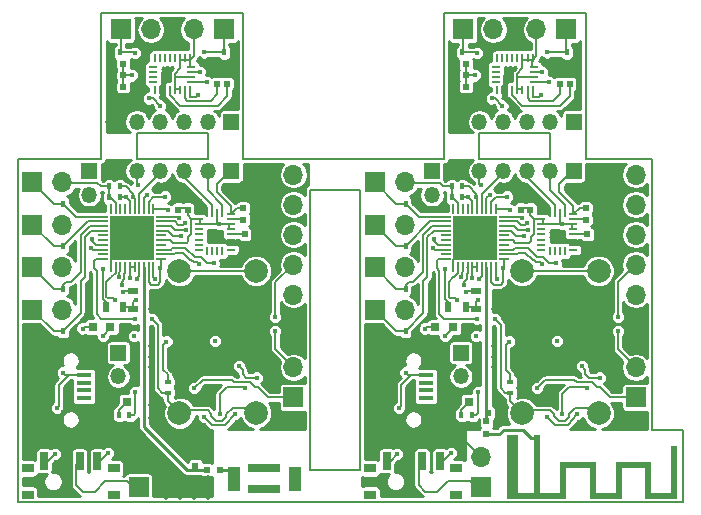
<source format=gbr>
%TF.GenerationSoftware,KiCad,Pcbnew,4.0.7*%
%TF.CreationDate,2019-06-15T20:20:24-05:00*%
%TF.ProjectId,GolfGloveMainBoardV1.0.0,476F6C66476C6F76654D61696E426F61,rev?*%
%TF.FileFunction,Copper,L1,Top,Signal*%
%FSLAX46Y46*%
G04 Gerber Fmt 4.6, Leading zero omitted, Abs format (unit mm)*
G04 Created by KiCad (PCBNEW 4.0.7) date 06/15/19 20:20:24*
%MOMM*%
%LPD*%
G01*
G04 APERTURE LIST*
%ADD10C,0.100000*%
%ADD11C,0.150000*%
%ADD12R,1.350000X1.350000*%
%ADD13O,1.350000X1.350000*%
%ADD14C,2.000000*%
%ADD15R,0.700000X1.500000*%
%ADD16R,1.000000X0.800000*%
%ADD17R,0.400000X0.600000*%
%ADD18R,0.600000X0.400000*%
%ADD19R,0.900000X0.500000*%
%ADD20R,0.500000X0.900000*%
%ADD21R,1.700000X1.700000*%
%ADD22O,1.700000X1.700000*%
%ADD23R,1.300000X0.450000*%
%ADD24O,2.000000X1.450000*%
%ADD25O,1.800000X1.150000*%
%ADD26R,0.800000X0.750000*%
%ADD27R,0.600000X0.500000*%
%ADD28R,0.500000X0.600000*%
%ADD29R,0.280000X0.780000*%
%ADD30R,0.780000X0.280000*%
%ADD31R,0.220000X0.810000*%
%ADD32R,0.810000X0.220000*%
%ADD33R,3.700000X3.700000*%
%ADD34C,0.500000*%
%ADD35R,1.000000X2.000000*%
%ADD36R,2.800000X0.700000*%
%ADD37R,0.500000X0.500000*%
%ADD38C,0.450000*%
%ADD39C,0.293370*%
%ADD40C,0.254000*%
G04 APERTURE END LIST*
D10*
D11*
X156650000Y-73250000D02*
X156650000Y-50250000D01*
X159250000Y-79300000D02*
X156650000Y-79300000D01*
X159250000Y-73250000D02*
X159250000Y-79300000D01*
X156650000Y-73250000D02*
X159250000Y-73250000D01*
X131900000Y-76625000D02*
X131900000Y-75525000D01*
X127650000Y-76625000D02*
X131900000Y-76625000D01*
X127650000Y-52875000D02*
X127650000Y-76625000D01*
X131900000Y-75525000D02*
X131900000Y-52875000D01*
X127650000Y-52875000D02*
X131900000Y-52875000D01*
X131900000Y-50250000D02*
X127650000Y-50250000D01*
X156650000Y-79300000D02*
X102900000Y-79300000D01*
X139000000Y-48100000D02*
X139000000Y-37900000D01*
X139000000Y-37900000D02*
X151000000Y-37900000D01*
X151000000Y-37900000D02*
X151000000Y-48100000D01*
X131900000Y-50250000D02*
X139000000Y-50250000D01*
X139000000Y-50250000D02*
X139000000Y-48100000D01*
X151000000Y-48100000D02*
X151000000Y-50250000D01*
X151000000Y-50250000D02*
X156650000Y-50250000D01*
X142000000Y-48100000D02*
X142000000Y-50275000D01*
X148000000Y-48100000D02*
X148000000Y-50250000D01*
X148000000Y-50275000D02*
X142000000Y-50275000D01*
X142000000Y-48100000D02*
X148000000Y-48100000D01*
X113000000Y-48100000D02*
X119000000Y-48100000D01*
X119000000Y-50275000D02*
X113000000Y-50275000D01*
X119000000Y-48100000D02*
X119000000Y-50250000D01*
X113000000Y-48100000D02*
X113000000Y-50275000D01*
X122000000Y-50250000D02*
X127650000Y-50250000D01*
X122000000Y-48100000D02*
X122000000Y-50250000D01*
X110000000Y-50250000D02*
X110000000Y-48100000D01*
X102900000Y-50250000D02*
X110000000Y-50250000D01*
X102900000Y-50250000D02*
X102900000Y-50350000D01*
X102900000Y-50350000D02*
X102900000Y-79300000D01*
X122000000Y-37900000D02*
X122000000Y-48100000D01*
X110000000Y-37900000D02*
X122000000Y-37900000D01*
X110000000Y-48100000D02*
X110000000Y-37900000D01*
D10*
G36*
X149350000Y-76410000D02*
X151350000Y-76410000D01*
X151350000Y-79050000D01*
X154050000Y-79050000D01*
X154050000Y-76410000D01*
X156050000Y-76410000D01*
X156050000Y-79050000D01*
X158750000Y-79050000D01*
X158750000Y-74610000D01*
X158250000Y-74610000D01*
X158250000Y-78550000D01*
X156550000Y-78550000D01*
X156550000Y-75910000D01*
X153550000Y-75910000D01*
X153550000Y-78550000D01*
X151850000Y-78550000D01*
X151850000Y-75910000D01*
X148850000Y-75910000D01*
X148850000Y-78550000D01*
X147150000Y-78550000D01*
X147150000Y-73650000D01*
X146650000Y-73650000D01*
X146650000Y-78550000D01*
X145250000Y-78550000D01*
X145250000Y-73650000D01*
X144350000Y-73650000D01*
X144350000Y-73893215D01*
X144652417Y-73893215D01*
X144662258Y-73845605D01*
X144686326Y-73803203D01*
X144724269Y-73770419D01*
X144732181Y-73766065D01*
X144774844Y-73753957D01*
X144823363Y-73754700D01*
X144868878Y-73767600D01*
X144887489Y-73778213D01*
X144921132Y-73813447D01*
X144941691Y-73858632D01*
X144948222Y-73908158D01*
X144939782Y-73956417D01*
X144922888Y-73988643D01*
X144887628Y-74021313D01*
X144842318Y-74041408D01*
X144792733Y-74047982D01*
X144744647Y-74040092D01*
X144711755Y-74023186D01*
X144676815Y-73986416D01*
X144657153Y-73941622D01*
X144652417Y-73893215D01*
X144350000Y-73893215D01*
X144350000Y-79050000D01*
X149350000Y-79050000D01*
X149350000Y-76410000D01*
X149350000Y-76410000D01*
G37*
D12*
X140425000Y-66675000D03*
D13*
X140425000Y-68675000D03*
D12*
X137975000Y-51325000D03*
D13*
X137975000Y-53325000D03*
D12*
X150000000Y-47100000D03*
D13*
X148000000Y-47100000D03*
X146000000Y-47100000D03*
X144000000Y-47100000D03*
X142000000Y-47100000D03*
X140000000Y-47100000D03*
D12*
X150000000Y-51300000D03*
D13*
X148000000Y-51300000D03*
X146000000Y-51300000D03*
X144000000Y-51300000D03*
X142000000Y-51300000D03*
X140000000Y-51300000D03*
D14*
X152100000Y-59750000D03*
X152100000Y-64250000D03*
X145600000Y-59750000D03*
X145600000Y-64250000D03*
X145600000Y-71800000D03*
X145600000Y-67300000D03*
X152100000Y-71800000D03*
X152100000Y-67300000D03*
D15*
X134150000Y-75820000D03*
X137150000Y-75820000D03*
X138650000Y-75820000D03*
D16*
X132750000Y-78680000D03*
X140050000Y-78680000D03*
X140050000Y-76470000D03*
X132750000Y-76470000D03*
D17*
X140475000Y-71925000D03*
X141375000Y-71925000D03*
X150300000Y-41250000D03*
X149400000Y-41250000D03*
X139650000Y-41250000D03*
X140550000Y-41250000D03*
X136650000Y-64850000D03*
X135750000Y-64850000D03*
X136650000Y-61250000D03*
X135750000Y-61250000D03*
X136650000Y-57650000D03*
X135750000Y-57650000D03*
X136650000Y-54050000D03*
X135750000Y-54050000D03*
X140550000Y-52600000D03*
X139650000Y-52600000D03*
X140550000Y-53500000D03*
X139650000Y-53500000D03*
D18*
X144600000Y-69150000D03*
X144600000Y-70050000D03*
D19*
X141700000Y-62950000D03*
X141700000Y-61450000D03*
D20*
X140850000Y-62800000D03*
X139350000Y-62800000D03*
D21*
X155250000Y-70450000D03*
D22*
X155250000Y-67910000D03*
D21*
X149350000Y-39300000D03*
D22*
X146810000Y-39300000D03*
D21*
X140650000Y-39300000D03*
D22*
X143190000Y-39300000D03*
D21*
X133150000Y-63050000D03*
D22*
X135690000Y-63050000D03*
D21*
X133150000Y-59450000D03*
D22*
X135690000Y-59450000D03*
D21*
X133150000Y-55850000D03*
D22*
X135690000Y-55850000D03*
D21*
X133150000Y-52250000D03*
D22*
X135690000Y-52250000D03*
D21*
X142150000Y-78050000D03*
D22*
X142150000Y-75510000D03*
D23*
X137500000Y-68550000D03*
X137500000Y-69200000D03*
X137500000Y-69850000D03*
X137500000Y-70500000D03*
X137500000Y-71150000D03*
D24*
X137450000Y-66125000D03*
X137450000Y-73575000D03*
D25*
X133650000Y-65975000D03*
X133650000Y-73725000D03*
D21*
X155250000Y-64300000D03*
D22*
X155250000Y-61760000D03*
X155250000Y-59220000D03*
X155250000Y-56680000D03*
X155250000Y-54140000D03*
X155250000Y-51600000D03*
D26*
X141150000Y-70825000D03*
X139650000Y-70825000D03*
X138250000Y-64525000D03*
X139750000Y-64525000D03*
D27*
X143850000Y-71800000D03*
X142750000Y-71800000D03*
D28*
X142600000Y-72475000D03*
X142600000Y-73575000D03*
D27*
X140850000Y-44150000D03*
X139750000Y-44150000D03*
D28*
X149650000Y-42800000D03*
X149650000Y-43900000D03*
X148800000Y-42800000D03*
X148800000Y-43900000D03*
D27*
X140850000Y-42250000D03*
X139750000Y-42250000D03*
X139750000Y-43200000D03*
X140850000Y-43200000D03*
D28*
X151150000Y-57750000D03*
X151150000Y-56650000D03*
D27*
X152100000Y-55400000D03*
X151000000Y-55400000D03*
D28*
X146300000Y-54550000D03*
X146300000Y-53450000D03*
D27*
X152100000Y-54400000D03*
X151000000Y-54400000D03*
D29*
X146505000Y-44445000D03*
D30*
X146595000Y-43745000D03*
X146595000Y-43315000D03*
X146595000Y-42885000D03*
X146595000Y-42455000D03*
D29*
X146505000Y-41755000D03*
X146075000Y-41755000D03*
X145645000Y-41755000D03*
X145215000Y-41755000D03*
X144785000Y-41755000D03*
X144355000Y-41755000D03*
X143925000Y-41755000D03*
X143495000Y-41755000D03*
D30*
X143405000Y-42455000D03*
X143405000Y-42885000D03*
X143405000Y-43315000D03*
X143405000Y-43745000D03*
D29*
X143495000Y-44445000D03*
X143925000Y-44445000D03*
X144355000Y-44445000D03*
X144785000Y-44445000D03*
X145215000Y-44445000D03*
X145645000Y-44445000D03*
X146075000Y-44445000D03*
D31*
X139800000Y-59405000D03*
X140200000Y-59405000D03*
X140600000Y-59405000D03*
X141000000Y-59405000D03*
X141400000Y-59405000D03*
X141800000Y-59405000D03*
X142200000Y-59405000D03*
X142600000Y-59405000D03*
X143000000Y-59405000D03*
X143400000Y-59405000D03*
X143400000Y-54495000D03*
X143000000Y-54495000D03*
X142600000Y-54495000D03*
X142200000Y-54495000D03*
X141800000Y-54495000D03*
X141400000Y-54495000D03*
X141000000Y-54495000D03*
X140600000Y-54495000D03*
X140200000Y-54495000D03*
X139800000Y-54495000D03*
D32*
X139145000Y-55150000D03*
X139145000Y-55550000D03*
X139145000Y-55950000D03*
X139145000Y-56350000D03*
X139145000Y-56750000D03*
X139145000Y-57150000D03*
X139145000Y-57550000D03*
X139145000Y-57950000D03*
X139145000Y-58350000D03*
X139145000Y-58750000D03*
X144055000Y-58750000D03*
X144055000Y-58350000D03*
X144055000Y-57950000D03*
X144055000Y-57550000D03*
X144055000Y-57150000D03*
X144055000Y-56750000D03*
X144055000Y-56350000D03*
X144055000Y-55950000D03*
X144055000Y-55550000D03*
X144055000Y-55150000D03*
D33*
X141600000Y-56950000D03*
D30*
X149945000Y-54945000D03*
D29*
X149245000Y-54855000D03*
X148815000Y-54855000D03*
X148385000Y-54855000D03*
X147955000Y-54855000D03*
D30*
X147255000Y-54945000D03*
X147255000Y-55375000D03*
X147255000Y-55805000D03*
X147255000Y-56235000D03*
X147255000Y-56665000D03*
X147255000Y-57095000D03*
X147255000Y-57525000D03*
X147255000Y-57955000D03*
D29*
X147955000Y-58045000D03*
X148385000Y-58045000D03*
X148815000Y-58045000D03*
X149245000Y-58045000D03*
D30*
X149945000Y-57955000D03*
X149945000Y-57525000D03*
X149945000Y-57095000D03*
X149945000Y-56665000D03*
X149945000Y-56235000D03*
X149945000Y-55805000D03*
X149945000Y-55375000D03*
D28*
X145500000Y-54550000D03*
X145500000Y-53450000D03*
D34*
X153225000Y-72900000D03*
X156025000Y-72700000D03*
X155025000Y-72700000D03*
X154025000Y-72700000D03*
X143225000Y-63000000D03*
X151125000Y-72900000D03*
X143225000Y-67000000D03*
X141925000Y-64600000D03*
X143225000Y-67900000D03*
X143225000Y-66100000D03*
X119025000Y-75500000D03*
X117025000Y-73900000D03*
X114225000Y-66100000D03*
X114225000Y-67900000D03*
X114225000Y-71100000D03*
X112925000Y-64600000D03*
X114225000Y-67000000D03*
X122125000Y-72900000D03*
X114225000Y-63000000D03*
X113025000Y-73300000D03*
X114225000Y-72200000D03*
X115425000Y-78900000D03*
X116625000Y-78900000D03*
X125025000Y-72700000D03*
X126025000Y-72700000D03*
X127025000Y-72700000D03*
X118425000Y-78100000D03*
X117825000Y-77300000D03*
X117825000Y-78900000D03*
X124225000Y-72900000D03*
X119025000Y-78900000D03*
X113825000Y-74100000D03*
X116225000Y-74700000D03*
X115425000Y-75700000D03*
X116025000Y-78100000D03*
X119025000Y-77300000D03*
X114625000Y-73100000D03*
X117025000Y-75500000D03*
X114825000Y-76500000D03*
X114825000Y-78100000D03*
X117225000Y-78100000D03*
X114625000Y-74900000D03*
X115425000Y-73900000D03*
X116025000Y-76500000D03*
X115425000Y-77300000D03*
X116625000Y-77300000D03*
D28*
X116500000Y-54550000D03*
X116500000Y-53450000D03*
D30*
X120945000Y-54945000D03*
D29*
X120245000Y-54855000D03*
X119815000Y-54855000D03*
X119385000Y-54855000D03*
X118955000Y-54855000D03*
D30*
X118255000Y-54945000D03*
X118255000Y-55375000D03*
X118255000Y-55805000D03*
X118255000Y-56235000D03*
X118255000Y-56665000D03*
X118255000Y-57095000D03*
X118255000Y-57525000D03*
X118255000Y-57955000D03*
D29*
X118955000Y-58045000D03*
X119385000Y-58045000D03*
X119815000Y-58045000D03*
X120245000Y-58045000D03*
D30*
X120945000Y-57955000D03*
X120945000Y-57525000D03*
X120945000Y-57095000D03*
X120945000Y-56665000D03*
X120945000Y-56235000D03*
X120945000Y-55805000D03*
X120945000Y-55375000D03*
D31*
X110800000Y-59405000D03*
X111200000Y-59405000D03*
X111600000Y-59405000D03*
X112000000Y-59405000D03*
X112400000Y-59405000D03*
X112800000Y-59405000D03*
X113200000Y-59405000D03*
X113600000Y-59405000D03*
X114000000Y-59405000D03*
X114400000Y-59405000D03*
X114400000Y-54495000D03*
X114000000Y-54495000D03*
X113600000Y-54495000D03*
X113200000Y-54495000D03*
X112800000Y-54495000D03*
X112400000Y-54495000D03*
X112000000Y-54495000D03*
X111600000Y-54495000D03*
X111200000Y-54495000D03*
X110800000Y-54495000D03*
D32*
X110145000Y-55150000D03*
X110145000Y-55550000D03*
X110145000Y-55950000D03*
X110145000Y-56350000D03*
X110145000Y-56750000D03*
X110145000Y-57150000D03*
X110145000Y-57550000D03*
X110145000Y-57950000D03*
X110145000Y-58350000D03*
X110145000Y-58750000D03*
X115055000Y-58750000D03*
X115055000Y-58350000D03*
X115055000Y-57950000D03*
X115055000Y-57550000D03*
X115055000Y-57150000D03*
X115055000Y-56750000D03*
X115055000Y-56350000D03*
X115055000Y-55950000D03*
X115055000Y-55550000D03*
X115055000Y-55150000D03*
D33*
X112600000Y-56950000D03*
D29*
X117505000Y-44445000D03*
D30*
X117595000Y-43745000D03*
X117595000Y-43315000D03*
X117595000Y-42885000D03*
X117595000Y-42455000D03*
D29*
X117505000Y-41755000D03*
X117075000Y-41755000D03*
X116645000Y-41755000D03*
X116215000Y-41755000D03*
X115785000Y-41755000D03*
X115355000Y-41755000D03*
X114925000Y-41755000D03*
X114495000Y-41755000D03*
D30*
X114405000Y-42455000D03*
X114405000Y-42885000D03*
X114405000Y-43315000D03*
X114405000Y-43745000D03*
D29*
X114495000Y-44445000D03*
X114925000Y-44445000D03*
X115355000Y-44445000D03*
X115785000Y-44445000D03*
X116215000Y-44445000D03*
X116645000Y-44445000D03*
X117075000Y-44445000D03*
D27*
X123100000Y-54400000D03*
X122000000Y-54400000D03*
D28*
X117300000Y-54550000D03*
X117300000Y-53450000D03*
D27*
X123100000Y-55400000D03*
X122000000Y-55400000D03*
D28*
X122150000Y-57750000D03*
X122150000Y-56650000D03*
D27*
X110750000Y-43200000D03*
X111850000Y-43200000D03*
X111850000Y-42250000D03*
X110750000Y-42250000D03*
D28*
X119800000Y-42800000D03*
X119800000Y-43900000D03*
X120650000Y-42800000D03*
X120650000Y-43900000D03*
D27*
X111850000Y-44150000D03*
X110750000Y-44150000D03*
X118900000Y-76575000D03*
X120000000Y-76575000D03*
D28*
X117950000Y-75175000D03*
X117950000Y-76275000D03*
D26*
X109250000Y-64525000D03*
X110750000Y-64525000D03*
X112150000Y-70825000D03*
X110650000Y-70825000D03*
D21*
X126250000Y-64300000D03*
D22*
X126250000Y-61760000D03*
X126250000Y-59220000D03*
X126250000Y-56680000D03*
X126250000Y-54140000D03*
X126250000Y-51600000D03*
D23*
X108500000Y-68550000D03*
X108500000Y-69200000D03*
X108500000Y-69850000D03*
X108500000Y-70500000D03*
X108500000Y-71150000D03*
D24*
X108450000Y-66125000D03*
X108450000Y-73575000D03*
D25*
X104650000Y-65975000D03*
X104650000Y-73725000D03*
D21*
X113150000Y-78050000D03*
D22*
X113150000Y-75510000D03*
D21*
X104150000Y-52250000D03*
D22*
X106690000Y-52250000D03*
D21*
X104150000Y-55850000D03*
D22*
X106690000Y-55850000D03*
D21*
X104150000Y-59450000D03*
D22*
X106690000Y-59450000D03*
D21*
X104150000Y-63050000D03*
D22*
X106690000Y-63050000D03*
D21*
X111650000Y-39300000D03*
D22*
X114190000Y-39300000D03*
D21*
X120350000Y-39300000D03*
D22*
X117810000Y-39300000D03*
D21*
X126250000Y-70450000D03*
D22*
X126250000Y-67910000D03*
D20*
X111850000Y-62800000D03*
X110350000Y-62800000D03*
D19*
X112700000Y-62950000D03*
X112700000Y-61450000D03*
D18*
X115600000Y-69150000D03*
X115600000Y-70050000D03*
D17*
X111550000Y-53500000D03*
X110650000Y-53500000D03*
X111550000Y-52600000D03*
X110650000Y-52600000D03*
X107650000Y-54050000D03*
X106750000Y-54050000D03*
X107650000Y-57650000D03*
X106750000Y-57650000D03*
X107650000Y-61250000D03*
X106750000Y-61250000D03*
X107650000Y-64850000D03*
X106750000Y-64850000D03*
X110650000Y-41250000D03*
X111550000Y-41250000D03*
X121300000Y-41250000D03*
X120400000Y-41250000D03*
X111475000Y-71925000D03*
X112375000Y-71925000D03*
D15*
X105150000Y-75820000D03*
X108150000Y-75820000D03*
X109650000Y-75820000D03*
D16*
X103750000Y-78680000D03*
X111050000Y-78680000D03*
X111050000Y-76470000D03*
X103750000Y-76470000D03*
D14*
X116600000Y-71800000D03*
X116600000Y-67300000D03*
X123100000Y-71800000D03*
X123100000Y-67300000D03*
X123100000Y-59750000D03*
X123100000Y-64250000D03*
X116600000Y-59750000D03*
X116600000Y-64250000D03*
D12*
X121000000Y-51300000D03*
D13*
X119000000Y-51300000D03*
X117000000Y-51300000D03*
X115000000Y-51300000D03*
X113000000Y-51300000D03*
X111000000Y-51300000D03*
D12*
X121000000Y-47100000D03*
D13*
X119000000Y-47100000D03*
X117000000Y-47100000D03*
X115000000Y-47100000D03*
X113000000Y-47100000D03*
X111000000Y-47100000D03*
D12*
X108975000Y-51325000D03*
D13*
X108975000Y-53325000D03*
D12*
X111425000Y-66675000D03*
D13*
X111425000Y-68675000D03*
D35*
X121200000Y-77325000D03*
X126400000Y-77325000D03*
D36*
X123800000Y-76475000D03*
X123800000Y-78175000D03*
D19*
X144800000Y-73900000D03*
D37*
X146900000Y-73900000D03*
D38*
X142000000Y-56300000D03*
X135750000Y-71675000D03*
X150075000Y-66825000D03*
X147325000Y-53800000D03*
X136715000Y-58480000D03*
X137015000Y-54560000D03*
X136735000Y-62090000D03*
X137735000Y-63470000D03*
X149585000Y-52720000D03*
X145925000Y-52710000D03*
X116925000Y-52710000D03*
X120585000Y-52720000D03*
X108735000Y-63470000D03*
X107735000Y-62090000D03*
X108015000Y-54560000D03*
X107715000Y-58480000D03*
X118815000Y-74070000D03*
X118325000Y-53800000D03*
X121075000Y-66825000D03*
X106750000Y-71675000D03*
X113000000Y-56300000D03*
X141600000Y-43200000D03*
X147200000Y-44875000D03*
X118200000Y-44875000D03*
X112600000Y-43200000D03*
X144550000Y-45350000D03*
X144225000Y-43100000D03*
X149225000Y-42200000D03*
X120225000Y-42200000D03*
X115225000Y-43100000D03*
X115550000Y-45350000D03*
X135225000Y-71350000D03*
X135750000Y-68350000D03*
X106750000Y-68350000D03*
X106225000Y-71350000D03*
X135050000Y-75275000D03*
X106050000Y-75275000D03*
X141875000Y-70000000D03*
X144500000Y-65725000D03*
X148975000Y-55805000D03*
X148600000Y-65700000D03*
X140465000Y-60280000D03*
X141725000Y-65250000D03*
X112725000Y-65250000D03*
X111465000Y-60280000D03*
X119600000Y-65700000D03*
X119975000Y-55805000D03*
X115500000Y-65725000D03*
X112875000Y-70000000D03*
X144350000Y-53450000D03*
X115350000Y-53450000D03*
X144625000Y-54575000D03*
X115625000Y-54575000D03*
X148500000Y-59100000D03*
X119500000Y-59100000D03*
X147300000Y-59200000D03*
X118300000Y-59200000D03*
X142000000Y-60400000D03*
X113000000Y-60400000D03*
X141900000Y-62200000D03*
X140700000Y-60950000D03*
X111700000Y-60950000D03*
X112900000Y-62200000D03*
X141395000Y-60330000D03*
X112395000Y-60330000D03*
X144000000Y-59500000D03*
X139100000Y-59600000D03*
X110100000Y-59600000D03*
X115000000Y-59500000D03*
X143500000Y-60400000D03*
X140850000Y-61550000D03*
X111850000Y-61550000D03*
X114500000Y-60400000D03*
X139575000Y-75150000D03*
X146875000Y-69650000D03*
X117875000Y-69650000D03*
X110575000Y-75150000D03*
X150675000Y-67825000D03*
X152175000Y-68775000D03*
X123175000Y-68775000D03*
X121675000Y-67825000D03*
X137400000Y-64625000D03*
X108400000Y-64625000D03*
X139125000Y-65225000D03*
X110125000Y-65225000D03*
X141050000Y-53500000D03*
X112050000Y-53500000D03*
X141700000Y-53450000D03*
X112700000Y-53450000D03*
X143950000Y-45750000D03*
X143050000Y-45150000D03*
X141800000Y-41300000D03*
X112800000Y-41300000D03*
X114050000Y-45150000D03*
X114950000Y-45750000D03*
X147700000Y-41250000D03*
X142100000Y-52500000D03*
X142900000Y-53300000D03*
X113900000Y-53300000D03*
X113100000Y-52500000D03*
X118700000Y-41250000D03*
X146050000Y-55700000D03*
X117050000Y-55700000D03*
X153725000Y-64875000D03*
X153725000Y-63650000D03*
X124725000Y-63650000D03*
X124725000Y-64875000D03*
X145750000Y-56800000D03*
X116750000Y-56800000D03*
X146125000Y-56300000D03*
X117125000Y-56300000D03*
X145600000Y-55300000D03*
X116600000Y-55300000D03*
X147900000Y-43750000D03*
X118900000Y-43750000D03*
X147325000Y-42900000D03*
X118325000Y-42900000D03*
X140125000Y-62225000D03*
X111125000Y-62225000D03*
X147725000Y-72125000D03*
X150300000Y-71825000D03*
X121300000Y-71825000D03*
X118725000Y-72125000D03*
X151150000Y-69650000D03*
X149000000Y-71875000D03*
X120000000Y-71875000D03*
X122150000Y-69650000D03*
X141800000Y-63800000D03*
X143300000Y-63800000D03*
X114300000Y-63800000D03*
X112800000Y-63800000D03*
X138175000Y-57050000D03*
X109175000Y-57050000D03*
X138075000Y-57825000D03*
X109075000Y-57825000D03*
D11*
X147920000Y-54945000D02*
X147955000Y-54980000D01*
X147380000Y-54945000D02*
X147920000Y-54945000D01*
X149820000Y-57095000D02*
X149820000Y-57525000D01*
X150925000Y-57525000D02*
X151150000Y-57750000D01*
X149945000Y-57525000D02*
X150925000Y-57525000D01*
X152100000Y-57300000D02*
X151650000Y-57750000D01*
X151650000Y-57750000D02*
X151150000Y-57750000D01*
X152100000Y-55400000D02*
X152100000Y-57300000D01*
X152100000Y-54400000D02*
X152100000Y-55400000D01*
X152100000Y-64250000D02*
X145600000Y-64250000D01*
X152150000Y-64300000D02*
X152100000Y-64250000D01*
X155250000Y-64300000D02*
X152150000Y-64300000D01*
X152100000Y-67300000D02*
X145600000Y-67300000D01*
X145600000Y-64250000D02*
X145600000Y-67300000D01*
X152100000Y-64250000D02*
X152100000Y-67300000D01*
X141600000Y-56700000D02*
X141600000Y-56950000D01*
X142000000Y-56300000D02*
X141600000Y-56700000D01*
X139800000Y-58750000D02*
X141600000Y-56950000D01*
X139800000Y-59405000D02*
X139800000Y-58750000D01*
X147255000Y-54405000D02*
X147255000Y-54945000D01*
X146300000Y-53450000D02*
X147255000Y-54405000D01*
X145500000Y-53450000D02*
X146300000Y-53450000D01*
X137025000Y-71625000D02*
X137500000Y-71150000D01*
X135800000Y-71625000D02*
X137025000Y-71625000D01*
X135750000Y-71675000D02*
X135800000Y-71625000D01*
X136650000Y-65325000D02*
X137450000Y-66125000D01*
X136650000Y-64850000D02*
X136650000Y-65325000D01*
X150075000Y-66825000D02*
X150550000Y-67300000D01*
X150550000Y-67300000D02*
X152100000Y-67300000D01*
X139100000Y-70825000D02*
X138775000Y-71150000D01*
X138775000Y-71150000D02*
X137500000Y-71150000D01*
X139650000Y-70825000D02*
X139100000Y-70825000D01*
X137450000Y-71200000D02*
X137500000Y-71150000D01*
X137450000Y-73575000D02*
X137450000Y-71200000D01*
X140215000Y-73575000D02*
X142150000Y-75510000D01*
X137450000Y-73575000D02*
X140215000Y-73575000D01*
X146975000Y-53450000D02*
X147325000Y-53800000D01*
X146300000Y-53450000D02*
X146975000Y-53450000D01*
X136650000Y-58415000D02*
X136650000Y-57650000D01*
X136715000Y-58480000D02*
X136650000Y-58415000D01*
X137015000Y-54530000D02*
X137015000Y-54560000D01*
X136650000Y-54165000D02*
X137015000Y-54530000D01*
X136650000Y-54050000D02*
X136650000Y-54165000D01*
X136650000Y-62005000D02*
X136735000Y-62090000D01*
X136650000Y-61250000D02*
X136650000Y-62005000D01*
X136650000Y-64555000D02*
X136650000Y-64850000D01*
X137735000Y-63470000D02*
X136650000Y-64555000D01*
X152100000Y-53625000D02*
X151195000Y-52720000D01*
X151195000Y-52720000D02*
X149585000Y-52720000D01*
X145925000Y-52710000D02*
X145500000Y-53135000D01*
X145500000Y-53135000D02*
X145500000Y-53450000D01*
X152100000Y-54400000D02*
X152100000Y-53625000D01*
X123100000Y-54400000D02*
X123100000Y-53625000D01*
X116500000Y-53135000D02*
X116500000Y-53450000D01*
X116925000Y-52710000D02*
X116500000Y-53135000D01*
X122195000Y-52720000D02*
X120585000Y-52720000D01*
X123100000Y-53625000D02*
X122195000Y-52720000D01*
X108735000Y-63470000D02*
X107650000Y-64555000D01*
X107650000Y-64555000D02*
X107650000Y-64850000D01*
X107650000Y-61250000D02*
X107650000Y-62005000D01*
X107650000Y-62005000D02*
X107735000Y-62090000D01*
X107650000Y-54050000D02*
X107650000Y-54165000D01*
X107650000Y-54165000D02*
X108015000Y-54530000D01*
X108015000Y-54530000D02*
X108015000Y-54560000D01*
X107715000Y-58480000D02*
X107650000Y-58415000D01*
X107650000Y-58415000D02*
X107650000Y-57650000D01*
X117950000Y-75175000D02*
X117950000Y-74495000D01*
X118375000Y-74070000D02*
X118815000Y-74070000D01*
X117950000Y-74495000D02*
X118375000Y-74070000D01*
X117300000Y-53450000D02*
X117975000Y-53450000D01*
X117975000Y-53450000D02*
X118325000Y-53800000D01*
X108450000Y-73575000D02*
X111215000Y-73575000D01*
X111215000Y-73575000D02*
X113150000Y-75510000D01*
X108450000Y-73575000D02*
X108450000Y-71200000D01*
X108450000Y-71200000D02*
X108500000Y-71150000D01*
X110650000Y-70825000D02*
X110100000Y-70825000D01*
X109775000Y-71150000D02*
X108500000Y-71150000D01*
X110100000Y-70825000D02*
X109775000Y-71150000D01*
X121550000Y-67300000D02*
X123100000Y-67300000D01*
X121075000Y-66825000D02*
X121550000Y-67300000D01*
X107650000Y-64850000D02*
X107650000Y-65325000D01*
X107650000Y-65325000D02*
X108450000Y-66125000D01*
X106750000Y-71675000D02*
X106800000Y-71625000D01*
X106800000Y-71625000D02*
X108025000Y-71625000D01*
X108025000Y-71625000D02*
X108500000Y-71150000D01*
X116500000Y-53450000D02*
X117300000Y-53450000D01*
X117300000Y-53450000D02*
X118255000Y-54405000D01*
X118255000Y-54405000D02*
X118255000Y-54945000D01*
X110800000Y-59405000D02*
X110800000Y-58750000D01*
X110800000Y-58750000D02*
X112600000Y-56950000D01*
X113000000Y-56300000D02*
X112600000Y-56700000D01*
X112600000Y-56700000D02*
X112600000Y-56950000D01*
X123100000Y-64250000D02*
X123100000Y-67300000D01*
X116600000Y-64250000D02*
X116600000Y-67300000D01*
X123100000Y-67300000D02*
X116600000Y-67300000D01*
X126250000Y-64300000D02*
X123150000Y-64300000D01*
X123150000Y-64300000D02*
X123100000Y-64250000D01*
X123100000Y-64250000D02*
X116600000Y-64250000D01*
X123100000Y-54400000D02*
X123100000Y-55400000D01*
X123100000Y-55400000D02*
X123100000Y-57300000D01*
X122650000Y-57750000D02*
X122150000Y-57750000D01*
X123100000Y-57300000D02*
X122650000Y-57750000D01*
X120945000Y-57525000D02*
X121925000Y-57525000D01*
X121925000Y-57525000D02*
X122150000Y-57750000D01*
X120820000Y-57095000D02*
X120820000Y-57525000D01*
X118380000Y-54945000D02*
X118920000Y-54945000D01*
X118920000Y-54945000D02*
X118955000Y-54980000D01*
X146470000Y-41915000D02*
X146470000Y-42455000D01*
X146505000Y-41880000D02*
X146470000Y-41915000D01*
X145645000Y-44320000D02*
X145215000Y-44320000D01*
X140850000Y-42250000D02*
X140850000Y-44150000D01*
X140850000Y-43200000D02*
X141600000Y-43200000D01*
X146505000Y-41880000D02*
X145645000Y-41880000D01*
X146810000Y-41575000D02*
X146505000Y-41880000D01*
X146810000Y-39300000D02*
X146810000Y-41575000D01*
X145215000Y-43035000D02*
X145645000Y-42605000D01*
X145645000Y-42605000D02*
X145645000Y-41880000D01*
X145215000Y-43315000D02*
X145215000Y-43035000D01*
X145215000Y-44320000D02*
X145215000Y-43315000D01*
X146505000Y-44320000D02*
X146505000Y-44355000D01*
X146470000Y-43315000D02*
X145215000Y-43315000D01*
X140850000Y-43200000D02*
X140850000Y-42250000D01*
X140850000Y-44150000D02*
X140850000Y-43200000D01*
X147025002Y-45049998D02*
X147200000Y-44875000D01*
X146524998Y-45049998D02*
X147025002Y-45049998D01*
X146505000Y-45030000D02*
X146524998Y-45049998D01*
X146505000Y-44445000D02*
X146505000Y-45030000D01*
X117505000Y-44445000D02*
X117505000Y-45030000D01*
X117505000Y-45030000D02*
X117524998Y-45049998D01*
X117524998Y-45049998D02*
X118025002Y-45049998D01*
X118025002Y-45049998D02*
X118200000Y-44875000D01*
X111850000Y-44150000D02*
X111850000Y-43200000D01*
X111850000Y-43200000D02*
X111850000Y-42250000D01*
X117470000Y-43315000D02*
X116215000Y-43315000D01*
X117505000Y-44320000D02*
X117505000Y-44355000D01*
X116215000Y-44320000D02*
X116215000Y-43315000D01*
X116215000Y-43315000D02*
X116215000Y-43035000D01*
X116645000Y-42605000D02*
X116645000Y-41880000D01*
X116215000Y-43035000D02*
X116645000Y-42605000D01*
X117810000Y-39300000D02*
X117810000Y-41575000D01*
X117810000Y-41575000D02*
X117505000Y-41880000D01*
X117505000Y-41880000D02*
X116645000Y-41880000D01*
X111850000Y-43200000D02*
X112600000Y-43200000D01*
X111850000Y-42250000D02*
X111850000Y-44150000D01*
X116645000Y-44320000D02*
X116215000Y-44320000D01*
X117505000Y-41880000D02*
X117470000Y-41915000D01*
X117470000Y-41915000D02*
X117470000Y-42455000D01*
X144355000Y-44320000D02*
X143925000Y-44320000D01*
X139750000Y-46850000D02*
X140000000Y-47100000D01*
X139750000Y-44150000D02*
X139750000Y-46850000D01*
X144355000Y-45155000D02*
X144550000Y-45350000D01*
X144355000Y-44320000D02*
X144355000Y-45155000D01*
X144125000Y-43200000D02*
X144225000Y-43100000D01*
X144125000Y-44000000D02*
X144125000Y-43200000D01*
X143925000Y-44200000D02*
X144125000Y-44000000D01*
X143925000Y-44445000D02*
X143925000Y-44200000D01*
X149225000Y-42800000D02*
X149650000Y-42800000D01*
X148800000Y-42800000D02*
X149225000Y-42800000D01*
X149225000Y-42800000D02*
X149225000Y-42200000D01*
X120225000Y-42800000D02*
X120225000Y-42200000D01*
X119800000Y-42800000D02*
X120225000Y-42800000D01*
X120225000Y-42800000D02*
X120650000Y-42800000D01*
X114925000Y-44445000D02*
X114925000Y-44200000D01*
X114925000Y-44200000D02*
X115125000Y-44000000D01*
X115125000Y-44000000D02*
X115125000Y-43200000D01*
X115125000Y-43200000D02*
X115225000Y-43100000D01*
X115355000Y-44320000D02*
X115355000Y-45155000D01*
X115355000Y-45155000D02*
X115550000Y-45350000D01*
X110750000Y-44150000D02*
X110750000Y-46850000D01*
X110750000Y-46850000D02*
X111000000Y-47100000D01*
X115355000Y-44320000D02*
X114925000Y-44320000D01*
D39*
X142600000Y-73575000D02*
X143675000Y-73575000D01*
X143675000Y-73575000D02*
X144050000Y-73200000D01*
X120000000Y-76575000D02*
X121425000Y-76575000D01*
X121425000Y-76575000D02*
X121200000Y-76800000D01*
X121200000Y-76800000D02*
X121200000Y-77325000D01*
X144050000Y-73200000D02*
X145700000Y-73200000D01*
X145700000Y-73200000D02*
X146400000Y-73900000D01*
D11*
X135225000Y-71350000D02*
X135375000Y-71200000D01*
X135375000Y-71200000D02*
X135375000Y-69400000D01*
X135375000Y-69400000D02*
X136225000Y-68550000D01*
X136225000Y-68550000D02*
X137500000Y-68550000D01*
X135950000Y-68550000D02*
X135750000Y-68350000D01*
X136225000Y-68550000D02*
X135950000Y-68550000D01*
X107225000Y-68550000D02*
X106950000Y-68550000D01*
X106950000Y-68550000D02*
X106750000Y-68350000D01*
X107225000Y-68550000D02*
X108500000Y-68550000D01*
X106375000Y-69400000D02*
X107225000Y-68550000D01*
X106375000Y-71200000D02*
X106375000Y-69400000D01*
X106225000Y-71350000D02*
X106375000Y-71200000D01*
X135050000Y-75275000D02*
X134505000Y-75820000D01*
X134505000Y-75820000D02*
X134150000Y-75820000D01*
X105505000Y-75820000D02*
X105150000Y-75820000D01*
X106050000Y-75275000D02*
X105505000Y-75820000D01*
X149820000Y-55805000D02*
X149820000Y-56235000D01*
X148815000Y-55615000D02*
X149005000Y-55805000D01*
X149005000Y-55805000D02*
X149820000Y-55805000D01*
X148815000Y-54980000D02*
X148815000Y-55615000D01*
X148975000Y-55805000D02*
X149005000Y-55805000D01*
X147380000Y-55805000D02*
X148975000Y-55805000D01*
X147380000Y-55375000D02*
X147380000Y-55805000D01*
X150490000Y-54400000D02*
X149945000Y-54945000D01*
X151000000Y-54400000D02*
X150490000Y-54400000D01*
X145500000Y-54400000D02*
X146300000Y-54400000D01*
X146300000Y-55050000D02*
X146625000Y-55375000D01*
X146625000Y-55375000D02*
X147255000Y-55375000D01*
X146300000Y-54400000D02*
X146300000Y-55050000D01*
X139700000Y-53500000D02*
X139650000Y-53500000D01*
X140200000Y-54000000D02*
X139700000Y-53500000D01*
X140200000Y-54495000D02*
X140200000Y-54000000D01*
X139650000Y-52600000D02*
X139650000Y-53500000D01*
X148775000Y-52350000D02*
X148775000Y-53075000D01*
X148775000Y-53075000D02*
X149945000Y-54245000D01*
X149945000Y-54245000D02*
X149945000Y-54945000D01*
X149825000Y-51300000D02*
X148775000Y-52350000D01*
X150000000Y-51300000D02*
X149825000Y-51300000D01*
X141750000Y-71925000D02*
X141875000Y-71800000D01*
X141875000Y-71800000D02*
X141875000Y-70000000D01*
X141375000Y-71925000D02*
X141750000Y-71925000D01*
X144600000Y-68500000D02*
X144225000Y-68125000D01*
X144225000Y-68125000D02*
X144225000Y-66000000D01*
X144225000Y-66000000D02*
X144500000Y-65725000D01*
X144600000Y-69150000D02*
X144600000Y-68500000D01*
X144825000Y-57150000D02*
X145025000Y-57350000D01*
X145025000Y-57350000D02*
X146225000Y-57350000D01*
X146225000Y-57350000D02*
X146350000Y-57225000D01*
X146350000Y-57225000D02*
X146350000Y-56850000D01*
X146350000Y-56850000D02*
X146600000Y-56600000D01*
X146600000Y-56600000D02*
X146600000Y-55400000D01*
X146600000Y-55400000D02*
X146625000Y-55375000D01*
X144055000Y-57150000D02*
X144825000Y-57150000D01*
X135765000Y-52325000D02*
X135690000Y-52250000D01*
X138925000Y-52600000D02*
X138650000Y-52325000D01*
X138650000Y-52325000D02*
X135765000Y-52325000D01*
X139650000Y-52600000D02*
X138925000Y-52600000D01*
X140515000Y-60230000D02*
X140465000Y-60280000D01*
X140600000Y-59405000D02*
X140515000Y-60230000D01*
X111600000Y-59405000D02*
X111515000Y-60230000D01*
X111515000Y-60230000D02*
X111465000Y-60280000D01*
X110650000Y-52600000D02*
X109925000Y-52600000D01*
X109650000Y-52325000D02*
X106765000Y-52325000D01*
X109925000Y-52600000D02*
X109650000Y-52325000D01*
X106765000Y-52325000D02*
X106690000Y-52250000D01*
X115055000Y-57150000D02*
X115825000Y-57150000D01*
X117600000Y-55400000D02*
X117625000Y-55375000D01*
X117600000Y-56600000D02*
X117600000Y-55400000D01*
X117350000Y-56850000D02*
X117600000Y-56600000D01*
X117350000Y-57225000D02*
X117350000Y-56850000D01*
X117225000Y-57350000D02*
X117350000Y-57225000D01*
X116025000Y-57350000D02*
X117225000Y-57350000D01*
X115825000Y-57150000D02*
X116025000Y-57350000D01*
X115600000Y-69150000D02*
X115600000Y-68500000D01*
X115225000Y-66000000D02*
X115500000Y-65725000D01*
X115225000Y-68125000D02*
X115225000Y-66000000D01*
X115600000Y-68500000D02*
X115225000Y-68125000D01*
X112375000Y-71925000D02*
X112750000Y-71925000D01*
X112875000Y-71800000D02*
X112875000Y-70000000D01*
X112750000Y-71925000D02*
X112875000Y-71800000D01*
X121000000Y-51300000D02*
X120825000Y-51300000D01*
X120825000Y-51300000D02*
X119775000Y-52350000D01*
X120945000Y-54245000D02*
X120945000Y-54945000D01*
X119775000Y-53075000D02*
X120945000Y-54245000D01*
X119775000Y-52350000D02*
X119775000Y-53075000D01*
X110650000Y-52600000D02*
X110650000Y-53500000D01*
X111200000Y-54495000D02*
X111200000Y-54000000D01*
X111200000Y-54000000D02*
X110700000Y-53500000D01*
X110700000Y-53500000D02*
X110650000Y-53500000D01*
X117300000Y-54400000D02*
X117300000Y-55050000D01*
X117625000Y-55375000D02*
X118255000Y-55375000D01*
X117300000Y-55050000D02*
X117625000Y-55375000D01*
X116500000Y-54400000D02*
X117300000Y-54400000D01*
X122000000Y-54400000D02*
X121490000Y-54400000D01*
X121490000Y-54400000D02*
X120945000Y-54945000D01*
X118380000Y-55375000D02*
X118380000Y-55805000D01*
X118380000Y-55805000D02*
X119975000Y-55805000D01*
X119975000Y-55805000D02*
X120005000Y-55805000D01*
X119815000Y-54980000D02*
X119815000Y-55615000D01*
X120005000Y-55805000D02*
X120820000Y-55805000D01*
X119815000Y-55615000D02*
X120005000Y-55805000D01*
X120820000Y-55805000D02*
X120820000Y-56235000D01*
X150975000Y-55375000D02*
X151000000Y-55400000D01*
X149945000Y-55375000D02*
X150975000Y-55375000D01*
X120945000Y-55375000D02*
X121975000Y-55375000D01*
X121975000Y-55375000D02*
X122000000Y-55400000D01*
X144350000Y-53450000D02*
X144275000Y-53525000D01*
X144275000Y-53525000D02*
X143400000Y-53525000D01*
X143400000Y-53525000D02*
X143000000Y-53925000D01*
X143000000Y-53925000D02*
X143000000Y-54495000D01*
X114000000Y-53925000D02*
X114000000Y-54495000D01*
X114400000Y-53525000D02*
X114000000Y-53925000D01*
X115275000Y-53525000D02*
X114400000Y-53525000D01*
X115350000Y-53450000D02*
X115275000Y-53525000D01*
X144545000Y-54495000D02*
X144625000Y-54575000D01*
X143400000Y-54495000D02*
X144545000Y-54495000D01*
X114400000Y-54495000D02*
X115545000Y-54495000D01*
X115545000Y-54495000D02*
X115625000Y-54575000D01*
X151135000Y-56665000D02*
X151150000Y-56650000D01*
X149945000Y-56665000D02*
X151135000Y-56665000D01*
X120945000Y-56665000D02*
X122135000Y-56665000D01*
X122135000Y-56665000D02*
X122150000Y-56650000D01*
X146075000Y-45150000D02*
X146275000Y-45350000D01*
X146275000Y-45350000D02*
X148250000Y-45350000D01*
X148250000Y-45350000D02*
X148800000Y-44800000D01*
X148800000Y-44800000D02*
X148800000Y-43900000D01*
X146075000Y-44320000D02*
X146075000Y-45150000D01*
X117075000Y-44320000D02*
X117075000Y-45150000D01*
X119800000Y-44800000D02*
X119800000Y-43900000D01*
X119250000Y-45350000D02*
X119800000Y-44800000D01*
X117275000Y-45350000D02*
X119250000Y-45350000D01*
X117075000Y-45150000D02*
X117275000Y-45350000D01*
X149650000Y-44950000D02*
X148850000Y-45750000D01*
X148850000Y-45750000D02*
X145650000Y-45750000D01*
X145650000Y-45750000D02*
X144785000Y-44885000D01*
X144785000Y-44885000D02*
X144785000Y-44320000D01*
X149650000Y-43900000D02*
X149650000Y-44950000D01*
X120650000Y-43900000D02*
X120650000Y-44950000D01*
X115785000Y-44885000D02*
X115785000Y-44320000D01*
X116650000Y-45750000D02*
X115785000Y-44885000D01*
X119850000Y-45750000D02*
X116650000Y-45750000D01*
X120650000Y-44950000D02*
X119850000Y-45750000D01*
D39*
X142600000Y-72475000D02*
X142600000Y-71950000D01*
X142600000Y-71950000D02*
X142750000Y-71800000D01*
X142600000Y-64600000D02*
X142600000Y-63400000D01*
X142600000Y-59405000D02*
X142600000Y-63400000D01*
X142600000Y-64600000D02*
X142600000Y-72025000D01*
X117950000Y-76275000D02*
X117950000Y-76550000D01*
X117950000Y-76550000D02*
X117975000Y-76575000D01*
X117975000Y-76575000D02*
X118900000Y-76575000D01*
X117950000Y-76550000D02*
X117975000Y-76575000D01*
X117975000Y-76575000D02*
X117950000Y-76275000D01*
X113600000Y-72025000D02*
X113600000Y-72950000D01*
X113600000Y-64600000D02*
X113600000Y-72025000D01*
X113600000Y-59405000D02*
X113600000Y-63400000D01*
X113600000Y-64600000D02*
X113600000Y-63400000D01*
X117225000Y-76575000D02*
X118900000Y-76575000D01*
X113600000Y-72950000D02*
X117225000Y-76575000D01*
D11*
X144850000Y-57950000D02*
X144055000Y-57950000D01*
X147900000Y-59100000D02*
X148500000Y-59100000D01*
X147400000Y-58600000D02*
X147900000Y-59100000D01*
X146900000Y-58600000D02*
X147400000Y-58600000D01*
X146100000Y-57800000D02*
X146900000Y-58600000D01*
X145000000Y-57800000D02*
X146100000Y-57800000D01*
X144850000Y-57950000D02*
X145000000Y-57800000D01*
X115850000Y-57950000D02*
X116000000Y-57800000D01*
X116000000Y-57800000D02*
X117100000Y-57800000D01*
X117100000Y-57800000D02*
X117900000Y-58600000D01*
X117900000Y-58600000D02*
X118400000Y-58600000D01*
X118400000Y-58600000D02*
X118900000Y-59100000D01*
X118900000Y-59100000D02*
X119500000Y-59100000D01*
X115850000Y-57950000D02*
X115055000Y-57950000D01*
X145150000Y-58350000D02*
X145300000Y-58200000D01*
X145300000Y-58200000D02*
X145900000Y-58200000D01*
X145900000Y-58200000D02*
X146500000Y-58800000D01*
X146500000Y-58800000D02*
X146600000Y-58800000D01*
X146600000Y-58800000D02*
X146800000Y-59000000D01*
X146800000Y-59000000D02*
X147100000Y-59000000D01*
X147300000Y-59200000D02*
X147100000Y-59000000D01*
X145150000Y-58350000D02*
X144055000Y-58350000D01*
X116150000Y-58350000D02*
X115055000Y-58350000D01*
X118300000Y-59200000D02*
X118100000Y-59000000D01*
X117800000Y-59000000D02*
X118100000Y-59000000D01*
X117600000Y-58800000D02*
X117800000Y-59000000D01*
X117500000Y-58800000D02*
X117600000Y-58800000D01*
X116900000Y-58200000D02*
X117500000Y-58800000D01*
X116300000Y-58200000D02*
X116900000Y-58200000D01*
X116150000Y-58350000D02*
X116300000Y-58200000D01*
X142200000Y-59405000D02*
X142200000Y-60200000D01*
X142200000Y-60200000D02*
X142100000Y-60300000D01*
X142100000Y-60300000D02*
X142000000Y-60400000D01*
X113100000Y-60300000D02*
X113000000Y-60400000D01*
X113200000Y-60200000D02*
X113100000Y-60300000D01*
X113200000Y-59405000D02*
X113200000Y-60200000D01*
X141700000Y-62900000D02*
X141700000Y-62950000D01*
X141900000Y-62200000D02*
X141700000Y-62400000D01*
X141700000Y-62400000D02*
X141700000Y-62950000D01*
X141550000Y-62800000D02*
X141700000Y-62950000D01*
X140850000Y-62800000D02*
X141550000Y-62800000D01*
X140700000Y-60850000D02*
X140700000Y-60950000D01*
X140700000Y-60850000D02*
X140700000Y-60950000D01*
X140985000Y-59420000D02*
X141000000Y-59405000D01*
X141000000Y-59955000D02*
X140925000Y-60030000D01*
X140925000Y-60030000D02*
X140925000Y-60340000D01*
X140925000Y-60340000D02*
X140915000Y-60350000D01*
X140915000Y-60350000D02*
X140915000Y-60470000D01*
X140915000Y-60470000D02*
X140700000Y-60685000D01*
X140700000Y-60685000D02*
X140700000Y-60950000D01*
X141000000Y-59405000D02*
X141000000Y-59955000D01*
X112000000Y-59405000D02*
X112000000Y-59955000D01*
X111700000Y-60685000D02*
X111700000Y-60950000D01*
X111915000Y-60470000D02*
X111700000Y-60685000D01*
X111915000Y-60350000D02*
X111915000Y-60470000D01*
X111925000Y-60340000D02*
X111915000Y-60350000D01*
X111925000Y-60030000D02*
X111925000Y-60340000D01*
X112000000Y-59955000D02*
X111925000Y-60030000D01*
X111985000Y-59420000D02*
X112000000Y-59405000D01*
X111700000Y-60850000D02*
X111700000Y-60950000D01*
X111700000Y-60850000D02*
X111700000Y-60950000D01*
X111850000Y-62800000D02*
X112550000Y-62800000D01*
X112550000Y-62800000D02*
X112700000Y-62950000D01*
X112700000Y-62400000D02*
X112700000Y-62950000D01*
X112900000Y-62200000D02*
X112700000Y-62400000D01*
X112700000Y-62900000D02*
X112700000Y-62950000D01*
X141800000Y-59405000D02*
X141400000Y-59405000D01*
X141400000Y-60325000D02*
X141395000Y-60330000D01*
X141400000Y-59405000D02*
X141400000Y-60325000D01*
X112400000Y-59405000D02*
X112400000Y-60325000D01*
X112400000Y-60325000D02*
X112395000Y-60330000D01*
X112800000Y-59405000D02*
X112400000Y-59405000D01*
X144000000Y-59500000D02*
X144055000Y-59445000D01*
X144055000Y-59445000D02*
X144055000Y-58750000D01*
X144000000Y-60700000D02*
X143800000Y-60900000D01*
X143800000Y-60900000D02*
X143200000Y-60900000D01*
X143200000Y-60900000D02*
X143000000Y-60700000D01*
X143000000Y-60700000D02*
X143000000Y-60200000D01*
X143000000Y-60200000D02*
X143000000Y-60200000D01*
X143000000Y-60200000D02*
X143000000Y-59405000D01*
X144000000Y-59500000D02*
X144000000Y-60700000D01*
X139100000Y-62100000D02*
X139100000Y-59600000D01*
X139350000Y-62350000D02*
X139100000Y-62100000D01*
X139350000Y-62800000D02*
X139350000Y-62350000D01*
X110350000Y-62800000D02*
X110350000Y-62350000D01*
X110350000Y-62350000D02*
X110100000Y-62100000D01*
X110100000Y-62100000D02*
X110100000Y-59600000D01*
X115000000Y-59500000D02*
X115000000Y-60700000D01*
X114000000Y-60200000D02*
X114000000Y-59405000D01*
X114000000Y-60200000D02*
X114000000Y-60200000D01*
X114000000Y-60700000D02*
X114000000Y-60200000D01*
X114200000Y-60900000D02*
X114000000Y-60700000D01*
X114800000Y-60900000D02*
X114200000Y-60900000D01*
X115000000Y-60700000D02*
X114800000Y-60900000D01*
X115055000Y-59445000D02*
X115055000Y-58750000D01*
X115000000Y-59500000D02*
X115055000Y-59445000D01*
X143500000Y-60400000D02*
X143400000Y-60300000D01*
X143400000Y-60300000D02*
X143400000Y-59405000D01*
X140925000Y-61450000D02*
X140850000Y-61525000D01*
X140850000Y-61525000D02*
X140850000Y-61550000D01*
X141700000Y-61450000D02*
X140925000Y-61450000D01*
X112700000Y-61450000D02*
X111925000Y-61450000D01*
X111850000Y-61525000D02*
X111850000Y-61550000D01*
X111925000Y-61450000D02*
X111850000Y-61525000D01*
X114400000Y-60300000D02*
X114400000Y-59405000D01*
X114500000Y-60400000D02*
X114400000Y-60300000D01*
X138905000Y-75820000D02*
X138650000Y-75820000D01*
X139575000Y-75150000D02*
X138905000Y-75820000D01*
X153075000Y-70450000D02*
X152225000Y-69600000D01*
X152225000Y-69600000D02*
X151975000Y-69600000D01*
X151975000Y-69600000D02*
X151550000Y-69175000D01*
X151550000Y-69175000D02*
X150250000Y-69175000D01*
X150250000Y-69175000D02*
X150025000Y-68950000D01*
X150025000Y-68950000D02*
X147575000Y-68950000D01*
X147575000Y-68950000D02*
X146875000Y-69650000D01*
X155250000Y-70450000D02*
X153075000Y-70450000D01*
X126250000Y-70450000D02*
X124075000Y-70450000D01*
X118575000Y-68950000D02*
X117875000Y-69650000D01*
X121025000Y-68950000D02*
X118575000Y-68950000D01*
X121250000Y-69175000D02*
X121025000Y-68950000D01*
X122550000Y-69175000D02*
X121250000Y-69175000D01*
X122975000Y-69600000D02*
X122550000Y-69175000D01*
X123225000Y-69600000D02*
X122975000Y-69600000D01*
X124075000Y-70450000D02*
X123225000Y-69600000D01*
X110575000Y-75150000D02*
X109905000Y-75820000D01*
X109905000Y-75820000D02*
X109650000Y-75820000D01*
X150675000Y-67825000D02*
X150950000Y-68100000D01*
X150950000Y-68100000D02*
X150950000Y-68450000D01*
X150950000Y-68450000D02*
X151275000Y-68775000D01*
X151275000Y-68775000D02*
X152175000Y-68775000D01*
X122275000Y-68775000D02*
X123175000Y-68775000D01*
X121950000Y-68450000D02*
X122275000Y-68775000D01*
X121950000Y-68100000D02*
X121950000Y-68450000D01*
X121675000Y-67825000D02*
X121950000Y-68100000D01*
X137500000Y-64525000D02*
X137400000Y-64625000D01*
X138250000Y-64525000D02*
X137500000Y-64525000D01*
X109250000Y-64525000D02*
X108500000Y-64525000D01*
X108500000Y-64525000D02*
X108400000Y-64625000D01*
X139750000Y-64600000D02*
X139125000Y-65225000D01*
X139750000Y-64525000D02*
X139750000Y-64600000D01*
X110750000Y-64525000D02*
X110750000Y-64600000D01*
X110750000Y-64600000D02*
X110125000Y-65225000D01*
X140475000Y-71500000D02*
X141150000Y-70825000D01*
X140475000Y-71925000D02*
X140475000Y-71500000D01*
X111475000Y-71925000D02*
X111475000Y-71500000D01*
X111475000Y-71500000D02*
X112150000Y-70825000D01*
X149245000Y-54145000D02*
X148000000Y-52900000D01*
X148000000Y-52900000D02*
X148000000Y-51300000D01*
X149245000Y-54980000D02*
X149245000Y-54145000D01*
X148000000Y-51300000D02*
X147800000Y-51300000D01*
X141400000Y-53850000D02*
X141050000Y-53500000D01*
X141400000Y-54495000D02*
X141400000Y-53850000D01*
X140550000Y-53500000D02*
X141050000Y-53500000D01*
X111550000Y-53500000D02*
X112050000Y-53500000D01*
X112400000Y-54495000D02*
X112400000Y-53850000D01*
X112400000Y-53850000D02*
X112050000Y-53500000D01*
X119000000Y-51300000D02*
X118800000Y-51300000D01*
X120245000Y-54980000D02*
X120245000Y-54145000D01*
X119000000Y-52900000D02*
X119000000Y-51300000D01*
X120245000Y-54145000D02*
X119000000Y-52900000D01*
X146000000Y-51800000D02*
X146000000Y-51300000D01*
X148385000Y-54185000D02*
X146000000Y-51800000D01*
X148385000Y-54980000D02*
X148385000Y-54185000D01*
X141800000Y-53550000D02*
X141700000Y-53450000D01*
X141800000Y-54495000D02*
X141800000Y-53550000D01*
X141100000Y-52600000D02*
X141700000Y-53200000D01*
X141700000Y-53200000D02*
X141700000Y-53450000D01*
X140550000Y-52600000D02*
X141100000Y-52600000D01*
X111550000Y-52600000D02*
X112100000Y-52600000D01*
X112700000Y-53200000D02*
X112700000Y-53450000D01*
X112100000Y-52600000D02*
X112700000Y-53200000D01*
X112800000Y-54495000D02*
X112800000Y-53550000D01*
X112800000Y-53550000D02*
X112700000Y-53450000D01*
X119385000Y-54980000D02*
X119385000Y-54185000D01*
X119385000Y-54185000D02*
X117000000Y-51800000D01*
X117000000Y-51800000D02*
X117000000Y-51300000D01*
X140650000Y-41150000D02*
X140550000Y-41250000D01*
X140650000Y-39300000D02*
X140650000Y-41150000D01*
X143950000Y-45750000D02*
X143350000Y-45150000D01*
X143350000Y-45150000D02*
X143050000Y-45150000D01*
X141800000Y-41300000D02*
X141750000Y-41250000D01*
X141750000Y-41250000D02*
X140550000Y-41250000D01*
X144000000Y-51450000D02*
X144000000Y-51300000D01*
X142200000Y-53250000D02*
X144000000Y-51450000D01*
X142200000Y-54495000D02*
X142200000Y-53250000D01*
X113200000Y-54495000D02*
X113200000Y-53250000D01*
X113200000Y-53250000D02*
X115000000Y-51450000D01*
X115000000Y-51450000D02*
X115000000Y-51300000D01*
X112750000Y-41250000D02*
X111550000Y-41250000D01*
X112800000Y-41300000D02*
X112750000Y-41250000D01*
X114350000Y-45150000D02*
X114050000Y-45150000D01*
X114950000Y-45750000D02*
X114350000Y-45150000D01*
X111650000Y-39300000D02*
X111650000Y-41150000D01*
X111650000Y-41150000D02*
X111550000Y-41250000D01*
X149350000Y-41200000D02*
X149400000Y-41250000D01*
X149350000Y-39300000D02*
X149350000Y-41200000D01*
X149400000Y-41250000D02*
X147700000Y-41250000D01*
X142000000Y-52400000D02*
X142100000Y-52500000D01*
X142900000Y-53300000D02*
X142600000Y-53600000D01*
X142600000Y-53600000D02*
X142600000Y-54495000D01*
X142000000Y-51300000D02*
X142000000Y-52400000D01*
X113000000Y-51300000D02*
X113000000Y-52400000D01*
X113600000Y-53600000D02*
X113600000Y-54495000D01*
X113900000Y-53300000D02*
X113600000Y-53600000D01*
X113000000Y-52400000D02*
X113100000Y-52500000D01*
X120400000Y-41250000D02*
X118700000Y-41250000D01*
X120350000Y-39300000D02*
X120350000Y-41200000D01*
X120350000Y-41200000D02*
X120400000Y-41250000D01*
X144055000Y-55550000D02*
X145200000Y-55550000D01*
X145900000Y-55850000D02*
X146050000Y-55700000D01*
X145500000Y-55850000D02*
X145900000Y-55850000D01*
X145200000Y-55550000D02*
X145500000Y-55850000D01*
X116200000Y-55550000D02*
X116500000Y-55850000D01*
X116500000Y-55850000D02*
X116900000Y-55850000D01*
X116900000Y-55850000D02*
X117050000Y-55700000D01*
X115055000Y-55550000D02*
X116200000Y-55550000D01*
X153725000Y-66385000D02*
X155250000Y-67910000D01*
X153725000Y-64875000D02*
X153725000Y-66385000D01*
X153725000Y-64875000D02*
X153725000Y-64875000D01*
X153725000Y-60675000D02*
X153725000Y-63650000D01*
X155180000Y-59220000D02*
X153725000Y-60675000D01*
X155250000Y-59220000D02*
X155180000Y-59220000D01*
X126250000Y-59220000D02*
X126180000Y-59220000D01*
X126180000Y-59220000D02*
X124725000Y-60675000D01*
X124725000Y-60675000D02*
X124725000Y-63650000D01*
X124725000Y-64875000D02*
X124725000Y-64875000D01*
X124725000Y-64875000D02*
X124725000Y-66385000D01*
X124725000Y-66385000D02*
X126250000Y-67910000D01*
X144650000Y-56350000D02*
X144055000Y-56350000D01*
X145100000Y-56800000D02*
X145750000Y-56800000D01*
X144650000Y-56350000D02*
X145100000Y-56800000D01*
X115650000Y-56350000D02*
X116100000Y-56800000D01*
X116100000Y-56800000D02*
X116750000Y-56800000D01*
X115650000Y-56350000D02*
X115055000Y-56350000D01*
X144055000Y-55950000D02*
X144900000Y-55950000D01*
X145250000Y-56300000D02*
X146125000Y-56300000D01*
X144900000Y-55950000D02*
X145250000Y-56300000D01*
X115900000Y-55950000D02*
X116250000Y-56300000D01*
X116250000Y-56300000D02*
X117125000Y-56300000D01*
X115055000Y-55950000D02*
X115900000Y-55950000D01*
X145450000Y-55150000D02*
X145600000Y-55300000D01*
X144055000Y-55150000D02*
X145450000Y-55150000D01*
X152100000Y-59750000D02*
X145600000Y-59750000D01*
X123100000Y-59750000D02*
X116600000Y-59750000D01*
X115055000Y-55150000D02*
X116450000Y-55150000D01*
X116450000Y-55150000D02*
X116600000Y-55300000D01*
X136850000Y-76120000D02*
X137150000Y-75820000D01*
X136850000Y-77900000D02*
X136850000Y-76120000D01*
X137425000Y-78475000D02*
X136850000Y-77900000D01*
X138425000Y-78475000D02*
X137425000Y-78475000D01*
X139325000Y-77575000D02*
X138425000Y-78475000D01*
X141200000Y-77575000D02*
X139325000Y-77575000D01*
X141675000Y-78050000D02*
X141200000Y-77575000D01*
X142150000Y-78050000D02*
X141675000Y-78050000D01*
X113150000Y-78050000D02*
X112675000Y-78050000D01*
X112675000Y-78050000D02*
X112200000Y-77575000D01*
X112200000Y-77575000D02*
X110325000Y-77575000D01*
X110325000Y-77575000D02*
X109425000Y-78475000D01*
X109425000Y-78475000D02*
X108425000Y-78475000D01*
X108425000Y-78475000D02*
X107850000Y-77900000D01*
X107850000Y-77900000D02*
X107850000Y-76120000D01*
X107850000Y-76120000D02*
X108150000Y-75820000D01*
X134950000Y-54050000D02*
X133150000Y-52250000D01*
X135750000Y-54050000D02*
X134950000Y-54050000D01*
X136850000Y-55150000D02*
X135750000Y-54050000D01*
X139145000Y-55150000D02*
X138500000Y-55150000D01*
X138500000Y-55150000D02*
X136850000Y-55150000D01*
X109500000Y-55150000D02*
X107850000Y-55150000D01*
X110145000Y-55150000D02*
X109500000Y-55150000D01*
X107850000Y-55150000D02*
X106750000Y-54050000D01*
X106750000Y-54050000D02*
X105950000Y-54050000D01*
X105950000Y-54050000D02*
X104150000Y-52250000D01*
X134950000Y-57650000D02*
X133150000Y-55850000D01*
X135750000Y-57650000D02*
X134950000Y-57650000D01*
X137850000Y-55550000D02*
X135750000Y-57650000D01*
X139145000Y-55550000D02*
X138500000Y-55550000D01*
X138500000Y-55550000D02*
X137850000Y-55550000D01*
X109500000Y-55550000D02*
X108850000Y-55550000D01*
X110145000Y-55550000D02*
X109500000Y-55550000D01*
X108850000Y-55550000D02*
X106750000Y-57650000D01*
X106750000Y-57650000D02*
X105950000Y-57650000D01*
X105950000Y-57650000D02*
X104150000Y-55850000D01*
X134950000Y-61250000D02*
X133150000Y-59450000D01*
X135750000Y-61250000D02*
X134950000Y-61250000D01*
X138000000Y-55950000D02*
X137250000Y-56700000D01*
X137250000Y-56700000D02*
X137250000Y-59800000D01*
X137250000Y-59800000D02*
X136400000Y-60650000D01*
X136400000Y-60650000D02*
X136350000Y-60650000D01*
X136350000Y-60650000D02*
X136000000Y-60650000D01*
X136000000Y-60650000D02*
X135750000Y-60900000D01*
X135750000Y-60900000D02*
X135750000Y-61250000D01*
X139145000Y-55950000D02*
X138500000Y-55950000D01*
X138500000Y-55950000D02*
X138000000Y-55950000D01*
X109500000Y-55950000D02*
X109000000Y-55950000D01*
X110145000Y-55950000D02*
X109500000Y-55950000D01*
X106750000Y-60900000D02*
X106750000Y-61250000D01*
X107000000Y-60650000D02*
X106750000Y-60900000D01*
X107350000Y-60650000D02*
X107000000Y-60650000D01*
X107400000Y-60650000D02*
X107350000Y-60650000D01*
X108250000Y-59800000D02*
X107400000Y-60650000D01*
X108250000Y-56700000D02*
X108250000Y-59800000D01*
X109000000Y-55950000D02*
X108250000Y-56700000D01*
X106750000Y-61250000D02*
X105950000Y-61250000D01*
X105950000Y-61250000D02*
X104150000Y-59450000D01*
X147745000Y-43745000D02*
X147750000Y-43750000D01*
X147750000Y-43750000D02*
X147900000Y-43750000D01*
X146470000Y-43745000D02*
X147745000Y-43745000D01*
X117470000Y-43745000D02*
X118745000Y-43745000D01*
X118750000Y-43750000D02*
X118900000Y-43750000D01*
X118745000Y-43745000D02*
X118750000Y-43750000D01*
X147310000Y-42885000D02*
X147325000Y-42900000D01*
X146470000Y-42885000D02*
X147310000Y-42885000D01*
X117470000Y-42885000D02*
X118310000Y-42885000D01*
X118310000Y-42885000D02*
X118325000Y-42900000D01*
X134950000Y-64850000D02*
X133150000Y-63050000D01*
X135750000Y-64850000D02*
X134950000Y-64850000D01*
X135750000Y-64800000D02*
X135750000Y-64850000D01*
X138150000Y-56350000D02*
X137600000Y-56900000D01*
X137600000Y-56900000D02*
X137600000Y-60250000D01*
X137600000Y-60250000D02*
X137250000Y-60600000D01*
X137250000Y-60600000D02*
X137250000Y-63300000D01*
X137250000Y-63300000D02*
X135750000Y-64800000D01*
X139145000Y-56350000D02*
X138500000Y-56350000D01*
X138500000Y-56350000D02*
X138150000Y-56350000D01*
X109500000Y-56350000D02*
X109150000Y-56350000D01*
X110145000Y-56350000D02*
X109500000Y-56350000D01*
X108250000Y-63300000D02*
X106750000Y-64800000D01*
X108250000Y-60600000D02*
X108250000Y-63300000D01*
X108600000Y-60250000D02*
X108250000Y-60600000D01*
X108600000Y-56900000D02*
X108600000Y-60250000D01*
X109150000Y-56350000D02*
X108600000Y-56900000D01*
X106750000Y-64800000D02*
X106750000Y-64850000D01*
X106750000Y-64850000D02*
X105950000Y-64850000D01*
X105950000Y-64850000D02*
X104150000Y-63050000D01*
X139550000Y-62075000D02*
X139925000Y-62075000D01*
X139400002Y-61925002D02*
X139550000Y-62075000D01*
X139400002Y-60650000D02*
X139400002Y-61925002D01*
X139775002Y-60275000D02*
X139400002Y-60650000D01*
X139825000Y-60275000D02*
X139775002Y-60275000D01*
X140200000Y-59900000D02*
X139825000Y-60275000D01*
X140200000Y-59405000D02*
X140200000Y-59900000D01*
X139975000Y-62075000D02*
X139925000Y-62075000D01*
X140125000Y-62225000D02*
X139975000Y-62075000D01*
X111125000Y-62225000D02*
X110975000Y-62075000D01*
X110975000Y-62075000D02*
X110925000Y-62075000D01*
X111200000Y-59405000D02*
X111200000Y-59900000D01*
X111200000Y-59900000D02*
X110825000Y-60275000D01*
X110825000Y-60275000D02*
X110775002Y-60275000D01*
X110775002Y-60275000D02*
X110400002Y-60650000D01*
X110400002Y-60650000D02*
X110400002Y-61925002D01*
X110400002Y-61925002D02*
X110550000Y-62075000D01*
X110550000Y-62075000D02*
X110925000Y-62075000D01*
X147725000Y-72125000D02*
X148375000Y-72775000D01*
X148375000Y-72775000D02*
X149500000Y-72775000D01*
X149500000Y-72775000D02*
X150300000Y-71825000D01*
X120500000Y-72775000D02*
X121300000Y-71825000D01*
X119375000Y-72775000D02*
X120500000Y-72775000D01*
X118725000Y-72125000D02*
X119375000Y-72775000D01*
X151150000Y-69650000D02*
X151075000Y-69575000D01*
X151075000Y-69575000D02*
X149600000Y-69575000D01*
X149600000Y-69575000D02*
X149000000Y-70175000D01*
X149000000Y-70175000D02*
X149000000Y-71875000D01*
X120000000Y-70175000D02*
X120000000Y-71875000D01*
X120600000Y-69575000D02*
X120000000Y-70175000D01*
X122075000Y-69575000D02*
X120600000Y-69575000D01*
X122150000Y-69650000D02*
X122075000Y-69575000D01*
X145100000Y-71300000D02*
X144600000Y-70800000D01*
X138600000Y-63400000D02*
X139000000Y-63800000D01*
X139000000Y-63800000D02*
X141800000Y-63800000D01*
X143300000Y-63800000D02*
X143800000Y-64300000D01*
X143800000Y-64300000D02*
X143800000Y-69700000D01*
X143800000Y-69700000D02*
X144150000Y-70050000D01*
X144150000Y-70050000D02*
X144600000Y-70050000D01*
X138600000Y-59725000D02*
X138600000Y-63400000D01*
X139145000Y-58750000D02*
X139145000Y-58755000D01*
X145850000Y-71550000D02*
X145600000Y-71800000D01*
X148000000Y-71550000D02*
X145850000Y-71550000D01*
X148300000Y-71850000D02*
X148000000Y-71550000D01*
X148300000Y-72025000D02*
X148300000Y-71850000D01*
X148700000Y-72425000D02*
X148300000Y-72025000D01*
X149250000Y-72425000D02*
X148700000Y-72425000D01*
X149575000Y-72100000D02*
X149250000Y-72425000D01*
X149575000Y-71875000D02*
X149575000Y-72100000D01*
X150100000Y-71350000D02*
X149575000Y-71875000D01*
X151100000Y-71350000D02*
X150100000Y-71350000D01*
X151550000Y-71800000D02*
X151100000Y-71350000D01*
X152100000Y-71800000D02*
X151550000Y-71800000D01*
X144600000Y-70800000D02*
X145600000Y-71800000D01*
X144600000Y-70050000D02*
X144600000Y-70800000D01*
X138525000Y-58750000D02*
X138375000Y-58900000D01*
X138375000Y-58900000D02*
X138375000Y-59500000D01*
X138375000Y-59500000D02*
X138600000Y-59725000D01*
X139145000Y-58750000D02*
X138525000Y-58750000D01*
X110145000Y-58750000D02*
X109525000Y-58750000D01*
X109375000Y-59500000D02*
X109600000Y-59725000D01*
X109375000Y-58900000D02*
X109375000Y-59500000D01*
X109525000Y-58750000D02*
X109375000Y-58900000D01*
X115600000Y-70050000D02*
X115600000Y-70800000D01*
X115600000Y-70800000D02*
X116600000Y-71800000D01*
X123100000Y-71800000D02*
X122550000Y-71800000D01*
X122550000Y-71800000D02*
X122100000Y-71350000D01*
X122100000Y-71350000D02*
X121100000Y-71350000D01*
X121100000Y-71350000D02*
X120575000Y-71875000D01*
X120575000Y-71875000D02*
X120575000Y-72100000D01*
X120575000Y-72100000D02*
X120250000Y-72425000D01*
X120250000Y-72425000D02*
X119700000Y-72425000D01*
X119700000Y-72425000D02*
X119300000Y-72025000D01*
X119300000Y-72025000D02*
X119300000Y-71850000D01*
X119300000Y-71850000D02*
X119000000Y-71550000D01*
X119000000Y-71550000D02*
X116850000Y-71550000D01*
X116850000Y-71550000D02*
X116600000Y-71800000D01*
X110145000Y-58750000D02*
X110145000Y-58755000D01*
X109600000Y-59725000D02*
X109600000Y-63400000D01*
X115150000Y-70050000D02*
X115600000Y-70050000D01*
X114800000Y-69700000D02*
X115150000Y-70050000D01*
X114800000Y-64300000D02*
X114800000Y-69700000D01*
X114300000Y-63800000D02*
X114800000Y-64300000D01*
X110000000Y-63800000D02*
X112800000Y-63800000D01*
X109600000Y-63400000D02*
X110000000Y-63800000D01*
X116100000Y-71300000D02*
X115600000Y-70800000D01*
X138500000Y-57550000D02*
X138175000Y-57225000D01*
X138175000Y-57225000D02*
X138175000Y-57050000D01*
X139145000Y-57550000D02*
X138500000Y-57550000D01*
X110145000Y-57550000D02*
X109500000Y-57550000D01*
X109175000Y-57225000D02*
X109175000Y-57050000D01*
X109500000Y-57550000D02*
X109175000Y-57225000D01*
X138275000Y-57950000D02*
X138150000Y-57825000D01*
X138150000Y-57825000D02*
X138075000Y-57825000D01*
X139145000Y-57950000D02*
X138275000Y-57950000D01*
X110145000Y-57950000D02*
X109275000Y-57950000D01*
X109150000Y-57825000D02*
X109075000Y-57825000D01*
X109275000Y-57950000D02*
X109150000Y-57825000D01*
D39*
X146400000Y-73900000D02*
X146900000Y-73900000D01*
D40*
G36*
X113322380Y-38408342D02*
X113056400Y-38806409D01*
X112963000Y-39275962D01*
X112963000Y-39324038D01*
X113056400Y-39793591D01*
X113322380Y-40191658D01*
X113720447Y-40457638D01*
X114190000Y-40551038D01*
X114659553Y-40457638D01*
X115057620Y-40191658D01*
X115323600Y-39793591D01*
X115417000Y-39324038D01*
X115417000Y-39275962D01*
X115323600Y-38806409D01*
X115057620Y-38408342D01*
X114973298Y-38352000D01*
X117026702Y-38352000D01*
X116942380Y-38408342D01*
X116676400Y-38806409D01*
X116583000Y-39275962D01*
X116583000Y-39324038D01*
X116676400Y-39793591D01*
X116942380Y-40191658D01*
X117340447Y-40457638D01*
X117358000Y-40461130D01*
X117358000Y-40981932D01*
X117287247Y-40995245D01*
X117215000Y-40980615D01*
X116935000Y-40980615D01*
X116857247Y-40995245D01*
X116785000Y-40980615D01*
X116505000Y-40980615D01*
X116427247Y-40995245D01*
X116355000Y-40980615D01*
X116075000Y-40980615D01*
X115997247Y-40995245D01*
X115925000Y-40980615D01*
X115645000Y-40980615D01*
X115567247Y-40995245D01*
X115495000Y-40980615D01*
X115215000Y-40980615D01*
X115137247Y-40995245D01*
X115065000Y-40980615D01*
X114785000Y-40980615D01*
X114707247Y-40995245D01*
X114635000Y-40980615D01*
X114355000Y-40980615D01*
X114215292Y-41006903D01*
X114086980Y-41089470D01*
X114000899Y-41215453D01*
X113970615Y-41365000D01*
X113970615Y-41938967D01*
X113875292Y-41956903D01*
X113746980Y-42039470D01*
X113660899Y-42165453D01*
X113630615Y-42315000D01*
X113630615Y-42595000D01*
X113645245Y-42672753D01*
X113630615Y-42745000D01*
X113630615Y-43025000D01*
X113645245Y-43102753D01*
X113630615Y-43175000D01*
X113630615Y-43455000D01*
X113645245Y-43532753D01*
X113630615Y-43605000D01*
X113630615Y-43885000D01*
X113656903Y-44024708D01*
X113739470Y-44153020D01*
X113865453Y-44239101D01*
X113970615Y-44260397D01*
X113970615Y-44547931D01*
X113930780Y-44547896D01*
X113709440Y-44639352D01*
X113539947Y-44808549D01*
X113448105Y-45029729D01*
X113447896Y-45269220D01*
X113539352Y-45490560D01*
X113708549Y-45660053D01*
X113929729Y-45751895D01*
X114169220Y-45752104D01*
X114270876Y-45710100D01*
X114347968Y-45787192D01*
X114347896Y-45869220D01*
X114439352Y-46090560D01*
X114512723Y-46164060D01*
X114256124Y-46335514D01*
X114028079Y-46676807D01*
X114000000Y-46817969D01*
X113971921Y-46676807D01*
X113743876Y-46335514D01*
X113402583Y-46107469D01*
X113000000Y-46027390D01*
X112597417Y-46107469D01*
X112256124Y-46335514D01*
X112028079Y-46676807D01*
X111948000Y-47079390D01*
X111948000Y-47120610D01*
X112028079Y-47523193D01*
X112256124Y-47864486D01*
X112418527Y-47973000D01*
X110452000Y-47973000D01*
X110452000Y-40305399D01*
X110524470Y-40418020D01*
X110650453Y-40504101D01*
X110800000Y-40534385D01*
X111198000Y-40534385D01*
X111198000Y-40599813D01*
X111081980Y-40674470D01*
X110995899Y-40800453D01*
X110965615Y-40950000D01*
X110965615Y-41550000D01*
X110991903Y-41689708D01*
X111074470Y-41818020D01*
X111186909Y-41894847D01*
X111165615Y-42000000D01*
X111165615Y-42500000D01*
X111191903Y-42639708D01*
X111247111Y-42725503D01*
X111195899Y-42800453D01*
X111165615Y-42950000D01*
X111165615Y-43450000D01*
X111191903Y-43589708D01*
X111247111Y-43675503D01*
X111195899Y-43750453D01*
X111165615Y-43900000D01*
X111165615Y-44400000D01*
X111191903Y-44539708D01*
X111274470Y-44668020D01*
X111400453Y-44754101D01*
X111550000Y-44784385D01*
X112150000Y-44784385D01*
X112289708Y-44758097D01*
X112418020Y-44675530D01*
X112504101Y-44549547D01*
X112534385Y-44400000D01*
X112534385Y-43900000D01*
X112515931Y-43801927D01*
X112719220Y-43802104D01*
X112940560Y-43710648D01*
X113110053Y-43541451D01*
X113201895Y-43320271D01*
X113202104Y-43080780D01*
X113110648Y-42859440D01*
X112941451Y-42689947D01*
X112720271Y-42598105D01*
X112514555Y-42597925D01*
X112534385Y-42500000D01*
X112534385Y-42000000D01*
X112508097Y-41860292D01*
X112482048Y-41819811D01*
X112679729Y-41901895D01*
X112919220Y-41902104D01*
X113140560Y-41810648D01*
X113310053Y-41641451D01*
X113401895Y-41420271D01*
X113402104Y-41180780D01*
X113310648Y-40959440D01*
X113141451Y-40789947D01*
X112920271Y-40698105D01*
X112680780Y-40697896D01*
X112459440Y-40789352D01*
X112450777Y-40798000D01*
X112102000Y-40798000D01*
X112102000Y-40534385D01*
X112500000Y-40534385D01*
X112639708Y-40508097D01*
X112768020Y-40425530D01*
X112854101Y-40299547D01*
X112884385Y-40150000D01*
X112884385Y-38450000D01*
X112865945Y-38352000D01*
X113406702Y-38352000D01*
X113322380Y-38408342D01*
X113322380Y-38408342D01*
G37*
X113322380Y-38408342D02*
X113056400Y-38806409D01*
X112963000Y-39275962D01*
X112963000Y-39324038D01*
X113056400Y-39793591D01*
X113322380Y-40191658D01*
X113720447Y-40457638D01*
X114190000Y-40551038D01*
X114659553Y-40457638D01*
X115057620Y-40191658D01*
X115323600Y-39793591D01*
X115417000Y-39324038D01*
X115417000Y-39275962D01*
X115323600Y-38806409D01*
X115057620Y-38408342D01*
X114973298Y-38352000D01*
X117026702Y-38352000D01*
X116942380Y-38408342D01*
X116676400Y-38806409D01*
X116583000Y-39275962D01*
X116583000Y-39324038D01*
X116676400Y-39793591D01*
X116942380Y-40191658D01*
X117340447Y-40457638D01*
X117358000Y-40461130D01*
X117358000Y-40981932D01*
X117287247Y-40995245D01*
X117215000Y-40980615D01*
X116935000Y-40980615D01*
X116857247Y-40995245D01*
X116785000Y-40980615D01*
X116505000Y-40980615D01*
X116427247Y-40995245D01*
X116355000Y-40980615D01*
X116075000Y-40980615D01*
X115997247Y-40995245D01*
X115925000Y-40980615D01*
X115645000Y-40980615D01*
X115567247Y-40995245D01*
X115495000Y-40980615D01*
X115215000Y-40980615D01*
X115137247Y-40995245D01*
X115065000Y-40980615D01*
X114785000Y-40980615D01*
X114707247Y-40995245D01*
X114635000Y-40980615D01*
X114355000Y-40980615D01*
X114215292Y-41006903D01*
X114086980Y-41089470D01*
X114000899Y-41215453D01*
X113970615Y-41365000D01*
X113970615Y-41938967D01*
X113875292Y-41956903D01*
X113746980Y-42039470D01*
X113660899Y-42165453D01*
X113630615Y-42315000D01*
X113630615Y-42595000D01*
X113645245Y-42672753D01*
X113630615Y-42745000D01*
X113630615Y-43025000D01*
X113645245Y-43102753D01*
X113630615Y-43175000D01*
X113630615Y-43455000D01*
X113645245Y-43532753D01*
X113630615Y-43605000D01*
X113630615Y-43885000D01*
X113656903Y-44024708D01*
X113739470Y-44153020D01*
X113865453Y-44239101D01*
X113970615Y-44260397D01*
X113970615Y-44547931D01*
X113930780Y-44547896D01*
X113709440Y-44639352D01*
X113539947Y-44808549D01*
X113448105Y-45029729D01*
X113447896Y-45269220D01*
X113539352Y-45490560D01*
X113708549Y-45660053D01*
X113929729Y-45751895D01*
X114169220Y-45752104D01*
X114270876Y-45710100D01*
X114347968Y-45787192D01*
X114347896Y-45869220D01*
X114439352Y-46090560D01*
X114512723Y-46164060D01*
X114256124Y-46335514D01*
X114028079Y-46676807D01*
X114000000Y-46817969D01*
X113971921Y-46676807D01*
X113743876Y-46335514D01*
X113402583Y-46107469D01*
X113000000Y-46027390D01*
X112597417Y-46107469D01*
X112256124Y-46335514D01*
X112028079Y-46676807D01*
X111948000Y-47079390D01*
X111948000Y-47120610D01*
X112028079Y-47523193D01*
X112256124Y-47864486D01*
X112418527Y-47973000D01*
X110452000Y-47973000D01*
X110452000Y-40305399D01*
X110524470Y-40418020D01*
X110650453Y-40504101D01*
X110800000Y-40534385D01*
X111198000Y-40534385D01*
X111198000Y-40599813D01*
X111081980Y-40674470D01*
X110995899Y-40800453D01*
X110965615Y-40950000D01*
X110965615Y-41550000D01*
X110991903Y-41689708D01*
X111074470Y-41818020D01*
X111186909Y-41894847D01*
X111165615Y-42000000D01*
X111165615Y-42500000D01*
X111191903Y-42639708D01*
X111247111Y-42725503D01*
X111195899Y-42800453D01*
X111165615Y-42950000D01*
X111165615Y-43450000D01*
X111191903Y-43589708D01*
X111247111Y-43675503D01*
X111195899Y-43750453D01*
X111165615Y-43900000D01*
X111165615Y-44400000D01*
X111191903Y-44539708D01*
X111274470Y-44668020D01*
X111400453Y-44754101D01*
X111550000Y-44784385D01*
X112150000Y-44784385D01*
X112289708Y-44758097D01*
X112418020Y-44675530D01*
X112504101Y-44549547D01*
X112534385Y-44400000D01*
X112534385Y-43900000D01*
X112515931Y-43801927D01*
X112719220Y-43802104D01*
X112940560Y-43710648D01*
X113110053Y-43541451D01*
X113201895Y-43320271D01*
X113202104Y-43080780D01*
X113110648Y-42859440D01*
X112941451Y-42689947D01*
X112720271Y-42598105D01*
X112514555Y-42597925D01*
X112534385Y-42500000D01*
X112534385Y-42000000D01*
X112508097Y-41860292D01*
X112482048Y-41819811D01*
X112679729Y-41901895D01*
X112919220Y-41902104D01*
X113140560Y-41810648D01*
X113310053Y-41641451D01*
X113401895Y-41420271D01*
X113402104Y-41180780D01*
X113310648Y-40959440D01*
X113141451Y-40789947D01*
X112920271Y-40698105D01*
X112680780Y-40697896D01*
X112459440Y-40789352D01*
X112450777Y-40798000D01*
X112102000Y-40798000D01*
X112102000Y-40534385D01*
X112500000Y-40534385D01*
X112639708Y-40508097D01*
X112768020Y-40425530D01*
X112854101Y-40299547D01*
X112884385Y-40150000D01*
X112884385Y-38450000D01*
X112865945Y-38352000D01*
X113406702Y-38352000D01*
X113322380Y-38408342D01*
G36*
X116075000Y-42529385D02*
X116081391Y-42529385D01*
X115895388Y-42715388D01*
X115797406Y-42862027D01*
X115763000Y-43035000D01*
X115763000Y-43670615D01*
X115645000Y-43670615D01*
X115505292Y-43696903D01*
X115376980Y-43779470D01*
X115290899Y-43905453D01*
X115260615Y-44055000D01*
X115260615Y-44835000D01*
X115286903Y-44974708D01*
X115369470Y-45103020D01*
X115421059Y-45138269D01*
X115465388Y-45204612D01*
X116330388Y-46069612D01*
X116477027Y-46167594D01*
X116500458Y-46172255D01*
X116256124Y-46335514D01*
X116028079Y-46676807D01*
X116000000Y-46817969D01*
X115971921Y-46676807D01*
X115743876Y-46335514D01*
X115427397Y-46124050D01*
X115460053Y-46091451D01*
X115551895Y-45870271D01*
X115552104Y-45630780D01*
X115460648Y-45409440D01*
X115291451Y-45239947D01*
X115070271Y-45148105D01*
X114987257Y-45148033D01*
X114921990Y-45082766D01*
X114989101Y-44984547D01*
X115019385Y-44835000D01*
X115019385Y-44188609D01*
X115063020Y-44160530D01*
X115149101Y-44034547D01*
X115179385Y-43885000D01*
X115179385Y-43605000D01*
X115164755Y-43527247D01*
X115179385Y-43455000D01*
X115179385Y-43175000D01*
X115164755Y-43097247D01*
X115179385Y-43025000D01*
X115179385Y-42745000D01*
X115164755Y-42667247D01*
X115179385Y-42595000D01*
X115179385Y-42522173D01*
X115215000Y-42529385D01*
X115495000Y-42529385D01*
X115572753Y-42514755D01*
X115645000Y-42529385D01*
X115925000Y-42529385D01*
X116002753Y-42514755D01*
X116075000Y-42529385D01*
X116075000Y-42529385D01*
G37*
X116075000Y-42529385D02*
X116081391Y-42529385D01*
X115895388Y-42715388D01*
X115797406Y-42862027D01*
X115763000Y-43035000D01*
X115763000Y-43670615D01*
X115645000Y-43670615D01*
X115505292Y-43696903D01*
X115376980Y-43779470D01*
X115290899Y-43905453D01*
X115260615Y-44055000D01*
X115260615Y-44835000D01*
X115286903Y-44974708D01*
X115369470Y-45103020D01*
X115421059Y-45138269D01*
X115465388Y-45204612D01*
X116330388Y-46069612D01*
X116477027Y-46167594D01*
X116500458Y-46172255D01*
X116256124Y-46335514D01*
X116028079Y-46676807D01*
X116000000Y-46817969D01*
X115971921Y-46676807D01*
X115743876Y-46335514D01*
X115427397Y-46124050D01*
X115460053Y-46091451D01*
X115551895Y-45870271D01*
X115552104Y-45630780D01*
X115460648Y-45409440D01*
X115291451Y-45239947D01*
X115070271Y-45148105D01*
X114987257Y-45148033D01*
X114921990Y-45082766D01*
X114989101Y-44984547D01*
X115019385Y-44835000D01*
X115019385Y-44188609D01*
X115063020Y-44160530D01*
X115149101Y-44034547D01*
X115179385Y-43885000D01*
X115179385Y-43605000D01*
X115164755Y-43527247D01*
X115179385Y-43455000D01*
X115179385Y-43175000D01*
X115164755Y-43097247D01*
X115179385Y-43025000D01*
X115179385Y-42745000D01*
X115164755Y-42667247D01*
X115179385Y-42595000D01*
X115179385Y-42522173D01*
X115215000Y-42529385D01*
X115495000Y-42529385D01*
X115572753Y-42514755D01*
X115645000Y-42529385D01*
X115925000Y-42529385D01*
X116002753Y-42514755D01*
X116075000Y-42529385D01*
G36*
X121548000Y-46040615D02*
X120325000Y-46040615D01*
X120185292Y-46066903D01*
X120056980Y-46149470D01*
X119970899Y-46275453D01*
X119940615Y-46425000D01*
X119940615Y-46629954D01*
X119743876Y-46335514D01*
X119544058Y-46202000D01*
X119850000Y-46202000D01*
X120022973Y-46167594D01*
X120169612Y-46069612D01*
X120969612Y-45269612D01*
X121067594Y-45122973D01*
X121102000Y-44950000D01*
X121102000Y-44518013D01*
X121168020Y-44475530D01*
X121254101Y-44349547D01*
X121284385Y-44200000D01*
X121284385Y-43600000D01*
X121258097Y-43460292D01*
X121175530Y-43331980D01*
X121049547Y-43245899D01*
X120900000Y-43215615D01*
X120400000Y-43215615D01*
X120260292Y-43241903D01*
X120225997Y-43263971D01*
X120199547Y-43245899D01*
X120050000Y-43215615D01*
X119550000Y-43215615D01*
X119410292Y-43241903D01*
X119308677Y-43307291D01*
X119241451Y-43239947D01*
X119020271Y-43148105D01*
X118873867Y-43147977D01*
X118926895Y-43020271D01*
X118927104Y-42780780D01*
X118835648Y-42559440D01*
X118666451Y-42389947D01*
X118445271Y-42298105D01*
X118366193Y-42298036D01*
X118343097Y-42175292D01*
X118260530Y-42046980D01*
X118134547Y-41960899D01*
X118075319Y-41948905D01*
X118129612Y-41894612D01*
X118227594Y-41747973D01*
X118247349Y-41648658D01*
X118358549Y-41760053D01*
X118579729Y-41851895D01*
X118819220Y-41852104D01*
X119040560Y-41760648D01*
X119099311Y-41702000D01*
X119849813Y-41702000D01*
X119924470Y-41818020D01*
X120050453Y-41904101D01*
X120200000Y-41934385D01*
X120600000Y-41934385D01*
X120739708Y-41908097D01*
X120868020Y-41825530D01*
X120954101Y-41699547D01*
X120984385Y-41550000D01*
X120984385Y-40950000D01*
X120958097Y-40810292D01*
X120875530Y-40681980D01*
X120802000Y-40631739D01*
X120802000Y-40534385D01*
X121200000Y-40534385D01*
X121339708Y-40508097D01*
X121468020Y-40425530D01*
X121548000Y-40308476D01*
X121548000Y-46040615D01*
X121548000Y-46040615D01*
G37*
X121548000Y-46040615D02*
X120325000Y-46040615D01*
X120185292Y-46066903D01*
X120056980Y-46149470D01*
X119970899Y-46275453D01*
X119940615Y-46425000D01*
X119940615Y-46629954D01*
X119743876Y-46335514D01*
X119544058Y-46202000D01*
X119850000Y-46202000D01*
X120022973Y-46167594D01*
X120169612Y-46069612D01*
X120969612Y-45269612D01*
X121067594Y-45122973D01*
X121102000Y-44950000D01*
X121102000Y-44518013D01*
X121168020Y-44475530D01*
X121254101Y-44349547D01*
X121284385Y-44200000D01*
X121284385Y-43600000D01*
X121258097Y-43460292D01*
X121175530Y-43331980D01*
X121049547Y-43245899D01*
X120900000Y-43215615D01*
X120400000Y-43215615D01*
X120260292Y-43241903D01*
X120225997Y-43263971D01*
X120199547Y-43245899D01*
X120050000Y-43215615D01*
X119550000Y-43215615D01*
X119410292Y-43241903D01*
X119308677Y-43307291D01*
X119241451Y-43239947D01*
X119020271Y-43148105D01*
X118873867Y-43147977D01*
X118926895Y-43020271D01*
X118927104Y-42780780D01*
X118835648Y-42559440D01*
X118666451Y-42389947D01*
X118445271Y-42298105D01*
X118366193Y-42298036D01*
X118343097Y-42175292D01*
X118260530Y-42046980D01*
X118134547Y-41960899D01*
X118075319Y-41948905D01*
X118129612Y-41894612D01*
X118227594Y-41747973D01*
X118247349Y-41648658D01*
X118358549Y-41760053D01*
X118579729Y-41851895D01*
X118819220Y-41852104D01*
X119040560Y-41760648D01*
X119099311Y-41702000D01*
X119849813Y-41702000D01*
X119924470Y-41818020D01*
X120050453Y-41904101D01*
X120200000Y-41934385D01*
X120600000Y-41934385D01*
X120739708Y-41908097D01*
X120868020Y-41825530D01*
X120954101Y-41699547D01*
X120984385Y-41550000D01*
X120984385Y-40950000D01*
X120958097Y-40810292D01*
X120875530Y-40681980D01*
X120802000Y-40631739D01*
X120802000Y-40534385D01*
X121200000Y-40534385D01*
X121339708Y-40508097D01*
X121468020Y-40425530D01*
X121548000Y-40308476D01*
X121548000Y-46040615D01*
G36*
X112458549Y-64310053D02*
X112679729Y-64401895D01*
X112919220Y-64402104D01*
X113076315Y-64337194D01*
X113076315Y-64749828D01*
X113066451Y-64739947D01*
X112845271Y-64648105D01*
X112605780Y-64647896D01*
X112384440Y-64739352D01*
X112214947Y-64908549D01*
X112123105Y-65129729D01*
X112122896Y-65369220D01*
X112214352Y-65590560D01*
X112312605Y-65688985D01*
X112249547Y-65645899D01*
X112100000Y-65615615D01*
X110750000Y-65615615D01*
X110610292Y-65641903D01*
X110481980Y-65724470D01*
X110395899Y-65850453D01*
X110365615Y-66000000D01*
X110365615Y-67350000D01*
X110391903Y-67489708D01*
X110474470Y-67618020D01*
X110600453Y-67704101D01*
X110750000Y-67734385D01*
X110954954Y-67734385D01*
X110660514Y-67931124D01*
X110432469Y-68272417D01*
X110352390Y-68675000D01*
X110432469Y-69077583D01*
X110660514Y-69418876D01*
X111001807Y-69646921D01*
X111404390Y-69727000D01*
X111445610Y-69727000D01*
X111848193Y-69646921D01*
X112189486Y-69418876D01*
X112417531Y-69077583D01*
X112497610Y-68675000D01*
X112417531Y-68272417D01*
X112189486Y-67931124D01*
X111895046Y-67734385D01*
X112100000Y-67734385D01*
X112239708Y-67708097D01*
X112368020Y-67625530D01*
X112454101Y-67499547D01*
X112484385Y-67350000D01*
X112484385Y-66000000D01*
X112458097Y-65860292D01*
X112397257Y-65765745D01*
X112604729Y-65851895D01*
X112844220Y-65852104D01*
X113065560Y-65760648D01*
X113076315Y-65749912D01*
X113076315Y-69431757D01*
X112995271Y-69398105D01*
X112755780Y-69397896D01*
X112534440Y-69489352D01*
X112364947Y-69658549D01*
X112273105Y-69879729D01*
X112272943Y-70065615D01*
X111750000Y-70065615D01*
X111610292Y-70091903D01*
X111481980Y-70174470D01*
X111395899Y-70300453D01*
X111365615Y-70450000D01*
X111365615Y-70970161D01*
X111155388Y-71180388D01*
X111069134Y-71309475D01*
X111006980Y-71349470D01*
X110920899Y-71475453D01*
X110890615Y-71625000D01*
X110890615Y-72225000D01*
X110916903Y-72364708D01*
X110999470Y-72493020D01*
X111125453Y-72579101D01*
X111275000Y-72609385D01*
X111675000Y-72609385D01*
X111814708Y-72583097D01*
X111926252Y-72511320D01*
X112025453Y-72579101D01*
X112175000Y-72609385D01*
X112575000Y-72609385D01*
X112714708Y-72583097D01*
X112843020Y-72500530D01*
X112929101Y-72374547D01*
X112937543Y-72332858D01*
X113069612Y-72244612D01*
X113076315Y-72237909D01*
X113076315Y-72950000D01*
X113116178Y-73150406D01*
X113166253Y-73225348D01*
X113229699Y-73320301D01*
X116854699Y-76945301D01*
X117024594Y-77058822D01*
X117225000Y-77098685D01*
X118332761Y-77098685D01*
X118450453Y-77179101D01*
X118600000Y-77209385D01*
X119200000Y-77209385D01*
X119339708Y-77183097D01*
X119348000Y-77177761D01*
X119348000Y-78848000D01*
X114384385Y-78848000D01*
X114384385Y-77200000D01*
X114358097Y-77060292D01*
X114275530Y-76931980D01*
X114149547Y-76845899D01*
X114000000Y-76815615D01*
X112300000Y-76815615D01*
X112160292Y-76841903D01*
X112031980Y-76924470D01*
X111945899Y-77050453D01*
X111931208Y-77123000D01*
X111833414Y-77123000D01*
X111904101Y-77019547D01*
X111934385Y-76870000D01*
X111934385Y-76070000D01*
X111908097Y-75930292D01*
X111825530Y-75801980D01*
X111699547Y-75715899D01*
X111550000Y-75685615D01*
X110855135Y-75685615D01*
X110915560Y-75660648D01*
X111085053Y-75491451D01*
X111176895Y-75270271D01*
X111177104Y-75030780D01*
X111085648Y-74809440D01*
X110916451Y-74639947D01*
X110695271Y-74548105D01*
X110455780Y-74547896D01*
X110234440Y-74639352D01*
X110154422Y-74719230D01*
X110149547Y-74715899D01*
X110000000Y-74685615D01*
X109300000Y-74685615D01*
X109160292Y-74711903D01*
X109031980Y-74794470D01*
X108945899Y-74920453D01*
X108915615Y-75070000D01*
X108915615Y-76570000D01*
X108941903Y-76709708D01*
X108969800Y-76753061D01*
X108831284Y-76752940D01*
X108854101Y-76719547D01*
X108884385Y-76570000D01*
X108884385Y-75070000D01*
X108858097Y-74930292D01*
X108775530Y-74801980D01*
X108649547Y-74715899D01*
X108500000Y-74685615D01*
X107800000Y-74685615D01*
X107660292Y-74711903D01*
X107531980Y-74794470D01*
X107445899Y-74920453D01*
X107415615Y-75070000D01*
X107415615Y-76031442D01*
X107398000Y-76120000D01*
X107398000Y-77900000D01*
X107432406Y-78072973D01*
X107530388Y-78219612D01*
X108105388Y-78794612D01*
X108185288Y-78848000D01*
X104634385Y-78848000D01*
X104634385Y-78280000D01*
X104608097Y-78140292D01*
X104525530Y-78011980D01*
X104399547Y-77925899D01*
X104250000Y-77895615D01*
X103352000Y-77895615D01*
X103352000Y-77254385D01*
X104250000Y-77254385D01*
X104389708Y-77228097D01*
X104518020Y-77145530D01*
X104604101Y-77019547D01*
X104626714Y-76907881D01*
X104650453Y-76924101D01*
X104800000Y-76954385D01*
X105356131Y-76954385D01*
X105199312Y-77110930D01*
X105073144Y-77414778D01*
X105072857Y-77743779D01*
X105198495Y-78047846D01*
X105430930Y-78280688D01*
X105734778Y-78406856D01*
X106063779Y-78407143D01*
X106367846Y-78281505D01*
X106600688Y-78049070D01*
X106726856Y-77745222D01*
X106727143Y-77416221D01*
X106601505Y-77112154D01*
X106369070Y-76879312D01*
X106065222Y-76753144D01*
X105831284Y-76752940D01*
X105854101Y-76719547D01*
X105884385Y-76570000D01*
X105884385Y-76079839D01*
X106087192Y-75877032D01*
X106169220Y-75877104D01*
X106390560Y-75785648D01*
X106560053Y-75616451D01*
X106651895Y-75395271D01*
X106652104Y-75155780D01*
X106560648Y-74934440D01*
X106391451Y-74764947D01*
X106170271Y-74673105D01*
X105930780Y-74672896D01*
X105716307Y-74761515D01*
X105649547Y-74715899D01*
X105500000Y-74685615D01*
X104800000Y-74685615D01*
X104660292Y-74711903D01*
X104531980Y-74794470D01*
X104445899Y-74920453D01*
X104415615Y-75070000D01*
X104415615Y-75726878D01*
X104399547Y-75715899D01*
X104250000Y-75685615D01*
X103352000Y-75685615D01*
X103352000Y-72334778D01*
X106623000Y-72334778D01*
X106623000Y-72365222D01*
X106682146Y-72662567D01*
X106850578Y-72914644D01*
X107102655Y-73083076D01*
X107400000Y-73142222D01*
X107697345Y-73083076D01*
X107949422Y-72914644D01*
X108117854Y-72662567D01*
X108177000Y-72365222D01*
X108177000Y-72334778D01*
X108117854Y-72037433D01*
X107949422Y-71785356D01*
X107697345Y-71616924D01*
X107400000Y-71557778D01*
X107102655Y-71616924D01*
X106850578Y-71785356D01*
X106682146Y-72037433D01*
X106623000Y-72334778D01*
X103352000Y-72334778D01*
X103352000Y-71469220D01*
X105622896Y-71469220D01*
X105714352Y-71690560D01*
X105883549Y-71860053D01*
X106104729Y-71951895D01*
X106344220Y-71952104D01*
X106565560Y-71860648D01*
X106735053Y-71691451D01*
X106826895Y-71470271D01*
X106827104Y-71230780D01*
X106822901Y-71220608D01*
X106827000Y-71200000D01*
X106827000Y-69587224D01*
X107412225Y-69002000D01*
X107465615Y-69002000D01*
X107465615Y-69425000D01*
X107485122Y-69528671D01*
X107465615Y-69625000D01*
X107465615Y-70075000D01*
X107485122Y-70178671D01*
X107465615Y-70275000D01*
X107465615Y-70725000D01*
X107491903Y-70864708D01*
X107574470Y-70993020D01*
X107700453Y-71079101D01*
X107850000Y-71109385D01*
X109150000Y-71109385D01*
X109289708Y-71083097D01*
X109418020Y-71000530D01*
X109504101Y-70874547D01*
X109534385Y-70725000D01*
X109534385Y-70275000D01*
X109514878Y-70171329D01*
X109534385Y-70075000D01*
X109534385Y-69625000D01*
X109514878Y-69521329D01*
X109534385Y-69425000D01*
X109534385Y-68975000D01*
X109514878Y-68871329D01*
X109534385Y-68775000D01*
X109534385Y-68325000D01*
X109508097Y-68185292D01*
X109425530Y-68056980D01*
X109299547Y-67970899D01*
X109150000Y-67940615D01*
X107910554Y-67940615D01*
X107949422Y-67914644D01*
X108117854Y-67662567D01*
X108177000Y-67365222D01*
X108177000Y-67334778D01*
X108117854Y-67037433D01*
X107949422Y-66785356D01*
X107697345Y-66616924D01*
X107400000Y-66557778D01*
X107102655Y-66616924D01*
X106850578Y-66785356D01*
X106682146Y-67037433D01*
X106623000Y-67334778D01*
X106623000Y-67365222D01*
X106682146Y-67662567D01*
X106739224Y-67747991D01*
X106630780Y-67747896D01*
X106409440Y-67839352D01*
X106239947Y-68008549D01*
X106148105Y-68229729D01*
X106147896Y-68469220D01*
X106239352Y-68690560D01*
X106342194Y-68793582D01*
X106055388Y-69080388D01*
X105957406Y-69227027D01*
X105923000Y-69400000D01*
X105923000Y-70823419D01*
X105884440Y-70839352D01*
X105714947Y-71008549D01*
X105623105Y-71229729D01*
X105622896Y-71469220D01*
X103352000Y-71469220D01*
X103352000Y-64284385D01*
X104745160Y-64284385D01*
X105630387Y-65169612D01*
X105702197Y-65217594D01*
X105777027Y-65267594D01*
X105950000Y-65302000D01*
X106199813Y-65302000D01*
X106274470Y-65418020D01*
X106400453Y-65504101D01*
X106550000Y-65534385D01*
X106950000Y-65534385D01*
X107089708Y-65508097D01*
X107218020Y-65425530D01*
X107304101Y-65299547D01*
X107334385Y-65150000D01*
X107334385Y-64854839D01*
X107878778Y-64310446D01*
X107798105Y-64504729D01*
X107797896Y-64744220D01*
X107889352Y-64965560D01*
X108058549Y-65135053D01*
X108279729Y-65226895D01*
X108519220Y-65227104D01*
X108607535Y-65190613D01*
X108700453Y-65254101D01*
X108850000Y-65284385D01*
X109522948Y-65284385D01*
X109522896Y-65344220D01*
X109614352Y-65565560D01*
X109783549Y-65735053D01*
X110004729Y-65826895D01*
X110244220Y-65827104D01*
X110465560Y-65735648D01*
X110635053Y-65566451D01*
X110726895Y-65345271D01*
X110726948Y-65284385D01*
X111150000Y-65284385D01*
X111289708Y-65258097D01*
X111418020Y-65175530D01*
X111504101Y-65049547D01*
X111534385Y-64900000D01*
X111534385Y-64252000D01*
X112400597Y-64252000D01*
X112458549Y-64310053D01*
X112458549Y-64310053D01*
G37*
X112458549Y-64310053D02*
X112679729Y-64401895D01*
X112919220Y-64402104D01*
X113076315Y-64337194D01*
X113076315Y-64749828D01*
X113066451Y-64739947D01*
X112845271Y-64648105D01*
X112605780Y-64647896D01*
X112384440Y-64739352D01*
X112214947Y-64908549D01*
X112123105Y-65129729D01*
X112122896Y-65369220D01*
X112214352Y-65590560D01*
X112312605Y-65688985D01*
X112249547Y-65645899D01*
X112100000Y-65615615D01*
X110750000Y-65615615D01*
X110610292Y-65641903D01*
X110481980Y-65724470D01*
X110395899Y-65850453D01*
X110365615Y-66000000D01*
X110365615Y-67350000D01*
X110391903Y-67489708D01*
X110474470Y-67618020D01*
X110600453Y-67704101D01*
X110750000Y-67734385D01*
X110954954Y-67734385D01*
X110660514Y-67931124D01*
X110432469Y-68272417D01*
X110352390Y-68675000D01*
X110432469Y-69077583D01*
X110660514Y-69418876D01*
X111001807Y-69646921D01*
X111404390Y-69727000D01*
X111445610Y-69727000D01*
X111848193Y-69646921D01*
X112189486Y-69418876D01*
X112417531Y-69077583D01*
X112497610Y-68675000D01*
X112417531Y-68272417D01*
X112189486Y-67931124D01*
X111895046Y-67734385D01*
X112100000Y-67734385D01*
X112239708Y-67708097D01*
X112368020Y-67625530D01*
X112454101Y-67499547D01*
X112484385Y-67350000D01*
X112484385Y-66000000D01*
X112458097Y-65860292D01*
X112397257Y-65765745D01*
X112604729Y-65851895D01*
X112844220Y-65852104D01*
X113065560Y-65760648D01*
X113076315Y-65749912D01*
X113076315Y-69431757D01*
X112995271Y-69398105D01*
X112755780Y-69397896D01*
X112534440Y-69489352D01*
X112364947Y-69658549D01*
X112273105Y-69879729D01*
X112272943Y-70065615D01*
X111750000Y-70065615D01*
X111610292Y-70091903D01*
X111481980Y-70174470D01*
X111395899Y-70300453D01*
X111365615Y-70450000D01*
X111365615Y-70970161D01*
X111155388Y-71180388D01*
X111069134Y-71309475D01*
X111006980Y-71349470D01*
X110920899Y-71475453D01*
X110890615Y-71625000D01*
X110890615Y-72225000D01*
X110916903Y-72364708D01*
X110999470Y-72493020D01*
X111125453Y-72579101D01*
X111275000Y-72609385D01*
X111675000Y-72609385D01*
X111814708Y-72583097D01*
X111926252Y-72511320D01*
X112025453Y-72579101D01*
X112175000Y-72609385D01*
X112575000Y-72609385D01*
X112714708Y-72583097D01*
X112843020Y-72500530D01*
X112929101Y-72374547D01*
X112937543Y-72332858D01*
X113069612Y-72244612D01*
X113076315Y-72237909D01*
X113076315Y-72950000D01*
X113116178Y-73150406D01*
X113166253Y-73225348D01*
X113229699Y-73320301D01*
X116854699Y-76945301D01*
X117024594Y-77058822D01*
X117225000Y-77098685D01*
X118332761Y-77098685D01*
X118450453Y-77179101D01*
X118600000Y-77209385D01*
X119200000Y-77209385D01*
X119339708Y-77183097D01*
X119348000Y-77177761D01*
X119348000Y-78848000D01*
X114384385Y-78848000D01*
X114384385Y-77200000D01*
X114358097Y-77060292D01*
X114275530Y-76931980D01*
X114149547Y-76845899D01*
X114000000Y-76815615D01*
X112300000Y-76815615D01*
X112160292Y-76841903D01*
X112031980Y-76924470D01*
X111945899Y-77050453D01*
X111931208Y-77123000D01*
X111833414Y-77123000D01*
X111904101Y-77019547D01*
X111934385Y-76870000D01*
X111934385Y-76070000D01*
X111908097Y-75930292D01*
X111825530Y-75801980D01*
X111699547Y-75715899D01*
X111550000Y-75685615D01*
X110855135Y-75685615D01*
X110915560Y-75660648D01*
X111085053Y-75491451D01*
X111176895Y-75270271D01*
X111177104Y-75030780D01*
X111085648Y-74809440D01*
X110916451Y-74639947D01*
X110695271Y-74548105D01*
X110455780Y-74547896D01*
X110234440Y-74639352D01*
X110154422Y-74719230D01*
X110149547Y-74715899D01*
X110000000Y-74685615D01*
X109300000Y-74685615D01*
X109160292Y-74711903D01*
X109031980Y-74794470D01*
X108945899Y-74920453D01*
X108915615Y-75070000D01*
X108915615Y-76570000D01*
X108941903Y-76709708D01*
X108969800Y-76753061D01*
X108831284Y-76752940D01*
X108854101Y-76719547D01*
X108884385Y-76570000D01*
X108884385Y-75070000D01*
X108858097Y-74930292D01*
X108775530Y-74801980D01*
X108649547Y-74715899D01*
X108500000Y-74685615D01*
X107800000Y-74685615D01*
X107660292Y-74711903D01*
X107531980Y-74794470D01*
X107445899Y-74920453D01*
X107415615Y-75070000D01*
X107415615Y-76031442D01*
X107398000Y-76120000D01*
X107398000Y-77900000D01*
X107432406Y-78072973D01*
X107530388Y-78219612D01*
X108105388Y-78794612D01*
X108185288Y-78848000D01*
X104634385Y-78848000D01*
X104634385Y-78280000D01*
X104608097Y-78140292D01*
X104525530Y-78011980D01*
X104399547Y-77925899D01*
X104250000Y-77895615D01*
X103352000Y-77895615D01*
X103352000Y-77254385D01*
X104250000Y-77254385D01*
X104389708Y-77228097D01*
X104518020Y-77145530D01*
X104604101Y-77019547D01*
X104626714Y-76907881D01*
X104650453Y-76924101D01*
X104800000Y-76954385D01*
X105356131Y-76954385D01*
X105199312Y-77110930D01*
X105073144Y-77414778D01*
X105072857Y-77743779D01*
X105198495Y-78047846D01*
X105430930Y-78280688D01*
X105734778Y-78406856D01*
X106063779Y-78407143D01*
X106367846Y-78281505D01*
X106600688Y-78049070D01*
X106726856Y-77745222D01*
X106727143Y-77416221D01*
X106601505Y-77112154D01*
X106369070Y-76879312D01*
X106065222Y-76753144D01*
X105831284Y-76752940D01*
X105854101Y-76719547D01*
X105884385Y-76570000D01*
X105884385Y-76079839D01*
X106087192Y-75877032D01*
X106169220Y-75877104D01*
X106390560Y-75785648D01*
X106560053Y-75616451D01*
X106651895Y-75395271D01*
X106652104Y-75155780D01*
X106560648Y-74934440D01*
X106391451Y-74764947D01*
X106170271Y-74673105D01*
X105930780Y-74672896D01*
X105716307Y-74761515D01*
X105649547Y-74715899D01*
X105500000Y-74685615D01*
X104800000Y-74685615D01*
X104660292Y-74711903D01*
X104531980Y-74794470D01*
X104445899Y-74920453D01*
X104415615Y-75070000D01*
X104415615Y-75726878D01*
X104399547Y-75715899D01*
X104250000Y-75685615D01*
X103352000Y-75685615D01*
X103352000Y-72334778D01*
X106623000Y-72334778D01*
X106623000Y-72365222D01*
X106682146Y-72662567D01*
X106850578Y-72914644D01*
X107102655Y-73083076D01*
X107400000Y-73142222D01*
X107697345Y-73083076D01*
X107949422Y-72914644D01*
X108117854Y-72662567D01*
X108177000Y-72365222D01*
X108177000Y-72334778D01*
X108117854Y-72037433D01*
X107949422Y-71785356D01*
X107697345Y-71616924D01*
X107400000Y-71557778D01*
X107102655Y-71616924D01*
X106850578Y-71785356D01*
X106682146Y-72037433D01*
X106623000Y-72334778D01*
X103352000Y-72334778D01*
X103352000Y-71469220D01*
X105622896Y-71469220D01*
X105714352Y-71690560D01*
X105883549Y-71860053D01*
X106104729Y-71951895D01*
X106344220Y-71952104D01*
X106565560Y-71860648D01*
X106735053Y-71691451D01*
X106826895Y-71470271D01*
X106827104Y-71230780D01*
X106822901Y-71220608D01*
X106827000Y-71200000D01*
X106827000Y-69587224D01*
X107412225Y-69002000D01*
X107465615Y-69002000D01*
X107465615Y-69425000D01*
X107485122Y-69528671D01*
X107465615Y-69625000D01*
X107465615Y-70075000D01*
X107485122Y-70178671D01*
X107465615Y-70275000D01*
X107465615Y-70725000D01*
X107491903Y-70864708D01*
X107574470Y-70993020D01*
X107700453Y-71079101D01*
X107850000Y-71109385D01*
X109150000Y-71109385D01*
X109289708Y-71083097D01*
X109418020Y-71000530D01*
X109504101Y-70874547D01*
X109534385Y-70725000D01*
X109534385Y-70275000D01*
X109514878Y-70171329D01*
X109534385Y-70075000D01*
X109534385Y-69625000D01*
X109514878Y-69521329D01*
X109534385Y-69425000D01*
X109534385Y-68975000D01*
X109514878Y-68871329D01*
X109534385Y-68775000D01*
X109534385Y-68325000D01*
X109508097Y-68185292D01*
X109425530Y-68056980D01*
X109299547Y-67970899D01*
X109150000Y-67940615D01*
X107910554Y-67940615D01*
X107949422Y-67914644D01*
X108117854Y-67662567D01*
X108177000Y-67365222D01*
X108177000Y-67334778D01*
X108117854Y-67037433D01*
X107949422Y-66785356D01*
X107697345Y-66616924D01*
X107400000Y-66557778D01*
X107102655Y-66616924D01*
X106850578Y-66785356D01*
X106682146Y-67037433D01*
X106623000Y-67334778D01*
X106623000Y-67365222D01*
X106682146Y-67662567D01*
X106739224Y-67747991D01*
X106630780Y-67747896D01*
X106409440Y-67839352D01*
X106239947Y-68008549D01*
X106148105Y-68229729D01*
X106147896Y-68469220D01*
X106239352Y-68690560D01*
X106342194Y-68793582D01*
X106055388Y-69080388D01*
X105957406Y-69227027D01*
X105923000Y-69400000D01*
X105923000Y-70823419D01*
X105884440Y-70839352D01*
X105714947Y-71008549D01*
X105623105Y-71229729D01*
X105622896Y-71469220D01*
X103352000Y-71469220D01*
X103352000Y-64284385D01*
X104745160Y-64284385D01*
X105630387Y-65169612D01*
X105702197Y-65217594D01*
X105777027Y-65267594D01*
X105950000Y-65302000D01*
X106199813Y-65302000D01*
X106274470Y-65418020D01*
X106400453Y-65504101D01*
X106550000Y-65534385D01*
X106950000Y-65534385D01*
X107089708Y-65508097D01*
X107218020Y-65425530D01*
X107304101Y-65299547D01*
X107334385Y-65150000D01*
X107334385Y-64854839D01*
X107878778Y-64310446D01*
X107798105Y-64504729D01*
X107797896Y-64744220D01*
X107889352Y-64965560D01*
X108058549Y-65135053D01*
X108279729Y-65226895D01*
X108519220Y-65227104D01*
X108607535Y-65190613D01*
X108700453Y-65254101D01*
X108850000Y-65284385D01*
X109522948Y-65284385D01*
X109522896Y-65344220D01*
X109614352Y-65565560D01*
X109783549Y-65735053D01*
X110004729Y-65826895D01*
X110244220Y-65827104D01*
X110465560Y-65735648D01*
X110635053Y-65566451D01*
X110726895Y-65345271D01*
X110726948Y-65284385D01*
X111150000Y-65284385D01*
X111289708Y-65258097D01*
X111418020Y-65175530D01*
X111504101Y-65049547D01*
X111534385Y-64900000D01*
X111534385Y-64252000D01*
X112400597Y-64252000D01*
X112458549Y-64310053D01*
G36*
X114179729Y-64401895D02*
X114262743Y-64401967D01*
X114348000Y-64487224D01*
X114348000Y-69700000D01*
X114382406Y-69872973D01*
X114480388Y-70019612D01*
X114830388Y-70369612D01*
X114977027Y-70467594D01*
X114994223Y-70471014D01*
X115024470Y-70518020D01*
X115148000Y-70602425D01*
X115148000Y-70800000D01*
X115182406Y-70972973D01*
X115280388Y-71119612D01*
X115358919Y-71198143D01*
X115223240Y-71524896D01*
X115222762Y-72072701D01*
X115431956Y-72578989D01*
X115818974Y-72966683D01*
X116324896Y-73176760D01*
X116872701Y-73177238D01*
X117378989Y-72968044D01*
X117766683Y-72581026D01*
X117976760Y-72075104D01*
X117976824Y-72002000D01*
X118124238Y-72002000D01*
X118123105Y-72004729D01*
X118122896Y-72244220D01*
X118214352Y-72465560D01*
X118383549Y-72635053D01*
X118604729Y-72726895D01*
X118687743Y-72726967D01*
X119055388Y-73094612D01*
X119202027Y-73192594D01*
X119374075Y-73226816D01*
X119356685Y-73253841D01*
X119348000Y-73300000D01*
X119348000Y-75970586D01*
X119200000Y-75940615D01*
X118600000Y-75940615D01*
X118578670Y-75944629D01*
X118558097Y-75835292D01*
X118475530Y-75706980D01*
X118349547Y-75620899D01*
X118200000Y-75590615D01*
X117700000Y-75590615D01*
X117560292Y-75616903D01*
X117431980Y-75699470D01*
X117345899Y-75825453D01*
X117324033Y-75933431D01*
X114123685Y-72733083D01*
X114123685Y-64378623D01*
X114179729Y-64401895D01*
X114179729Y-64401895D01*
G37*
X114179729Y-64401895D02*
X114262743Y-64401967D01*
X114348000Y-64487224D01*
X114348000Y-69700000D01*
X114382406Y-69872973D01*
X114480388Y-70019612D01*
X114830388Y-70369612D01*
X114977027Y-70467594D01*
X114994223Y-70471014D01*
X115024470Y-70518020D01*
X115148000Y-70602425D01*
X115148000Y-70800000D01*
X115182406Y-70972973D01*
X115280388Y-71119612D01*
X115358919Y-71198143D01*
X115223240Y-71524896D01*
X115222762Y-72072701D01*
X115431956Y-72578989D01*
X115818974Y-72966683D01*
X116324896Y-73176760D01*
X116872701Y-73177238D01*
X117378989Y-72968044D01*
X117766683Y-72581026D01*
X117976760Y-72075104D01*
X117976824Y-72002000D01*
X118124238Y-72002000D01*
X118123105Y-72004729D01*
X118122896Y-72244220D01*
X118214352Y-72465560D01*
X118383549Y-72635053D01*
X118604729Y-72726895D01*
X118687743Y-72726967D01*
X119055388Y-73094612D01*
X119202027Y-73192594D01*
X119374075Y-73226816D01*
X119356685Y-73253841D01*
X119348000Y-73300000D01*
X119348000Y-75970586D01*
X119200000Y-75940615D01*
X118600000Y-75940615D01*
X118578670Y-75944629D01*
X118558097Y-75835292D01*
X118475530Y-75706980D01*
X118349547Y-75620899D01*
X118200000Y-75590615D01*
X117700000Y-75590615D01*
X117560292Y-75616903D01*
X117431980Y-75699470D01*
X117345899Y-75825453D01*
X117324033Y-75933431D01*
X114123685Y-72733083D01*
X114123685Y-64378623D01*
X114179729Y-64401895D01*
G36*
X125015615Y-71300000D02*
X125041903Y-71439708D01*
X125124470Y-71568020D01*
X125250453Y-71654101D01*
X125400000Y-71684385D01*
X127100000Y-71684385D01*
X127198000Y-71665945D01*
X127198000Y-73173000D01*
X123382958Y-73173000D01*
X123878989Y-72968044D01*
X124266683Y-72581026D01*
X124476760Y-72075104D01*
X124477238Y-71527299D01*
X124268044Y-71021011D01*
X124149241Y-70902000D01*
X125015615Y-70902000D01*
X125015615Y-71300000D01*
X125015615Y-71300000D01*
G37*
X125015615Y-71300000D02*
X125041903Y-71439708D01*
X125124470Y-71568020D01*
X125250453Y-71654101D01*
X125400000Y-71684385D01*
X127100000Y-71684385D01*
X127198000Y-71665945D01*
X127198000Y-73173000D01*
X123382958Y-73173000D01*
X123878989Y-72968044D01*
X124266683Y-72581026D01*
X124476760Y-72075104D01*
X124477238Y-71527299D01*
X124268044Y-71021011D01*
X124149241Y-70902000D01*
X125015615Y-70902000D01*
X125015615Y-71300000D01*
G36*
X121931956Y-72578989D02*
X122318974Y-72966683D01*
X122815841Y-73173000D01*
X120712126Y-73173000D01*
X120762062Y-73133066D01*
X120819612Y-73094612D01*
X120830472Y-73078358D01*
X120845740Y-73066149D01*
X121383910Y-72427073D01*
X121419220Y-72427104D01*
X121640560Y-72335648D01*
X121775678Y-72200766D01*
X121931956Y-72578989D01*
X121931956Y-72578989D01*
G37*
X121931956Y-72578989D02*
X122318974Y-72966683D01*
X122815841Y-73173000D01*
X120712126Y-73173000D01*
X120762062Y-73133066D01*
X120819612Y-73094612D01*
X120830472Y-73078358D01*
X120845740Y-73066149D01*
X121383910Y-72427073D01*
X121419220Y-72427104D01*
X121640560Y-72335648D01*
X121775678Y-72200766D01*
X121931956Y-72578989D01*
G36*
X125358342Y-50732380D02*
X125092362Y-51130447D01*
X124998962Y-51600000D01*
X125092362Y-52069553D01*
X125358342Y-52467620D01*
X125756409Y-52733600D01*
X126225962Y-52827000D01*
X126274038Y-52827000D01*
X126743591Y-52733600D01*
X127141658Y-52467620D01*
X127407638Y-52069553D01*
X127501038Y-51600000D01*
X127407638Y-51130447D01*
X127141658Y-50732380D01*
X127096191Y-50702000D01*
X127523000Y-50702000D01*
X127523000Y-52448262D01*
X127477027Y-52457406D01*
X127330388Y-52555388D01*
X127232406Y-52702027D01*
X127198000Y-52875000D01*
X127198000Y-53356702D01*
X127141658Y-53272380D01*
X126743591Y-53006400D01*
X126274038Y-52913000D01*
X126225962Y-52913000D01*
X125756409Y-53006400D01*
X125358342Y-53272380D01*
X125092362Y-53670447D01*
X124998962Y-54140000D01*
X125092362Y-54609553D01*
X125358342Y-55007620D01*
X125756409Y-55273600D01*
X126225962Y-55367000D01*
X126274038Y-55367000D01*
X126743591Y-55273600D01*
X127141658Y-55007620D01*
X127198000Y-54923298D01*
X127198000Y-55896702D01*
X127141658Y-55812380D01*
X126743591Y-55546400D01*
X126274038Y-55453000D01*
X126225962Y-55453000D01*
X125756409Y-55546400D01*
X125358342Y-55812380D01*
X125092362Y-56210447D01*
X124998962Y-56680000D01*
X125092362Y-57149553D01*
X125358342Y-57547620D01*
X125756409Y-57813600D01*
X126225962Y-57907000D01*
X126274038Y-57907000D01*
X126743591Y-57813600D01*
X127141658Y-57547620D01*
X127198000Y-57463298D01*
X127198000Y-58436702D01*
X127141658Y-58352380D01*
X126743591Y-58086400D01*
X126274038Y-57993000D01*
X126225962Y-57993000D01*
X125756409Y-58086400D01*
X125358342Y-58352380D01*
X125092362Y-58750447D01*
X124998962Y-59220000D01*
X125088855Y-59671921D01*
X124405388Y-60355388D01*
X124307406Y-60502027D01*
X124273000Y-60675000D01*
X124273000Y-63250597D01*
X124214947Y-63308549D01*
X124123105Y-63529729D01*
X124122896Y-63769220D01*
X124214352Y-63990560D01*
X124383549Y-64160053D01*
X124604729Y-64251895D01*
X124844220Y-64252104D01*
X125065560Y-64160648D01*
X125235053Y-63991451D01*
X125326895Y-63770271D01*
X125327104Y-63530780D01*
X125235648Y-63309440D01*
X125177000Y-63250689D01*
X125177000Y-62356223D01*
X125358342Y-62627620D01*
X125756409Y-62893600D01*
X126225962Y-62987000D01*
X126274038Y-62987000D01*
X126743591Y-62893600D01*
X127141658Y-62627620D01*
X127198000Y-62543298D01*
X127198000Y-67126702D01*
X127141658Y-67042380D01*
X126743591Y-66776400D01*
X126274038Y-66683000D01*
X126225962Y-66683000D01*
X125756409Y-66776400D01*
X125755938Y-66776714D01*
X125177000Y-66197776D01*
X125177000Y-65274403D01*
X125235053Y-65216451D01*
X125326895Y-64995271D01*
X125327104Y-64755780D01*
X125235648Y-64534440D01*
X125066451Y-64364947D01*
X124845271Y-64273105D01*
X124605780Y-64272896D01*
X124384440Y-64364352D01*
X124214947Y-64533549D01*
X124123105Y-64754729D01*
X124122896Y-64994220D01*
X124214352Y-65215560D01*
X124273000Y-65274311D01*
X124273000Y-66385000D01*
X124307406Y-66557973D01*
X124405388Y-66704612D01*
X125111933Y-67411157D01*
X125092362Y-67440447D01*
X124998962Y-67910000D01*
X125092362Y-68379553D01*
X125358342Y-68777620D01*
X125756409Y-69043600D01*
X126225962Y-69137000D01*
X126274038Y-69137000D01*
X126743591Y-69043600D01*
X127141658Y-68777620D01*
X127198000Y-68693298D01*
X127198000Y-69235460D01*
X127100000Y-69215615D01*
X125400000Y-69215615D01*
X125260292Y-69241903D01*
X125131980Y-69324470D01*
X125045899Y-69450453D01*
X125015615Y-69600000D01*
X125015615Y-69998000D01*
X124262225Y-69998000D01*
X123544612Y-69280388D01*
X123530365Y-69270869D01*
X123685053Y-69116451D01*
X123776895Y-68895271D01*
X123777104Y-68655780D01*
X123685648Y-68434440D01*
X123516451Y-68264947D01*
X123295271Y-68173105D01*
X123055780Y-68172896D01*
X122834440Y-68264352D01*
X122775689Y-68323000D01*
X122462225Y-68323000D01*
X122402000Y-68262776D01*
X122402000Y-68100000D01*
X122367594Y-67927027D01*
X122277029Y-67791489D01*
X122277104Y-67705780D01*
X122185648Y-67484440D01*
X122016451Y-67314947D01*
X121795271Y-67223105D01*
X121555780Y-67222896D01*
X121334440Y-67314352D01*
X121164947Y-67483549D01*
X121073105Y-67704729D01*
X121072896Y-67944220D01*
X121164352Y-68165560D01*
X121333549Y-68335053D01*
X121498000Y-68403339D01*
X121498000Y-68450000D01*
X121532406Y-68622973D01*
X121599243Y-68723000D01*
X121437224Y-68723000D01*
X121344612Y-68630388D01*
X121197973Y-68532406D01*
X121025000Y-68498000D01*
X118575000Y-68498000D01*
X118449451Y-68522973D01*
X118402026Y-68532406D01*
X118255387Y-68630388D01*
X117837808Y-69047968D01*
X117755780Y-69047896D01*
X117534440Y-69139352D01*
X117364947Y-69308549D01*
X117273105Y-69529729D01*
X117272896Y-69769220D01*
X117364352Y-69990560D01*
X117533549Y-70160053D01*
X117754729Y-70251895D01*
X117994220Y-70252104D01*
X118215560Y-70160648D01*
X118385053Y-69991451D01*
X118476895Y-69770271D01*
X118476967Y-69687257D01*
X118762225Y-69402000D01*
X120133776Y-69402000D01*
X119680388Y-69855388D01*
X119582406Y-70002027D01*
X119548000Y-70175000D01*
X119548000Y-71458776D01*
X119319612Y-71230388D01*
X119172973Y-71132406D01*
X119000000Y-71098000D01*
X117799855Y-71098000D01*
X117768044Y-71021011D01*
X117381026Y-70633317D01*
X116875104Y-70423240D01*
X116327299Y-70422762D01*
X116203204Y-70474037D01*
X116254101Y-70399547D01*
X116284385Y-70250000D01*
X116284385Y-69850000D01*
X116258097Y-69710292D01*
X116186320Y-69598748D01*
X116254101Y-69499547D01*
X116284385Y-69350000D01*
X116284385Y-68950000D01*
X116258097Y-68810292D01*
X116175530Y-68681980D01*
X116052000Y-68597575D01*
X116052000Y-68500000D01*
X116017594Y-68327027D01*
X115919612Y-68180388D01*
X115677000Y-67937776D01*
X115677000Y-66303230D01*
X115840560Y-66235648D01*
X116010053Y-66066451D01*
X116101895Y-65845271D01*
X116101917Y-65819220D01*
X118997896Y-65819220D01*
X119089352Y-66040560D01*
X119258549Y-66210053D01*
X119479729Y-66301895D01*
X119719220Y-66302104D01*
X119940560Y-66210648D01*
X120110053Y-66041451D01*
X120201895Y-65820271D01*
X120202104Y-65580780D01*
X120110648Y-65359440D01*
X119941451Y-65189947D01*
X119720271Y-65098105D01*
X119480780Y-65097896D01*
X119259440Y-65189352D01*
X119089947Y-65358549D01*
X118998105Y-65579729D01*
X118997896Y-65819220D01*
X116101917Y-65819220D01*
X116102104Y-65605780D01*
X116010648Y-65384440D01*
X115841451Y-65214947D01*
X115620271Y-65123105D01*
X115380780Y-65122896D01*
X115252000Y-65176107D01*
X115252000Y-64300000D01*
X115217594Y-64127027D01*
X115119612Y-63980388D01*
X114902032Y-63762808D01*
X114902104Y-63680780D01*
X114810648Y-63459440D01*
X114641451Y-63289947D01*
X114420271Y-63198105D01*
X114180780Y-63197896D01*
X114123685Y-63221487D01*
X114123685Y-61336820D01*
X114200000Y-61352000D01*
X114800000Y-61352000D01*
X114972973Y-61317594D01*
X115119612Y-61219612D01*
X115319612Y-61019612D01*
X115417594Y-60872973D01*
X115452000Y-60700000D01*
X115452000Y-60549068D01*
X115818974Y-60916683D01*
X116324896Y-61126760D01*
X116872701Y-61127238D01*
X117378989Y-60918044D01*
X117766683Y-60531026D01*
X117903306Y-60202000D01*
X121796847Y-60202000D01*
X121931956Y-60528989D01*
X122318974Y-60916683D01*
X122824896Y-61126760D01*
X123372701Y-61127238D01*
X123878989Y-60918044D01*
X124266683Y-60531026D01*
X124476760Y-60025104D01*
X124477238Y-59477299D01*
X124268044Y-58971011D01*
X123881026Y-58583317D01*
X123375104Y-58373240D01*
X122827299Y-58372762D01*
X122321011Y-58581956D01*
X121933317Y-58968974D01*
X121796694Y-59298000D01*
X120069619Y-59298000D01*
X120101895Y-59220271D01*
X120102104Y-58980780D01*
X120029616Y-58805345D01*
X120032753Y-58804755D01*
X120105000Y-58819385D01*
X120385000Y-58819385D01*
X120524708Y-58793097D01*
X120653020Y-58710530D01*
X120739101Y-58584547D01*
X120760397Y-58479385D01*
X121335000Y-58479385D01*
X121474708Y-58453097D01*
X121603020Y-58370530D01*
X121689101Y-58244547D01*
X121719385Y-58095000D01*
X121719385Y-57815000D01*
X121693097Y-57675292D01*
X121610530Y-57546980D01*
X121484547Y-57460899D01*
X121335000Y-57430615D01*
X120688609Y-57430615D01*
X120660530Y-57386980D01*
X120534547Y-57300899D01*
X120385000Y-57270615D01*
X120105000Y-57270615D01*
X120027247Y-57285245D01*
X119955000Y-57270615D01*
X119675000Y-57270615D01*
X119597247Y-57285245D01*
X119525000Y-57270615D01*
X119245000Y-57270615D01*
X119167247Y-57285245D01*
X119095000Y-57270615D01*
X119022173Y-57270615D01*
X119029385Y-57235000D01*
X119029385Y-56955000D01*
X119014755Y-56877247D01*
X119029385Y-56805000D01*
X119029385Y-56525000D01*
X119014755Y-56447247D01*
X119029385Y-56375000D01*
X119029385Y-56257000D01*
X119575597Y-56257000D01*
X119633549Y-56315053D01*
X119854729Y-56406895D01*
X120094220Y-56407104D01*
X120170709Y-56375499D01*
X120185245Y-56452753D01*
X120170615Y-56525000D01*
X120170615Y-56805000D01*
X120196903Y-56944708D01*
X120279470Y-57073020D01*
X120405453Y-57159101D01*
X120555000Y-57189385D01*
X121335000Y-57189385D01*
X121474708Y-57163097D01*
X121546344Y-57117000D01*
X121559465Y-57117000D01*
X121624470Y-57218020D01*
X121750453Y-57304101D01*
X121900000Y-57334385D01*
X122400000Y-57334385D01*
X122539708Y-57308097D01*
X122668020Y-57225530D01*
X122754101Y-57099547D01*
X122784385Y-56950000D01*
X122784385Y-56350000D01*
X122758097Y-56210292D01*
X122675530Y-56081980D01*
X122549547Y-55995899D01*
X122480419Y-55981900D01*
X122568020Y-55925530D01*
X122654101Y-55799547D01*
X122684385Y-55650000D01*
X122684385Y-55150000D01*
X122658097Y-55010292D01*
X122586320Y-54898748D01*
X122654101Y-54799547D01*
X122684385Y-54650000D01*
X122684385Y-54150000D01*
X122658097Y-54010292D01*
X122575530Y-53881980D01*
X122449547Y-53795899D01*
X122300000Y-53765615D01*
X121700000Y-53765615D01*
X121560292Y-53791903D01*
X121431980Y-53874470D01*
X121364711Y-53972921D01*
X121319169Y-53981980D01*
X121317027Y-53982406D01*
X121307130Y-53989019D01*
X121264612Y-53925388D01*
X120227000Y-52887776D01*
X120227000Y-52537224D01*
X120404839Y-52359385D01*
X121675000Y-52359385D01*
X121814708Y-52333097D01*
X121943020Y-52250530D01*
X122029101Y-52124547D01*
X122059385Y-51975000D01*
X122059385Y-50702000D01*
X125403809Y-50702000D01*
X125358342Y-50732380D01*
X125358342Y-50732380D01*
G37*
X125358342Y-50732380D02*
X125092362Y-51130447D01*
X124998962Y-51600000D01*
X125092362Y-52069553D01*
X125358342Y-52467620D01*
X125756409Y-52733600D01*
X126225962Y-52827000D01*
X126274038Y-52827000D01*
X126743591Y-52733600D01*
X127141658Y-52467620D01*
X127407638Y-52069553D01*
X127501038Y-51600000D01*
X127407638Y-51130447D01*
X127141658Y-50732380D01*
X127096191Y-50702000D01*
X127523000Y-50702000D01*
X127523000Y-52448262D01*
X127477027Y-52457406D01*
X127330388Y-52555388D01*
X127232406Y-52702027D01*
X127198000Y-52875000D01*
X127198000Y-53356702D01*
X127141658Y-53272380D01*
X126743591Y-53006400D01*
X126274038Y-52913000D01*
X126225962Y-52913000D01*
X125756409Y-53006400D01*
X125358342Y-53272380D01*
X125092362Y-53670447D01*
X124998962Y-54140000D01*
X125092362Y-54609553D01*
X125358342Y-55007620D01*
X125756409Y-55273600D01*
X126225962Y-55367000D01*
X126274038Y-55367000D01*
X126743591Y-55273600D01*
X127141658Y-55007620D01*
X127198000Y-54923298D01*
X127198000Y-55896702D01*
X127141658Y-55812380D01*
X126743591Y-55546400D01*
X126274038Y-55453000D01*
X126225962Y-55453000D01*
X125756409Y-55546400D01*
X125358342Y-55812380D01*
X125092362Y-56210447D01*
X124998962Y-56680000D01*
X125092362Y-57149553D01*
X125358342Y-57547620D01*
X125756409Y-57813600D01*
X126225962Y-57907000D01*
X126274038Y-57907000D01*
X126743591Y-57813600D01*
X127141658Y-57547620D01*
X127198000Y-57463298D01*
X127198000Y-58436702D01*
X127141658Y-58352380D01*
X126743591Y-58086400D01*
X126274038Y-57993000D01*
X126225962Y-57993000D01*
X125756409Y-58086400D01*
X125358342Y-58352380D01*
X125092362Y-58750447D01*
X124998962Y-59220000D01*
X125088855Y-59671921D01*
X124405388Y-60355388D01*
X124307406Y-60502027D01*
X124273000Y-60675000D01*
X124273000Y-63250597D01*
X124214947Y-63308549D01*
X124123105Y-63529729D01*
X124122896Y-63769220D01*
X124214352Y-63990560D01*
X124383549Y-64160053D01*
X124604729Y-64251895D01*
X124844220Y-64252104D01*
X125065560Y-64160648D01*
X125235053Y-63991451D01*
X125326895Y-63770271D01*
X125327104Y-63530780D01*
X125235648Y-63309440D01*
X125177000Y-63250689D01*
X125177000Y-62356223D01*
X125358342Y-62627620D01*
X125756409Y-62893600D01*
X126225962Y-62987000D01*
X126274038Y-62987000D01*
X126743591Y-62893600D01*
X127141658Y-62627620D01*
X127198000Y-62543298D01*
X127198000Y-67126702D01*
X127141658Y-67042380D01*
X126743591Y-66776400D01*
X126274038Y-66683000D01*
X126225962Y-66683000D01*
X125756409Y-66776400D01*
X125755938Y-66776714D01*
X125177000Y-66197776D01*
X125177000Y-65274403D01*
X125235053Y-65216451D01*
X125326895Y-64995271D01*
X125327104Y-64755780D01*
X125235648Y-64534440D01*
X125066451Y-64364947D01*
X124845271Y-64273105D01*
X124605780Y-64272896D01*
X124384440Y-64364352D01*
X124214947Y-64533549D01*
X124123105Y-64754729D01*
X124122896Y-64994220D01*
X124214352Y-65215560D01*
X124273000Y-65274311D01*
X124273000Y-66385000D01*
X124307406Y-66557973D01*
X124405388Y-66704612D01*
X125111933Y-67411157D01*
X125092362Y-67440447D01*
X124998962Y-67910000D01*
X125092362Y-68379553D01*
X125358342Y-68777620D01*
X125756409Y-69043600D01*
X126225962Y-69137000D01*
X126274038Y-69137000D01*
X126743591Y-69043600D01*
X127141658Y-68777620D01*
X127198000Y-68693298D01*
X127198000Y-69235460D01*
X127100000Y-69215615D01*
X125400000Y-69215615D01*
X125260292Y-69241903D01*
X125131980Y-69324470D01*
X125045899Y-69450453D01*
X125015615Y-69600000D01*
X125015615Y-69998000D01*
X124262225Y-69998000D01*
X123544612Y-69280388D01*
X123530365Y-69270869D01*
X123685053Y-69116451D01*
X123776895Y-68895271D01*
X123777104Y-68655780D01*
X123685648Y-68434440D01*
X123516451Y-68264947D01*
X123295271Y-68173105D01*
X123055780Y-68172896D01*
X122834440Y-68264352D01*
X122775689Y-68323000D01*
X122462225Y-68323000D01*
X122402000Y-68262776D01*
X122402000Y-68100000D01*
X122367594Y-67927027D01*
X122277029Y-67791489D01*
X122277104Y-67705780D01*
X122185648Y-67484440D01*
X122016451Y-67314947D01*
X121795271Y-67223105D01*
X121555780Y-67222896D01*
X121334440Y-67314352D01*
X121164947Y-67483549D01*
X121073105Y-67704729D01*
X121072896Y-67944220D01*
X121164352Y-68165560D01*
X121333549Y-68335053D01*
X121498000Y-68403339D01*
X121498000Y-68450000D01*
X121532406Y-68622973D01*
X121599243Y-68723000D01*
X121437224Y-68723000D01*
X121344612Y-68630388D01*
X121197973Y-68532406D01*
X121025000Y-68498000D01*
X118575000Y-68498000D01*
X118449451Y-68522973D01*
X118402026Y-68532406D01*
X118255387Y-68630388D01*
X117837808Y-69047968D01*
X117755780Y-69047896D01*
X117534440Y-69139352D01*
X117364947Y-69308549D01*
X117273105Y-69529729D01*
X117272896Y-69769220D01*
X117364352Y-69990560D01*
X117533549Y-70160053D01*
X117754729Y-70251895D01*
X117994220Y-70252104D01*
X118215560Y-70160648D01*
X118385053Y-69991451D01*
X118476895Y-69770271D01*
X118476967Y-69687257D01*
X118762225Y-69402000D01*
X120133776Y-69402000D01*
X119680388Y-69855388D01*
X119582406Y-70002027D01*
X119548000Y-70175000D01*
X119548000Y-71458776D01*
X119319612Y-71230388D01*
X119172973Y-71132406D01*
X119000000Y-71098000D01*
X117799855Y-71098000D01*
X117768044Y-71021011D01*
X117381026Y-70633317D01*
X116875104Y-70423240D01*
X116327299Y-70422762D01*
X116203204Y-70474037D01*
X116254101Y-70399547D01*
X116284385Y-70250000D01*
X116284385Y-69850000D01*
X116258097Y-69710292D01*
X116186320Y-69598748D01*
X116254101Y-69499547D01*
X116284385Y-69350000D01*
X116284385Y-68950000D01*
X116258097Y-68810292D01*
X116175530Y-68681980D01*
X116052000Y-68597575D01*
X116052000Y-68500000D01*
X116017594Y-68327027D01*
X115919612Y-68180388D01*
X115677000Y-67937776D01*
X115677000Y-66303230D01*
X115840560Y-66235648D01*
X116010053Y-66066451D01*
X116101895Y-65845271D01*
X116101917Y-65819220D01*
X118997896Y-65819220D01*
X119089352Y-66040560D01*
X119258549Y-66210053D01*
X119479729Y-66301895D01*
X119719220Y-66302104D01*
X119940560Y-66210648D01*
X120110053Y-66041451D01*
X120201895Y-65820271D01*
X120202104Y-65580780D01*
X120110648Y-65359440D01*
X119941451Y-65189947D01*
X119720271Y-65098105D01*
X119480780Y-65097896D01*
X119259440Y-65189352D01*
X119089947Y-65358549D01*
X118998105Y-65579729D01*
X118997896Y-65819220D01*
X116101917Y-65819220D01*
X116102104Y-65605780D01*
X116010648Y-65384440D01*
X115841451Y-65214947D01*
X115620271Y-65123105D01*
X115380780Y-65122896D01*
X115252000Y-65176107D01*
X115252000Y-64300000D01*
X115217594Y-64127027D01*
X115119612Y-63980388D01*
X114902032Y-63762808D01*
X114902104Y-63680780D01*
X114810648Y-63459440D01*
X114641451Y-63289947D01*
X114420271Y-63198105D01*
X114180780Y-63197896D01*
X114123685Y-63221487D01*
X114123685Y-61336820D01*
X114200000Y-61352000D01*
X114800000Y-61352000D01*
X114972973Y-61317594D01*
X115119612Y-61219612D01*
X115319612Y-61019612D01*
X115417594Y-60872973D01*
X115452000Y-60700000D01*
X115452000Y-60549068D01*
X115818974Y-60916683D01*
X116324896Y-61126760D01*
X116872701Y-61127238D01*
X117378989Y-60918044D01*
X117766683Y-60531026D01*
X117903306Y-60202000D01*
X121796847Y-60202000D01*
X121931956Y-60528989D01*
X122318974Y-60916683D01*
X122824896Y-61126760D01*
X123372701Y-61127238D01*
X123878989Y-60918044D01*
X124266683Y-60531026D01*
X124476760Y-60025104D01*
X124477238Y-59477299D01*
X124268044Y-58971011D01*
X123881026Y-58583317D01*
X123375104Y-58373240D01*
X122827299Y-58372762D01*
X122321011Y-58581956D01*
X121933317Y-58968974D01*
X121796694Y-59298000D01*
X120069619Y-59298000D01*
X120101895Y-59220271D01*
X120102104Y-58980780D01*
X120029616Y-58805345D01*
X120032753Y-58804755D01*
X120105000Y-58819385D01*
X120385000Y-58819385D01*
X120524708Y-58793097D01*
X120653020Y-58710530D01*
X120739101Y-58584547D01*
X120760397Y-58479385D01*
X121335000Y-58479385D01*
X121474708Y-58453097D01*
X121603020Y-58370530D01*
X121689101Y-58244547D01*
X121719385Y-58095000D01*
X121719385Y-57815000D01*
X121693097Y-57675292D01*
X121610530Y-57546980D01*
X121484547Y-57460899D01*
X121335000Y-57430615D01*
X120688609Y-57430615D01*
X120660530Y-57386980D01*
X120534547Y-57300899D01*
X120385000Y-57270615D01*
X120105000Y-57270615D01*
X120027247Y-57285245D01*
X119955000Y-57270615D01*
X119675000Y-57270615D01*
X119597247Y-57285245D01*
X119525000Y-57270615D01*
X119245000Y-57270615D01*
X119167247Y-57285245D01*
X119095000Y-57270615D01*
X119022173Y-57270615D01*
X119029385Y-57235000D01*
X119029385Y-56955000D01*
X119014755Y-56877247D01*
X119029385Y-56805000D01*
X119029385Y-56525000D01*
X119014755Y-56447247D01*
X119029385Y-56375000D01*
X119029385Y-56257000D01*
X119575597Y-56257000D01*
X119633549Y-56315053D01*
X119854729Y-56406895D01*
X120094220Y-56407104D01*
X120170709Y-56375499D01*
X120185245Y-56452753D01*
X120170615Y-56525000D01*
X120170615Y-56805000D01*
X120196903Y-56944708D01*
X120279470Y-57073020D01*
X120405453Y-57159101D01*
X120555000Y-57189385D01*
X121335000Y-57189385D01*
X121474708Y-57163097D01*
X121546344Y-57117000D01*
X121559465Y-57117000D01*
X121624470Y-57218020D01*
X121750453Y-57304101D01*
X121900000Y-57334385D01*
X122400000Y-57334385D01*
X122539708Y-57308097D01*
X122668020Y-57225530D01*
X122754101Y-57099547D01*
X122784385Y-56950000D01*
X122784385Y-56350000D01*
X122758097Y-56210292D01*
X122675530Y-56081980D01*
X122549547Y-55995899D01*
X122480419Y-55981900D01*
X122568020Y-55925530D01*
X122654101Y-55799547D01*
X122684385Y-55650000D01*
X122684385Y-55150000D01*
X122658097Y-55010292D01*
X122586320Y-54898748D01*
X122654101Y-54799547D01*
X122684385Y-54650000D01*
X122684385Y-54150000D01*
X122658097Y-54010292D01*
X122575530Y-53881980D01*
X122449547Y-53795899D01*
X122300000Y-53765615D01*
X121700000Y-53765615D01*
X121560292Y-53791903D01*
X121431980Y-53874470D01*
X121364711Y-53972921D01*
X121319169Y-53981980D01*
X121317027Y-53982406D01*
X121307130Y-53989019D01*
X121264612Y-53925388D01*
X120227000Y-52887776D01*
X120227000Y-52537224D01*
X120404839Y-52359385D01*
X121675000Y-52359385D01*
X121814708Y-52333097D01*
X121943020Y-52250530D01*
X122029101Y-52124547D01*
X122059385Y-51975000D01*
X122059385Y-50702000D01*
X125403809Y-50702000D01*
X125358342Y-50732380D01*
G36*
X109055388Y-59819612D02*
X109148000Y-59912224D01*
X109148000Y-63400000D01*
X109182406Y-63572973D01*
X109280388Y-63719612D01*
X109326391Y-63765615D01*
X108850000Y-63765615D01*
X108710292Y-63791903D01*
X108581980Y-63874470D01*
X108495899Y-64000453D01*
X108491317Y-64023080D01*
X108280780Y-64022896D01*
X108085739Y-64103485D01*
X108569612Y-63619613D01*
X108667594Y-63472973D01*
X108684156Y-63389708D01*
X108702000Y-63300000D01*
X108702000Y-60787224D01*
X108919612Y-60569612D01*
X109017594Y-60422973D01*
X109052000Y-60250000D01*
X109052000Y-59814542D01*
X109055388Y-59819612D01*
X109055388Y-59819612D01*
G37*
X109055388Y-59819612D02*
X109148000Y-59912224D01*
X109148000Y-63400000D01*
X109182406Y-63572973D01*
X109280388Y-63719612D01*
X109326391Y-63765615D01*
X108850000Y-63765615D01*
X108710292Y-63791903D01*
X108581980Y-63874470D01*
X108495899Y-64000453D01*
X108491317Y-64023080D01*
X108280780Y-64022896D01*
X108085739Y-64103485D01*
X108569612Y-63619613D01*
X108667594Y-63472973D01*
X108684156Y-63389708D01*
X108702000Y-63300000D01*
X108702000Y-60787224D01*
X108919612Y-60569612D01*
X109017594Y-60422973D01*
X109052000Y-60250000D01*
X109052000Y-59814542D01*
X109055388Y-59819612D01*
G36*
X107798000Y-62518096D02*
X107557620Y-62158342D01*
X107159553Y-61892362D01*
X107124879Y-61885465D01*
X107218020Y-61825530D01*
X107304101Y-61699547D01*
X107334385Y-61550000D01*
X107334385Y-61102000D01*
X107400000Y-61102000D01*
X107572973Y-61067594D01*
X107719612Y-60969612D01*
X107798000Y-60891224D01*
X107798000Y-62518096D01*
X107798000Y-62518096D01*
G37*
X107798000Y-62518096D02*
X107557620Y-62158342D01*
X107159553Y-61892362D01*
X107124879Y-61885465D01*
X107218020Y-61825530D01*
X107304101Y-61699547D01*
X107334385Y-61550000D01*
X107334385Y-61102000D01*
X107400000Y-61102000D01*
X107572973Y-61067594D01*
X107719612Y-60969612D01*
X107798000Y-60891224D01*
X107798000Y-62518096D01*
G36*
X107798000Y-58918096D02*
X107557620Y-58558342D01*
X107159553Y-58292362D01*
X107124879Y-58285465D01*
X107218020Y-58225530D01*
X107304101Y-58099547D01*
X107334385Y-57950000D01*
X107334385Y-57704839D01*
X107798000Y-57241224D01*
X107798000Y-58918096D01*
X107798000Y-58918096D01*
G37*
X107798000Y-58918096D02*
X107557620Y-58558342D01*
X107159553Y-58292362D01*
X107124879Y-58285465D01*
X107218020Y-58225530D01*
X107304101Y-58099547D01*
X107334385Y-57950000D01*
X107334385Y-57704839D01*
X107798000Y-57241224D01*
X107798000Y-58918096D01*
G36*
X114269419Y-55280217D02*
X114283171Y-55353304D01*
X114265615Y-55440000D01*
X114265615Y-55660000D01*
X114283171Y-55753304D01*
X114265615Y-55840000D01*
X114265615Y-56060000D01*
X114283171Y-56153304D01*
X114265615Y-56240000D01*
X114265615Y-56460000D01*
X114283171Y-56553304D01*
X114265615Y-56640000D01*
X114265615Y-56860000D01*
X114283171Y-56953304D01*
X114265615Y-57040000D01*
X114265615Y-57260000D01*
X114283171Y-57353304D01*
X114265615Y-57440000D01*
X114265615Y-57660000D01*
X114283171Y-57753304D01*
X114265615Y-57840000D01*
X114265615Y-58060000D01*
X114283171Y-58153304D01*
X114265615Y-58240000D01*
X114265615Y-58460000D01*
X114283171Y-58553304D01*
X114269783Y-58619419D01*
X114196696Y-58633171D01*
X114110000Y-58615615D01*
X113890000Y-58615615D01*
X113796696Y-58633171D01*
X113710000Y-58615615D01*
X113490000Y-58615615D01*
X113396696Y-58633171D01*
X113310000Y-58615615D01*
X113090000Y-58615615D01*
X112996696Y-58633171D01*
X112910000Y-58615615D01*
X112690000Y-58615615D01*
X112596696Y-58633171D01*
X112510000Y-58615615D01*
X112290000Y-58615615D01*
X112196696Y-58633171D01*
X112110000Y-58615615D01*
X111890000Y-58615615D01*
X111796696Y-58633171D01*
X111710000Y-58615615D01*
X111490000Y-58615615D01*
X111396696Y-58633171D01*
X111310000Y-58615615D01*
X111090000Y-58615615D01*
X110950292Y-58641903D01*
X110934385Y-58652139D01*
X110934385Y-58640000D01*
X110916829Y-58546696D01*
X110934385Y-58460000D01*
X110934385Y-58240000D01*
X110916829Y-58146696D01*
X110934385Y-58060000D01*
X110934385Y-57840000D01*
X110916829Y-57746696D01*
X110934385Y-57660000D01*
X110934385Y-57440000D01*
X110916829Y-57346696D01*
X110934385Y-57260000D01*
X110934385Y-57040000D01*
X110916829Y-56946696D01*
X110934385Y-56860000D01*
X110934385Y-56640000D01*
X110916829Y-56546696D01*
X110934385Y-56460000D01*
X110934385Y-56240000D01*
X110916829Y-56146696D01*
X110934385Y-56060000D01*
X110934385Y-55840000D01*
X110916829Y-55746696D01*
X110934385Y-55660000D01*
X110934385Y-55440000D01*
X110916829Y-55346696D01*
X110930217Y-55280581D01*
X111003304Y-55266829D01*
X111090000Y-55284385D01*
X111310000Y-55284385D01*
X111403304Y-55266829D01*
X111490000Y-55284385D01*
X111710000Y-55284385D01*
X111803304Y-55266829D01*
X111890000Y-55284385D01*
X112110000Y-55284385D01*
X112203304Y-55266829D01*
X112290000Y-55284385D01*
X112510000Y-55284385D01*
X112603304Y-55266829D01*
X112690000Y-55284385D01*
X112910000Y-55284385D01*
X113003304Y-55266829D01*
X113090000Y-55284385D01*
X113310000Y-55284385D01*
X113403304Y-55266829D01*
X113490000Y-55284385D01*
X113710000Y-55284385D01*
X113803304Y-55266829D01*
X113890000Y-55284385D01*
X114110000Y-55284385D01*
X114203304Y-55266829D01*
X114269419Y-55280217D01*
X114269419Y-55280217D01*
G37*
X114269419Y-55280217D02*
X114283171Y-55353304D01*
X114265615Y-55440000D01*
X114265615Y-55660000D01*
X114283171Y-55753304D01*
X114265615Y-55840000D01*
X114265615Y-56060000D01*
X114283171Y-56153304D01*
X114265615Y-56240000D01*
X114265615Y-56460000D01*
X114283171Y-56553304D01*
X114265615Y-56640000D01*
X114265615Y-56860000D01*
X114283171Y-56953304D01*
X114265615Y-57040000D01*
X114265615Y-57260000D01*
X114283171Y-57353304D01*
X114265615Y-57440000D01*
X114265615Y-57660000D01*
X114283171Y-57753304D01*
X114265615Y-57840000D01*
X114265615Y-58060000D01*
X114283171Y-58153304D01*
X114265615Y-58240000D01*
X114265615Y-58460000D01*
X114283171Y-58553304D01*
X114269783Y-58619419D01*
X114196696Y-58633171D01*
X114110000Y-58615615D01*
X113890000Y-58615615D01*
X113796696Y-58633171D01*
X113710000Y-58615615D01*
X113490000Y-58615615D01*
X113396696Y-58633171D01*
X113310000Y-58615615D01*
X113090000Y-58615615D01*
X112996696Y-58633171D01*
X112910000Y-58615615D01*
X112690000Y-58615615D01*
X112596696Y-58633171D01*
X112510000Y-58615615D01*
X112290000Y-58615615D01*
X112196696Y-58633171D01*
X112110000Y-58615615D01*
X111890000Y-58615615D01*
X111796696Y-58633171D01*
X111710000Y-58615615D01*
X111490000Y-58615615D01*
X111396696Y-58633171D01*
X111310000Y-58615615D01*
X111090000Y-58615615D01*
X110950292Y-58641903D01*
X110934385Y-58652139D01*
X110934385Y-58640000D01*
X110916829Y-58546696D01*
X110934385Y-58460000D01*
X110934385Y-58240000D01*
X110916829Y-58146696D01*
X110934385Y-58060000D01*
X110934385Y-57840000D01*
X110916829Y-57746696D01*
X110934385Y-57660000D01*
X110934385Y-57440000D01*
X110916829Y-57346696D01*
X110934385Y-57260000D01*
X110934385Y-57040000D01*
X110916829Y-56946696D01*
X110934385Y-56860000D01*
X110934385Y-56640000D01*
X110916829Y-56546696D01*
X110934385Y-56460000D01*
X110934385Y-56240000D01*
X110916829Y-56146696D01*
X110934385Y-56060000D01*
X110934385Y-55840000D01*
X110916829Y-55746696D01*
X110934385Y-55660000D01*
X110934385Y-55440000D01*
X110916829Y-55346696D01*
X110930217Y-55280581D01*
X111003304Y-55266829D01*
X111090000Y-55284385D01*
X111310000Y-55284385D01*
X111403304Y-55266829D01*
X111490000Y-55284385D01*
X111710000Y-55284385D01*
X111803304Y-55266829D01*
X111890000Y-55284385D01*
X112110000Y-55284385D01*
X112203304Y-55266829D01*
X112290000Y-55284385D01*
X112510000Y-55284385D01*
X112603304Y-55266829D01*
X112690000Y-55284385D01*
X112910000Y-55284385D01*
X113003304Y-55266829D01*
X113090000Y-55284385D01*
X113310000Y-55284385D01*
X113403304Y-55266829D01*
X113490000Y-55284385D01*
X113710000Y-55284385D01*
X113803304Y-55266829D01*
X113890000Y-55284385D01*
X114110000Y-55284385D01*
X114203304Y-55266829D01*
X114269419Y-55280217D01*
G36*
X116028079Y-51723193D02*
X116256124Y-52064486D01*
X116597417Y-52292531D01*
X116916845Y-52356069D01*
X118888428Y-54327653D01*
X118860615Y-54465000D01*
X118860615Y-54926042D01*
X118794547Y-54880899D01*
X118645000Y-54850615D01*
X117934260Y-54850615D01*
X117934385Y-54850000D01*
X117934385Y-54250000D01*
X117908097Y-54110292D01*
X117825530Y-53981980D01*
X117699547Y-53895899D01*
X117550000Y-53865615D01*
X117050000Y-53865615D01*
X116910292Y-53891903D01*
X116901747Y-53897402D01*
X116899547Y-53895899D01*
X116750000Y-53865615D01*
X116250000Y-53865615D01*
X116110292Y-53891903D01*
X115981980Y-53974470D01*
X115930390Y-54049973D01*
X115745271Y-53973105D01*
X115660591Y-53973031D01*
X115690560Y-53960648D01*
X115860053Y-53791451D01*
X115951895Y-53570271D01*
X115952104Y-53330780D01*
X115860648Y-53109440D01*
X115691451Y-52939947D01*
X115470271Y-52848105D01*
X115230780Y-52847896D01*
X115009440Y-52939352D01*
X114875558Y-53073000D01*
X114457570Y-53073000D01*
X114410648Y-52959440D01*
X114270339Y-52818885D01*
X114763631Y-52325593D01*
X115000000Y-52372610D01*
X115402583Y-52292531D01*
X115743876Y-52064486D01*
X115971921Y-51723193D01*
X116000000Y-51582031D01*
X116028079Y-51723193D01*
X116028079Y-51723193D01*
G37*
X116028079Y-51723193D02*
X116256124Y-52064486D01*
X116597417Y-52292531D01*
X116916845Y-52356069D01*
X118888428Y-54327653D01*
X118860615Y-54465000D01*
X118860615Y-54926042D01*
X118794547Y-54880899D01*
X118645000Y-54850615D01*
X117934260Y-54850615D01*
X117934385Y-54850000D01*
X117934385Y-54250000D01*
X117908097Y-54110292D01*
X117825530Y-53981980D01*
X117699547Y-53895899D01*
X117550000Y-53865615D01*
X117050000Y-53865615D01*
X116910292Y-53891903D01*
X116901747Y-53897402D01*
X116899547Y-53895899D01*
X116750000Y-53865615D01*
X116250000Y-53865615D01*
X116110292Y-53891903D01*
X115981980Y-53974470D01*
X115930390Y-54049973D01*
X115745271Y-53973105D01*
X115660591Y-53973031D01*
X115690560Y-53960648D01*
X115860053Y-53791451D01*
X115951895Y-53570271D01*
X115952104Y-53330780D01*
X115860648Y-53109440D01*
X115691451Y-52939947D01*
X115470271Y-52848105D01*
X115230780Y-52847896D01*
X115009440Y-52939352D01*
X114875558Y-53073000D01*
X114457570Y-53073000D01*
X114410648Y-52959440D01*
X114270339Y-52818885D01*
X114763631Y-52325593D01*
X115000000Y-52372610D01*
X115402583Y-52292531D01*
X115743876Y-52064486D01*
X115971921Y-51723193D01*
X116000000Y-51582031D01*
X116028079Y-51723193D01*
G36*
X107982469Y-52922417D02*
X107902390Y-53325000D01*
X107982469Y-53727583D01*
X108210514Y-54068876D01*
X108551807Y-54296921D01*
X108954390Y-54377000D01*
X108995610Y-54377000D01*
X109398193Y-54296921D01*
X109739486Y-54068876D01*
X109967531Y-53727583D01*
X110047610Y-53325000D01*
X109993307Y-53052000D01*
X110095586Y-53052000D01*
X110065615Y-53200000D01*
X110065615Y-53800000D01*
X110091903Y-53939708D01*
X110174470Y-54068020D01*
X110300453Y-54154101D01*
X110305615Y-54155146D01*
X110305615Y-54655615D01*
X109740000Y-54655615D01*
X109600292Y-54681903D01*
X109575277Y-54698000D01*
X108037224Y-54698000D01*
X107334385Y-53995161D01*
X107334385Y-53750000D01*
X107308097Y-53610292D01*
X107225530Y-53481980D01*
X107126384Y-53414236D01*
X107159553Y-53407638D01*
X107557620Y-53141658D01*
X107801277Y-52777000D01*
X108079634Y-52777000D01*
X107982469Y-52922417D01*
X107982469Y-52922417D01*
G37*
X107982469Y-52922417D02*
X107902390Y-53325000D01*
X107982469Y-53727583D01*
X108210514Y-54068876D01*
X108551807Y-54296921D01*
X108954390Y-54377000D01*
X108995610Y-54377000D01*
X109398193Y-54296921D01*
X109739486Y-54068876D01*
X109967531Y-53727583D01*
X110047610Y-53325000D01*
X109993307Y-53052000D01*
X110095586Y-53052000D01*
X110065615Y-53200000D01*
X110065615Y-53800000D01*
X110091903Y-53939708D01*
X110174470Y-54068020D01*
X110300453Y-54154101D01*
X110305615Y-54155146D01*
X110305615Y-54655615D01*
X109740000Y-54655615D01*
X109600292Y-54681903D01*
X109575277Y-54698000D01*
X108037224Y-54698000D01*
X107334385Y-53995161D01*
X107334385Y-53750000D01*
X107308097Y-53610292D01*
X107225530Y-53481980D01*
X107126384Y-53414236D01*
X107159553Y-53407638D01*
X107557620Y-53141658D01*
X107801277Y-52777000D01*
X108079634Y-52777000D01*
X107982469Y-52922417D01*
G36*
X112256124Y-50535514D02*
X112028079Y-50876807D01*
X111948000Y-51279390D01*
X111948000Y-51320610D01*
X112028079Y-51723193D01*
X112256124Y-52064486D01*
X112548000Y-52259512D01*
X112548000Y-52259569D01*
X112504222Y-52364998D01*
X112419612Y-52280388D01*
X112272973Y-52182406D01*
X112100215Y-52148043D01*
X112025530Y-52031980D01*
X111899547Y-51945899D01*
X111750000Y-51915615D01*
X111350000Y-51915615D01*
X111210292Y-51941903D01*
X111098748Y-52013680D01*
X110999547Y-51945899D01*
X110850000Y-51915615D01*
X110450000Y-51915615D01*
X110310292Y-51941903D01*
X110181980Y-52024470D01*
X110103521Y-52139297D01*
X110022570Y-52058346D01*
X110034385Y-52000000D01*
X110034385Y-50695160D01*
X110172973Y-50667594D01*
X110319612Y-50569612D01*
X110417594Y-50422973D01*
X110426738Y-50377000D01*
X112493357Y-50377000D01*
X112256124Y-50535514D01*
X112256124Y-50535514D01*
G37*
X112256124Y-50535514D02*
X112028079Y-50876807D01*
X111948000Y-51279390D01*
X111948000Y-51320610D01*
X112028079Y-51723193D01*
X112256124Y-52064486D01*
X112548000Y-52259512D01*
X112548000Y-52259569D01*
X112504222Y-52364998D01*
X112419612Y-52280388D01*
X112272973Y-52182406D01*
X112100215Y-52148043D01*
X112025530Y-52031980D01*
X111899547Y-51945899D01*
X111750000Y-51915615D01*
X111350000Y-51915615D01*
X111210292Y-51941903D01*
X111098748Y-52013680D01*
X110999547Y-51945899D01*
X110850000Y-51915615D01*
X110450000Y-51915615D01*
X110310292Y-51941903D01*
X110181980Y-52024470D01*
X110103521Y-52139297D01*
X110022570Y-52058346D01*
X110034385Y-52000000D01*
X110034385Y-50695160D01*
X110172973Y-50667594D01*
X110319612Y-50569612D01*
X110417594Y-50422973D01*
X110426738Y-50377000D01*
X112493357Y-50377000D01*
X112256124Y-50535514D01*
G36*
X142322380Y-38408342D02*
X142056400Y-38806409D01*
X141963000Y-39275962D01*
X141963000Y-39324038D01*
X142056400Y-39793591D01*
X142322380Y-40191658D01*
X142720447Y-40457638D01*
X143190000Y-40551038D01*
X143659553Y-40457638D01*
X144057620Y-40191658D01*
X144323600Y-39793591D01*
X144417000Y-39324038D01*
X144417000Y-39275962D01*
X144323600Y-38806409D01*
X144057620Y-38408342D01*
X143973298Y-38352000D01*
X146026702Y-38352000D01*
X145942380Y-38408342D01*
X145676400Y-38806409D01*
X145583000Y-39275962D01*
X145583000Y-39324038D01*
X145676400Y-39793591D01*
X145942380Y-40191658D01*
X146340447Y-40457638D01*
X146358000Y-40461130D01*
X146358000Y-40981932D01*
X146287247Y-40995245D01*
X146215000Y-40980615D01*
X145935000Y-40980615D01*
X145857247Y-40995245D01*
X145785000Y-40980615D01*
X145505000Y-40980615D01*
X145427247Y-40995245D01*
X145355000Y-40980615D01*
X145075000Y-40980615D01*
X144997247Y-40995245D01*
X144925000Y-40980615D01*
X144645000Y-40980615D01*
X144567247Y-40995245D01*
X144495000Y-40980615D01*
X144215000Y-40980615D01*
X144137247Y-40995245D01*
X144065000Y-40980615D01*
X143785000Y-40980615D01*
X143707247Y-40995245D01*
X143635000Y-40980615D01*
X143355000Y-40980615D01*
X143215292Y-41006903D01*
X143086980Y-41089470D01*
X143000899Y-41215453D01*
X142970615Y-41365000D01*
X142970615Y-41938967D01*
X142875292Y-41956903D01*
X142746980Y-42039470D01*
X142660899Y-42165453D01*
X142630615Y-42315000D01*
X142630615Y-42595000D01*
X142645245Y-42672753D01*
X142630615Y-42745000D01*
X142630615Y-43025000D01*
X142645245Y-43102753D01*
X142630615Y-43175000D01*
X142630615Y-43455000D01*
X142645245Y-43532753D01*
X142630615Y-43605000D01*
X142630615Y-43885000D01*
X142656903Y-44024708D01*
X142739470Y-44153020D01*
X142865453Y-44239101D01*
X142970615Y-44260397D01*
X142970615Y-44547931D01*
X142930780Y-44547896D01*
X142709440Y-44639352D01*
X142539947Y-44808549D01*
X142448105Y-45029729D01*
X142447896Y-45269220D01*
X142539352Y-45490560D01*
X142708549Y-45660053D01*
X142929729Y-45751895D01*
X143169220Y-45752104D01*
X143270876Y-45710100D01*
X143347968Y-45787192D01*
X143347896Y-45869220D01*
X143439352Y-46090560D01*
X143512723Y-46164060D01*
X143256124Y-46335514D01*
X143028079Y-46676807D01*
X143000000Y-46817969D01*
X142971921Y-46676807D01*
X142743876Y-46335514D01*
X142402583Y-46107469D01*
X142000000Y-46027390D01*
X141597417Y-46107469D01*
X141256124Y-46335514D01*
X141028079Y-46676807D01*
X140948000Y-47079390D01*
X140948000Y-47120610D01*
X141028079Y-47523193D01*
X141256124Y-47864486D01*
X141418527Y-47973000D01*
X139452000Y-47973000D01*
X139452000Y-40305399D01*
X139524470Y-40418020D01*
X139650453Y-40504101D01*
X139800000Y-40534385D01*
X140198000Y-40534385D01*
X140198000Y-40599813D01*
X140081980Y-40674470D01*
X139995899Y-40800453D01*
X139965615Y-40950000D01*
X139965615Y-41550000D01*
X139991903Y-41689708D01*
X140074470Y-41818020D01*
X140186909Y-41894847D01*
X140165615Y-42000000D01*
X140165615Y-42500000D01*
X140191903Y-42639708D01*
X140247111Y-42725503D01*
X140195899Y-42800453D01*
X140165615Y-42950000D01*
X140165615Y-43450000D01*
X140191903Y-43589708D01*
X140247111Y-43675503D01*
X140195899Y-43750453D01*
X140165615Y-43900000D01*
X140165615Y-44400000D01*
X140191903Y-44539708D01*
X140274470Y-44668020D01*
X140400453Y-44754101D01*
X140550000Y-44784385D01*
X141150000Y-44784385D01*
X141289708Y-44758097D01*
X141418020Y-44675530D01*
X141504101Y-44549547D01*
X141534385Y-44400000D01*
X141534385Y-43900000D01*
X141515931Y-43801927D01*
X141719220Y-43802104D01*
X141940560Y-43710648D01*
X142110053Y-43541451D01*
X142201895Y-43320271D01*
X142202104Y-43080780D01*
X142110648Y-42859440D01*
X141941451Y-42689947D01*
X141720271Y-42598105D01*
X141514555Y-42597925D01*
X141534385Y-42500000D01*
X141534385Y-42000000D01*
X141508097Y-41860292D01*
X141482048Y-41819811D01*
X141679729Y-41901895D01*
X141919220Y-41902104D01*
X142140560Y-41810648D01*
X142310053Y-41641451D01*
X142401895Y-41420271D01*
X142402104Y-41180780D01*
X142310648Y-40959440D01*
X142141451Y-40789947D01*
X141920271Y-40698105D01*
X141680780Y-40697896D01*
X141459440Y-40789352D01*
X141450777Y-40798000D01*
X141102000Y-40798000D01*
X141102000Y-40534385D01*
X141500000Y-40534385D01*
X141639708Y-40508097D01*
X141768020Y-40425530D01*
X141854101Y-40299547D01*
X141884385Y-40150000D01*
X141884385Y-38450000D01*
X141865945Y-38352000D01*
X142406702Y-38352000D01*
X142322380Y-38408342D01*
X142322380Y-38408342D01*
G37*
X142322380Y-38408342D02*
X142056400Y-38806409D01*
X141963000Y-39275962D01*
X141963000Y-39324038D01*
X142056400Y-39793591D01*
X142322380Y-40191658D01*
X142720447Y-40457638D01*
X143190000Y-40551038D01*
X143659553Y-40457638D01*
X144057620Y-40191658D01*
X144323600Y-39793591D01*
X144417000Y-39324038D01*
X144417000Y-39275962D01*
X144323600Y-38806409D01*
X144057620Y-38408342D01*
X143973298Y-38352000D01*
X146026702Y-38352000D01*
X145942380Y-38408342D01*
X145676400Y-38806409D01*
X145583000Y-39275962D01*
X145583000Y-39324038D01*
X145676400Y-39793591D01*
X145942380Y-40191658D01*
X146340447Y-40457638D01*
X146358000Y-40461130D01*
X146358000Y-40981932D01*
X146287247Y-40995245D01*
X146215000Y-40980615D01*
X145935000Y-40980615D01*
X145857247Y-40995245D01*
X145785000Y-40980615D01*
X145505000Y-40980615D01*
X145427247Y-40995245D01*
X145355000Y-40980615D01*
X145075000Y-40980615D01*
X144997247Y-40995245D01*
X144925000Y-40980615D01*
X144645000Y-40980615D01*
X144567247Y-40995245D01*
X144495000Y-40980615D01*
X144215000Y-40980615D01*
X144137247Y-40995245D01*
X144065000Y-40980615D01*
X143785000Y-40980615D01*
X143707247Y-40995245D01*
X143635000Y-40980615D01*
X143355000Y-40980615D01*
X143215292Y-41006903D01*
X143086980Y-41089470D01*
X143000899Y-41215453D01*
X142970615Y-41365000D01*
X142970615Y-41938967D01*
X142875292Y-41956903D01*
X142746980Y-42039470D01*
X142660899Y-42165453D01*
X142630615Y-42315000D01*
X142630615Y-42595000D01*
X142645245Y-42672753D01*
X142630615Y-42745000D01*
X142630615Y-43025000D01*
X142645245Y-43102753D01*
X142630615Y-43175000D01*
X142630615Y-43455000D01*
X142645245Y-43532753D01*
X142630615Y-43605000D01*
X142630615Y-43885000D01*
X142656903Y-44024708D01*
X142739470Y-44153020D01*
X142865453Y-44239101D01*
X142970615Y-44260397D01*
X142970615Y-44547931D01*
X142930780Y-44547896D01*
X142709440Y-44639352D01*
X142539947Y-44808549D01*
X142448105Y-45029729D01*
X142447896Y-45269220D01*
X142539352Y-45490560D01*
X142708549Y-45660053D01*
X142929729Y-45751895D01*
X143169220Y-45752104D01*
X143270876Y-45710100D01*
X143347968Y-45787192D01*
X143347896Y-45869220D01*
X143439352Y-46090560D01*
X143512723Y-46164060D01*
X143256124Y-46335514D01*
X143028079Y-46676807D01*
X143000000Y-46817969D01*
X142971921Y-46676807D01*
X142743876Y-46335514D01*
X142402583Y-46107469D01*
X142000000Y-46027390D01*
X141597417Y-46107469D01*
X141256124Y-46335514D01*
X141028079Y-46676807D01*
X140948000Y-47079390D01*
X140948000Y-47120610D01*
X141028079Y-47523193D01*
X141256124Y-47864486D01*
X141418527Y-47973000D01*
X139452000Y-47973000D01*
X139452000Y-40305399D01*
X139524470Y-40418020D01*
X139650453Y-40504101D01*
X139800000Y-40534385D01*
X140198000Y-40534385D01*
X140198000Y-40599813D01*
X140081980Y-40674470D01*
X139995899Y-40800453D01*
X139965615Y-40950000D01*
X139965615Y-41550000D01*
X139991903Y-41689708D01*
X140074470Y-41818020D01*
X140186909Y-41894847D01*
X140165615Y-42000000D01*
X140165615Y-42500000D01*
X140191903Y-42639708D01*
X140247111Y-42725503D01*
X140195899Y-42800453D01*
X140165615Y-42950000D01*
X140165615Y-43450000D01*
X140191903Y-43589708D01*
X140247111Y-43675503D01*
X140195899Y-43750453D01*
X140165615Y-43900000D01*
X140165615Y-44400000D01*
X140191903Y-44539708D01*
X140274470Y-44668020D01*
X140400453Y-44754101D01*
X140550000Y-44784385D01*
X141150000Y-44784385D01*
X141289708Y-44758097D01*
X141418020Y-44675530D01*
X141504101Y-44549547D01*
X141534385Y-44400000D01*
X141534385Y-43900000D01*
X141515931Y-43801927D01*
X141719220Y-43802104D01*
X141940560Y-43710648D01*
X142110053Y-43541451D01*
X142201895Y-43320271D01*
X142202104Y-43080780D01*
X142110648Y-42859440D01*
X141941451Y-42689947D01*
X141720271Y-42598105D01*
X141514555Y-42597925D01*
X141534385Y-42500000D01*
X141534385Y-42000000D01*
X141508097Y-41860292D01*
X141482048Y-41819811D01*
X141679729Y-41901895D01*
X141919220Y-41902104D01*
X142140560Y-41810648D01*
X142310053Y-41641451D01*
X142401895Y-41420271D01*
X142402104Y-41180780D01*
X142310648Y-40959440D01*
X142141451Y-40789947D01*
X141920271Y-40698105D01*
X141680780Y-40697896D01*
X141459440Y-40789352D01*
X141450777Y-40798000D01*
X141102000Y-40798000D01*
X141102000Y-40534385D01*
X141500000Y-40534385D01*
X141639708Y-40508097D01*
X141768020Y-40425530D01*
X141854101Y-40299547D01*
X141884385Y-40150000D01*
X141884385Y-38450000D01*
X141865945Y-38352000D01*
X142406702Y-38352000D01*
X142322380Y-38408342D01*
G36*
X145075000Y-42529385D02*
X145081391Y-42529385D01*
X144895388Y-42715388D01*
X144797406Y-42862027D01*
X144763000Y-43035000D01*
X144763000Y-43670615D01*
X144645000Y-43670615D01*
X144505292Y-43696903D01*
X144376980Y-43779470D01*
X144290899Y-43905453D01*
X144260615Y-44055000D01*
X144260615Y-44835000D01*
X144286903Y-44974708D01*
X144369470Y-45103020D01*
X144421059Y-45138269D01*
X144465388Y-45204612D01*
X145330388Y-46069612D01*
X145477027Y-46167594D01*
X145500458Y-46172255D01*
X145256124Y-46335514D01*
X145028079Y-46676807D01*
X145000000Y-46817969D01*
X144971921Y-46676807D01*
X144743876Y-46335514D01*
X144427397Y-46124050D01*
X144460053Y-46091451D01*
X144551895Y-45870271D01*
X144552104Y-45630780D01*
X144460648Y-45409440D01*
X144291451Y-45239947D01*
X144070271Y-45148105D01*
X143987257Y-45148033D01*
X143921990Y-45082766D01*
X143989101Y-44984547D01*
X144019385Y-44835000D01*
X144019385Y-44188609D01*
X144063020Y-44160530D01*
X144149101Y-44034547D01*
X144179385Y-43885000D01*
X144179385Y-43605000D01*
X144164755Y-43527247D01*
X144179385Y-43455000D01*
X144179385Y-43175000D01*
X144164755Y-43097247D01*
X144179385Y-43025000D01*
X144179385Y-42745000D01*
X144164755Y-42667247D01*
X144179385Y-42595000D01*
X144179385Y-42522173D01*
X144215000Y-42529385D01*
X144495000Y-42529385D01*
X144572753Y-42514755D01*
X144645000Y-42529385D01*
X144925000Y-42529385D01*
X145002753Y-42514755D01*
X145075000Y-42529385D01*
X145075000Y-42529385D01*
G37*
X145075000Y-42529385D02*
X145081391Y-42529385D01*
X144895388Y-42715388D01*
X144797406Y-42862027D01*
X144763000Y-43035000D01*
X144763000Y-43670615D01*
X144645000Y-43670615D01*
X144505292Y-43696903D01*
X144376980Y-43779470D01*
X144290899Y-43905453D01*
X144260615Y-44055000D01*
X144260615Y-44835000D01*
X144286903Y-44974708D01*
X144369470Y-45103020D01*
X144421059Y-45138269D01*
X144465388Y-45204612D01*
X145330388Y-46069612D01*
X145477027Y-46167594D01*
X145500458Y-46172255D01*
X145256124Y-46335514D01*
X145028079Y-46676807D01*
X145000000Y-46817969D01*
X144971921Y-46676807D01*
X144743876Y-46335514D01*
X144427397Y-46124050D01*
X144460053Y-46091451D01*
X144551895Y-45870271D01*
X144552104Y-45630780D01*
X144460648Y-45409440D01*
X144291451Y-45239947D01*
X144070271Y-45148105D01*
X143987257Y-45148033D01*
X143921990Y-45082766D01*
X143989101Y-44984547D01*
X144019385Y-44835000D01*
X144019385Y-44188609D01*
X144063020Y-44160530D01*
X144149101Y-44034547D01*
X144179385Y-43885000D01*
X144179385Y-43605000D01*
X144164755Y-43527247D01*
X144179385Y-43455000D01*
X144179385Y-43175000D01*
X144164755Y-43097247D01*
X144179385Y-43025000D01*
X144179385Y-42745000D01*
X144164755Y-42667247D01*
X144179385Y-42595000D01*
X144179385Y-42522173D01*
X144215000Y-42529385D01*
X144495000Y-42529385D01*
X144572753Y-42514755D01*
X144645000Y-42529385D01*
X144925000Y-42529385D01*
X145002753Y-42514755D01*
X145075000Y-42529385D01*
G36*
X150548000Y-46040615D02*
X149325000Y-46040615D01*
X149185292Y-46066903D01*
X149056980Y-46149470D01*
X148970899Y-46275453D01*
X148940615Y-46425000D01*
X148940615Y-46629954D01*
X148743876Y-46335514D01*
X148544058Y-46202000D01*
X148850000Y-46202000D01*
X149022973Y-46167594D01*
X149169612Y-46069612D01*
X149969612Y-45269612D01*
X150067594Y-45122973D01*
X150102000Y-44950000D01*
X150102000Y-44518013D01*
X150168020Y-44475530D01*
X150254101Y-44349547D01*
X150284385Y-44200000D01*
X150284385Y-43600000D01*
X150258097Y-43460292D01*
X150175530Y-43331980D01*
X150049547Y-43245899D01*
X149900000Y-43215615D01*
X149400000Y-43215615D01*
X149260292Y-43241903D01*
X149225997Y-43263971D01*
X149199547Y-43245899D01*
X149050000Y-43215615D01*
X148550000Y-43215615D01*
X148410292Y-43241903D01*
X148308677Y-43307291D01*
X148241451Y-43239947D01*
X148020271Y-43148105D01*
X147873867Y-43147977D01*
X147926895Y-43020271D01*
X147927104Y-42780780D01*
X147835648Y-42559440D01*
X147666451Y-42389947D01*
X147445271Y-42298105D01*
X147366193Y-42298036D01*
X147343097Y-42175292D01*
X147260530Y-42046980D01*
X147134547Y-41960899D01*
X147075319Y-41948905D01*
X147129612Y-41894612D01*
X147227594Y-41747973D01*
X147247349Y-41648658D01*
X147358549Y-41760053D01*
X147579729Y-41851895D01*
X147819220Y-41852104D01*
X148040560Y-41760648D01*
X148099311Y-41702000D01*
X148849813Y-41702000D01*
X148924470Y-41818020D01*
X149050453Y-41904101D01*
X149200000Y-41934385D01*
X149600000Y-41934385D01*
X149739708Y-41908097D01*
X149868020Y-41825530D01*
X149954101Y-41699547D01*
X149984385Y-41550000D01*
X149984385Y-40950000D01*
X149958097Y-40810292D01*
X149875530Y-40681980D01*
X149802000Y-40631739D01*
X149802000Y-40534385D01*
X150200000Y-40534385D01*
X150339708Y-40508097D01*
X150468020Y-40425530D01*
X150548000Y-40308476D01*
X150548000Y-46040615D01*
X150548000Y-46040615D01*
G37*
X150548000Y-46040615D02*
X149325000Y-46040615D01*
X149185292Y-46066903D01*
X149056980Y-46149470D01*
X148970899Y-46275453D01*
X148940615Y-46425000D01*
X148940615Y-46629954D01*
X148743876Y-46335514D01*
X148544058Y-46202000D01*
X148850000Y-46202000D01*
X149022973Y-46167594D01*
X149169612Y-46069612D01*
X149969612Y-45269612D01*
X150067594Y-45122973D01*
X150102000Y-44950000D01*
X150102000Y-44518013D01*
X150168020Y-44475530D01*
X150254101Y-44349547D01*
X150284385Y-44200000D01*
X150284385Y-43600000D01*
X150258097Y-43460292D01*
X150175530Y-43331980D01*
X150049547Y-43245899D01*
X149900000Y-43215615D01*
X149400000Y-43215615D01*
X149260292Y-43241903D01*
X149225997Y-43263971D01*
X149199547Y-43245899D01*
X149050000Y-43215615D01*
X148550000Y-43215615D01*
X148410292Y-43241903D01*
X148308677Y-43307291D01*
X148241451Y-43239947D01*
X148020271Y-43148105D01*
X147873867Y-43147977D01*
X147926895Y-43020271D01*
X147927104Y-42780780D01*
X147835648Y-42559440D01*
X147666451Y-42389947D01*
X147445271Y-42298105D01*
X147366193Y-42298036D01*
X147343097Y-42175292D01*
X147260530Y-42046980D01*
X147134547Y-41960899D01*
X147075319Y-41948905D01*
X147129612Y-41894612D01*
X147227594Y-41747973D01*
X147247349Y-41648658D01*
X147358549Y-41760053D01*
X147579729Y-41851895D01*
X147819220Y-41852104D01*
X148040560Y-41760648D01*
X148099311Y-41702000D01*
X148849813Y-41702000D01*
X148924470Y-41818020D01*
X149050453Y-41904101D01*
X149200000Y-41934385D01*
X149600000Y-41934385D01*
X149739708Y-41908097D01*
X149868020Y-41825530D01*
X149954101Y-41699547D01*
X149984385Y-41550000D01*
X149984385Y-40950000D01*
X149958097Y-40810292D01*
X149875530Y-40681980D01*
X149802000Y-40631739D01*
X149802000Y-40534385D01*
X150200000Y-40534385D01*
X150339708Y-40508097D01*
X150468020Y-40425530D01*
X150548000Y-40308476D01*
X150548000Y-46040615D01*
G36*
X141458549Y-64310053D02*
X141679729Y-64401895D01*
X141919220Y-64402104D01*
X142076315Y-64337194D01*
X142076315Y-64749828D01*
X142066451Y-64739947D01*
X141845271Y-64648105D01*
X141605780Y-64647896D01*
X141384440Y-64739352D01*
X141214947Y-64908549D01*
X141123105Y-65129729D01*
X141122896Y-65369220D01*
X141214352Y-65590560D01*
X141312605Y-65688985D01*
X141249547Y-65645899D01*
X141100000Y-65615615D01*
X139750000Y-65615615D01*
X139610292Y-65641903D01*
X139481980Y-65724470D01*
X139395899Y-65850453D01*
X139365615Y-66000000D01*
X139365615Y-67350000D01*
X139391903Y-67489708D01*
X139474470Y-67618020D01*
X139600453Y-67704101D01*
X139750000Y-67734385D01*
X139954954Y-67734385D01*
X139660514Y-67931124D01*
X139432469Y-68272417D01*
X139352390Y-68675000D01*
X139432469Y-69077583D01*
X139660514Y-69418876D01*
X140001807Y-69646921D01*
X140404390Y-69727000D01*
X140445610Y-69727000D01*
X140848193Y-69646921D01*
X141189486Y-69418876D01*
X141417531Y-69077583D01*
X141497610Y-68675000D01*
X141417531Y-68272417D01*
X141189486Y-67931124D01*
X140895046Y-67734385D01*
X141100000Y-67734385D01*
X141239708Y-67708097D01*
X141368020Y-67625530D01*
X141454101Y-67499547D01*
X141484385Y-67350000D01*
X141484385Y-66000000D01*
X141458097Y-65860292D01*
X141397257Y-65765745D01*
X141604729Y-65851895D01*
X141844220Y-65852104D01*
X142065560Y-65760648D01*
X142076315Y-65749912D01*
X142076315Y-69431757D01*
X141995271Y-69398105D01*
X141755780Y-69397896D01*
X141534440Y-69489352D01*
X141364947Y-69658549D01*
X141273105Y-69879729D01*
X141272943Y-70065615D01*
X140750000Y-70065615D01*
X140610292Y-70091903D01*
X140481980Y-70174470D01*
X140395899Y-70300453D01*
X140365615Y-70450000D01*
X140365615Y-70970161D01*
X140155388Y-71180388D01*
X140069134Y-71309475D01*
X140006980Y-71349470D01*
X139920899Y-71475453D01*
X139890615Y-71625000D01*
X139890615Y-72225000D01*
X139916903Y-72364708D01*
X139999470Y-72493020D01*
X140125453Y-72579101D01*
X140275000Y-72609385D01*
X140675000Y-72609385D01*
X140814708Y-72583097D01*
X140926252Y-72511320D01*
X141025453Y-72579101D01*
X141175000Y-72609385D01*
X141575000Y-72609385D01*
X141714708Y-72583097D01*
X141843020Y-72500530D01*
X141929101Y-72374547D01*
X141937543Y-72332858D01*
X141965615Y-72314101D01*
X141965615Y-72775000D01*
X141991903Y-72914708D01*
X142063680Y-73026252D01*
X141995899Y-73125453D01*
X141986270Y-73173000D01*
X140875000Y-73173000D01*
X140825590Y-73183006D01*
X140783965Y-73211447D01*
X140756685Y-73253841D01*
X140748000Y-73300000D01*
X140748000Y-75749006D01*
X140699547Y-75715899D01*
X140550000Y-75685615D01*
X139855135Y-75685615D01*
X139915560Y-75660648D01*
X140085053Y-75491451D01*
X140176895Y-75270271D01*
X140177104Y-75030780D01*
X140085648Y-74809440D01*
X139916451Y-74639947D01*
X139695271Y-74548105D01*
X139455780Y-74547896D01*
X139234440Y-74639352D01*
X139154422Y-74719230D01*
X139149547Y-74715899D01*
X139000000Y-74685615D01*
X138300000Y-74685615D01*
X138160292Y-74711903D01*
X138031980Y-74794470D01*
X137945899Y-74920453D01*
X137915615Y-75070000D01*
X137915615Y-76570000D01*
X137941903Y-76709708D01*
X137969800Y-76753061D01*
X137831284Y-76752940D01*
X137854101Y-76719547D01*
X137884385Y-76570000D01*
X137884385Y-75070000D01*
X137858097Y-74930292D01*
X137775530Y-74801980D01*
X137649547Y-74715899D01*
X137500000Y-74685615D01*
X136800000Y-74685615D01*
X136660292Y-74711903D01*
X136531980Y-74794470D01*
X136445899Y-74920453D01*
X136415615Y-75070000D01*
X136415615Y-76031442D01*
X136398000Y-76120000D01*
X136398000Y-77900000D01*
X136432406Y-78072973D01*
X136530388Y-78219612D01*
X137105388Y-78794612D01*
X137185288Y-78848000D01*
X133634385Y-78848000D01*
X133634385Y-78280000D01*
X133608097Y-78140292D01*
X133525530Y-78011980D01*
X133399547Y-77925899D01*
X133250000Y-77895615D01*
X132250000Y-77895615D01*
X132110292Y-77921903D01*
X132027000Y-77975500D01*
X132027000Y-77173912D01*
X132100453Y-77224101D01*
X132250000Y-77254385D01*
X133250000Y-77254385D01*
X133389708Y-77228097D01*
X133518020Y-77145530D01*
X133604101Y-77019547D01*
X133626714Y-76907881D01*
X133650453Y-76924101D01*
X133800000Y-76954385D01*
X134356131Y-76954385D01*
X134199312Y-77110930D01*
X134073144Y-77414778D01*
X134072857Y-77743779D01*
X134198495Y-78047846D01*
X134430930Y-78280688D01*
X134734778Y-78406856D01*
X135063779Y-78407143D01*
X135367846Y-78281505D01*
X135600688Y-78049070D01*
X135726856Y-77745222D01*
X135727143Y-77416221D01*
X135601505Y-77112154D01*
X135369070Y-76879312D01*
X135065222Y-76753144D01*
X134831284Y-76752940D01*
X134854101Y-76719547D01*
X134884385Y-76570000D01*
X134884385Y-76079839D01*
X135087192Y-75877032D01*
X135169220Y-75877104D01*
X135390560Y-75785648D01*
X135560053Y-75616451D01*
X135651895Y-75395271D01*
X135652104Y-75155780D01*
X135560648Y-74934440D01*
X135391451Y-74764947D01*
X135170271Y-74673105D01*
X134930780Y-74672896D01*
X134716307Y-74761515D01*
X134649547Y-74715899D01*
X134500000Y-74685615D01*
X133800000Y-74685615D01*
X133660292Y-74711903D01*
X133531980Y-74794470D01*
X133445899Y-74920453D01*
X133415615Y-75070000D01*
X133415615Y-75726878D01*
X133399547Y-75715899D01*
X133250000Y-75685615D01*
X132352000Y-75685615D01*
X132352000Y-72334778D01*
X135623000Y-72334778D01*
X135623000Y-72365222D01*
X135682146Y-72662567D01*
X135850578Y-72914644D01*
X136102655Y-73083076D01*
X136400000Y-73142222D01*
X136697345Y-73083076D01*
X136949422Y-72914644D01*
X137117854Y-72662567D01*
X137177000Y-72365222D01*
X137177000Y-72334778D01*
X137117854Y-72037433D01*
X136949422Y-71785356D01*
X136697345Y-71616924D01*
X136400000Y-71557778D01*
X136102655Y-71616924D01*
X135850578Y-71785356D01*
X135682146Y-72037433D01*
X135623000Y-72334778D01*
X132352000Y-72334778D01*
X132352000Y-71469220D01*
X134622896Y-71469220D01*
X134714352Y-71690560D01*
X134883549Y-71860053D01*
X135104729Y-71951895D01*
X135344220Y-71952104D01*
X135565560Y-71860648D01*
X135735053Y-71691451D01*
X135826895Y-71470271D01*
X135827104Y-71230780D01*
X135822901Y-71220608D01*
X135827000Y-71200000D01*
X135827000Y-69587224D01*
X136412225Y-69002000D01*
X136465615Y-69002000D01*
X136465615Y-69425000D01*
X136485122Y-69528671D01*
X136465615Y-69625000D01*
X136465615Y-70075000D01*
X136485122Y-70178671D01*
X136465615Y-70275000D01*
X136465615Y-70725000D01*
X136491903Y-70864708D01*
X136574470Y-70993020D01*
X136700453Y-71079101D01*
X136850000Y-71109385D01*
X138150000Y-71109385D01*
X138289708Y-71083097D01*
X138418020Y-71000530D01*
X138504101Y-70874547D01*
X138534385Y-70725000D01*
X138534385Y-70275000D01*
X138514878Y-70171329D01*
X138534385Y-70075000D01*
X138534385Y-69625000D01*
X138514878Y-69521329D01*
X138534385Y-69425000D01*
X138534385Y-68975000D01*
X138514878Y-68871329D01*
X138534385Y-68775000D01*
X138534385Y-68325000D01*
X138508097Y-68185292D01*
X138425530Y-68056980D01*
X138299547Y-67970899D01*
X138150000Y-67940615D01*
X136910554Y-67940615D01*
X136949422Y-67914644D01*
X137117854Y-67662567D01*
X137177000Y-67365222D01*
X137177000Y-67334778D01*
X137117854Y-67037433D01*
X136949422Y-66785356D01*
X136697345Y-66616924D01*
X136400000Y-66557778D01*
X136102655Y-66616924D01*
X135850578Y-66785356D01*
X135682146Y-67037433D01*
X135623000Y-67334778D01*
X135623000Y-67365222D01*
X135682146Y-67662567D01*
X135739224Y-67747991D01*
X135630780Y-67747896D01*
X135409440Y-67839352D01*
X135239947Y-68008549D01*
X135148105Y-68229729D01*
X135147896Y-68469220D01*
X135239352Y-68690560D01*
X135342194Y-68793582D01*
X135055388Y-69080388D01*
X134957406Y-69227027D01*
X134923000Y-69400000D01*
X134923000Y-70823419D01*
X134884440Y-70839352D01*
X134714947Y-71008549D01*
X134623105Y-71229729D01*
X134622896Y-71469220D01*
X132352000Y-71469220D01*
X132352000Y-64284385D01*
X133745160Y-64284385D01*
X134630387Y-65169612D01*
X134702197Y-65217594D01*
X134777027Y-65267594D01*
X134950000Y-65302000D01*
X135199813Y-65302000D01*
X135274470Y-65418020D01*
X135400453Y-65504101D01*
X135550000Y-65534385D01*
X135950000Y-65534385D01*
X136089708Y-65508097D01*
X136218020Y-65425530D01*
X136304101Y-65299547D01*
X136334385Y-65150000D01*
X136334385Y-64854839D01*
X136878778Y-64310446D01*
X136798105Y-64504729D01*
X136797896Y-64744220D01*
X136889352Y-64965560D01*
X137058549Y-65135053D01*
X137279729Y-65226895D01*
X137519220Y-65227104D01*
X137607535Y-65190613D01*
X137700453Y-65254101D01*
X137850000Y-65284385D01*
X138522948Y-65284385D01*
X138522896Y-65344220D01*
X138614352Y-65565560D01*
X138783549Y-65735053D01*
X139004729Y-65826895D01*
X139244220Y-65827104D01*
X139465560Y-65735648D01*
X139635053Y-65566451D01*
X139726895Y-65345271D01*
X139726948Y-65284385D01*
X140150000Y-65284385D01*
X140289708Y-65258097D01*
X140418020Y-65175530D01*
X140504101Y-65049547D01*
X140534385Y-64900000D01*
X140534385Y-64252000D01*
X141400597Y-64252000D01*
X141458549Y-64310053D01*
X141458549Y-64310053D01*
G37*
X141458549Y-64310053D02*
X141679729Y-64401895D01*
X141919220Y-64402104D01*
X142076315Y-64337194D01*
X142076315Y-64749828D01*
X142066451Y-64739947D01*
X141845271Y-64648105D01*
X141605780Y-64647896D01*
X141384440Y-64739352D01*
X141214947Y-64908549D01*
X141123105Y-65129729D01*
X141122896Y-65369220D01*
X141214352Y-65590560D01*
X141312605Y-65688985D01*
X141249547Y-65645899D01*
X141100000Y-65615615D01*
X139750000Y-65615615D01*
X139610292Y-65641903D01*
X139481980Y-65724470D01*
X139395899Y-65850453D01*
X139365615Y-66000000D01*
X139365615Y-67350000D01*
X139391903Y-67489708D01*
X139474470Y-67618020D01*
X139600453Y-67704101D01*
X139750000Y-67734385D01*
X139954954Y-67734385D01*
X139660514Y-67931124D01*
X139432469Y-68272417D01*
X139352390Y-68675000D01*
X139432469Y-69077583D01*
X139660514Y-69418876D01*
X140001807Y-69646921D01*
X140404390Y-69727000D01*
X140445610Y-69727000D01*
X140848193Y-69646921D01*
X141189486Y-69418876D01*
X141417531Y-69077583D01*
X141497610Y-68675000D01*
X141417531Y-68272417D01*
X141189486Y-67931124D01*
X140895046Y-67734385D01*
X141100000Y-67734385D01*
X141239708Y-67708097D01*
X141368020Y-67625530D01*
X141454101Y-67499547D01*
X141484385Y-67350000D01*
X141484385Y-66000000D01*
X141458097Y-65860292D01*
X141397257Y-65765745D01*
X141604729Y-65851895D01*
X141844220Y-65852104D01*
X142065560Y-65760648D01*
X142076315Y-65749912D01*
X142076315Y-69431757D01*
X141995271Y-69398105D01*
X141755780Y-69397896D01*
X141534440Y-69489352D01*
X141364947Y-69658549D01*
X141273105Y-69879729D01*
X141272943Y-70065615D01*
X140750000Y-70065615D01*
X140610292Y-70091903D01*
X140481980Y-70174470D01*
X140395899Y-70300453D01*
X140365615Y-70450000D01*
X140365615Y-70970161D01*
X140155388Y-71180388D01*
X140069134Y-71309475D01*
X140006980Y-71349470D01*
X139920899Y-71475453D01*
X139890615Y-71625000D01*
X139890615Y-72225000D01*
X139916903Y-72364708D01*
X139999470Y-72493020D01*
X140125453Y-72579101D01*
X140275000Y-72609385D01*
X140675000Y-72609385D01*
X140814708Y-72583097D01*
X140926252Y-72511320D01*
X141025453Y-72579101D01*
X141175000Y-72609385D01*
X141575000Y-72609385D01*
X141714708Y-72583097D01*
X141843020Y-72500530D01*
X141929101Y-72374547D01*
X141937543Y-72332858D01*
X141965615Y-72314101D01*
X141965615Y-72775000D01*
X141991903Y-72914708D01*
X142063680Y-73026252D01*
X141995899Y-73125453D01*
X141986270Y-73173000D01*
X140875000Y-73173000D01*
X140825590Y-73183006D01*
X140783965Y-73211447D01*
X140756685Y-73253841D01*
X140748000Y-73300000D01*
X140748000Y-75749006D01*
X140699547Y-75715899D01*
X140550000Y-75685615D01*
X139855135Y-75685615D01*
X139915560Y-75660648D01*
X140085053Y-75491451D01*
X140176895Y-75270271D01*
X140177104Y-75030780D01*
X140085648Y-74809440D01*
X139916451Y-74639947D01*
X139695271Y-74548105D01*
X139455780Y-74547896D01*
X139234440Y-74639352D01*
X139154422Y-74719230D01*
X139149547Y-74715899D01*
X139000000Y-74685615D01*
X138300000Y-74685615D01*
X138160292Y-74711903D01*
X138031980Y-74794470D01*
X137945899Y-74920453D01*
X137915615Y-75070000D01*
X137915615Y-76570000D01*
X137941903Y-76709708D01*
X137969800Y-76753061D01*
X137831284Y-76752940D01*
X137854101Y-76719547D01*
X137884385Y-76570000D01*
X137884385Y-75070000D01*
X137858097Y-74930292D01*
X137775530Y-74801980D01*
X137649547Y-74715899D01*
X137500000Y-74685615D01*
X136800000Y-74685615D01*
X136660292Y-74711903D01*
X136531980Y-74794470D01*
X136445899Y-74920453D01*
X136415615Y-75070000D01*
X136415615Y-76031442D01*
X136398000Y-76120000D01*
X136398000Y-77900000D01*
X136432406Y-78072973D01*
X136530388Y-78219612D01*
X137105388Y-78794612D01*
X137185288Y-78848000D01*
X133634385Y-78848000D01*
X133634385Y-78280000D01*
X133608097Y-78140292D01*
X133525530Y-78011980D01*
X133399547Y-77925899D01*
X133250000Y-77895615D01*
X132250000Y-77895615D01*
X132110292Y-77921903D01*
X132027000Y-77975500D01*
X132027000Y-77173912D01*
X132100453Y-77224101D01*
X132250000Y-77254385D01*
X133250000Y-77254385D01*
X133389708Y-77228097D01*
X133518020Y-77145530D01*
X133604101Y-77019547D01*
X133626714Y-76907881D01*
X133650453Y-76924101D01*
X133800000Y-76954385D01*
X134356131Y-76954385D01*
X134199312Y-77110930D01*
X134073144Y-77414778D01*
X134072857Y-77743779D01*
X134198495Y-78047846D01*
X134430930Y-78280688D01*
X134734778Y-78406856D01*
X135063779Y-78407143D01*
X135367846Y-78281505D01*
X135600688Y-78049070D01*
X135726856Y-77745222D01*
X135727143Y-77416221D01*
X135601505Y-77112154D01*
X135369070Y-76879312D01*
X135065222Y-76753144D01*
X134831284Y-76752940D01*
X134854101Y-76719547D01*
X134884385Y-76570000D01*
X134884385Y-76079839D01*
X135087192Y-75877032D01*
X135169220Y-75877104D01*
X135390560Y-75785648D01*
X135560053Y-75616451D01*
X135651895Y-75395271D01*
X135652104Y-75155780D01*
X135560648Y-74934440D01*
X135391451Y-74764947D01*
X135170271Y-74673105D01*
X134930780Y-74672896D01*
X134716307Y-74761515D01*
X134649547Y-74715899D01*
X134500000Y-74685615D01*
X133800000Y-74685615D01*
X133660292Y-74711903D01*
X133531980Y-74794470D01*
X133445899Y-74920453D01*
X133415615Y-75070000D01*
X133415615Y-75726878D01*
X133399547Y-75715899D01*
X133250000Y-75685615D01*
X132352000Y-75685615D01*
X132352000Y-72334778D01*
X135623000Y-72334778D01*
X135623000Y-72365222D01*
X135682146Y-72662567D01*
X135850578Y-72914644D01*
X136102655Y-73083076D01*
X136400000Y-73142222D01*
X136697345Y-73083076D01*
X136949422Y-72914644D01*
X137117854Y-72662567D01*
X137177000Y-72365222D01*
X137177000Y-72334778D01*
X137117854Y-72037433D01*
X136949422Y-71785356D01*
X136697345Y-71616924D01*
X136400000Y-71557778D01*
X136102655Y-71616924D01*
X135850578Y-71785356D01*
X135682146Y-72037433D01*
X135623000Y-72334778D01*
X132352000Y-72334778D01*
X132352000Y-71469220D01*
X134622896Y-71469220D01*
X134714352Y-71690560D01*
X134883549Y-71860053D01*
X135104729Y-71951895D01*
X135344220Y-71952104D01*
X135565560Y-71860648D01*
X135735053Y-71691451D01*
X135826895Y-71470271D01*
X135827104Y-71230780D01*
X135822901Y-71220608D01*
X135827000Y-71200000D01*
X135827000Y-69587224D01*
X136412225Y-69002000D01*
X136465615Y-69002000D01*
X136465615Y-69425000D01*
X136485122Y-69528671D01*
X136465615Y-69625000D01*
X136465615Y-70075000D01*
X136485122Y-70178671D01*
X136465615Y-70275000D01*
X136465615Y-70725000D01*
X136491903Y-70864708D01*
X136574470Y-70993020D01*
X136700453Y-71079101D01*
X136850000Y-71109385D01*
X138150000Y-71109385D01*
X138289708Y-71083097D01*
X138418020Y-71000530D01*
X138504101Y-70874547D01*
X138534385Y-70725000D01*
X138534385Y-70275000D01*
X138514878Y-70171329D01*
X138534385Y-70075000D01*
X138534385Y-69625000D01*
X138514878Y-69521329D01*
X138534385Y-69425000D01*
X138534385Y-68975000D01*
X138514878Y-68871329D01*
X138534385Y-68775000D01*
X138534385Y-68325000D01*
X138508097Y-68185292D01*
X138425530Y-68056980D01*
X138299547Y-67970899D01*
X138150000Y-67940615D01*
X136910554Y-67940615D01*
X136949422Y-67914644D01*
X137117854Y-67662567D01*
X137177000Y-67365222D01*
X137177000Y-67334778D01*
X137117854Y-67037433D01*
X136949422Y-66785356D01*
X136697345Y-66616924D01*
X136400000Y-66557778D01*
X136102655Y-66616924D01*
X135850578Y-66785356D01*
X135682146Y-67037433D01*
X135623000Y-67334778D01*
X135623000Y-67365222D01*
X135682146Y-67662567D01*
X135739224Y-67747991D01*
X135630780Y-67747896D01*
X135409440Y-67839352D01*
X135239947Y-68008549D01*
X135148105Y-68229729D01*
X135147896Y-68469220D01*
X135239352Y-68690560D01*
X135342194Y-68793582D01*
X135055388Y-69080388D01*
X134957406Y-69227027D01*
X134923000Y-69400000D01*
X134923000Y-70823419D01*
X134884440Y-70839352D01*
X134714947Y-71008549D01*
X134623105Y-71229729D01*
X134622896Y-71469220D01*
X132352000Y-71469220D01*
X132352000Y-64284385D01*
X133745160Y-64284385D01*
X134630387Y-65169612D01*
X134702197Y-65217594D01*
X134777027Y-65267594D01*
X134950000Y-65302000D01*
X135199813Y-65302000D01*
X135274470Y-65418020D01*
X135400453Y-65504101D01*
X135550000Y-65534385D01*
X135950000Y-65534385D01*
X136089708Y-65508097D01*
X136218020Y-65425530D01*
X136304101Y-65299547D01*
X136334385Y-65150000D01*
X136334385Y-64854839D01*
X136878778Y-64310446D01*
X136798105Y-64504729D01*
X136797896Y-64744220D01*
X136889352Y-64965560D01*
X137058549Y-65135053D01*
X137279729Y-65226895D01*
X137519220Y-65227104D01*
X137607535Y-65190613D01*
X137700453Y-65254101D01*
X137850000Y-65284385D01*
X138522948Y-65284385D01*
X138522896Y-65344220D01*
X138614352Y-65565560D01*
X138783549Y-65735053D01*
X139004729Y-65826895D01*
X139244220Y-65827104D01*
X139465560Y-65735648D01*
X139635053Y-65566451D01*
X139726895Y-65345271D01*
X139726948Y-65284385D01*
X140150000Y-65284385D01*
X140289708Y-65258097D01*
X140418020Y-65175530D01*
X140504101Y-65049547D01*
X140534385Y-64900000D01*
X140534385Y-64252000D01*
X141400597Y-64252000D01*
X141458549Y-64310053D01*
G36*
X150931956Y-72578989D02*
X151318974Y-72966683D01*
X151815841Y-73173000D01*
X149712126Y-73173000D01*
X149762062Y-73133066D01*
X149819612Y-73094612D01*
X149830472Y-73078358D01*
X149845740Y-73066149D01*
X150383910Y-72427073D01*
X150419220Y-72427104D01*
X150640560Y-72335648D01*
X150775678Y-72200766D01*
X150931956Y-72578989D01*
X150931956Y-72578989D01*
G37*
X150931956Y-72578989D02*
X151318974Y-72966683D01*
X151815841Y-73173000D01*
X149712126Y-73173000D01*
X149762062Y-73133066D01*
X149819612Y-73094612D01*
X149830472Y-73078358D01*
X149845740Y-73066149D01*
X150383910Y-72427073D01*
X150419220Y-72427104D01*
X150640560Y-72335648D01*
X150775678Y-72200766D01*
X150931956Y-72578989D01*
G36*
X154015615Y-71300000D02*
X154041903Y-71439708D01*
X154124470Y-71568020D01*
X154250453Y-71654101D01*
X154400000Y-71684385D01*
X156100000Y-71684385D01*
X156198000Y-71665945D01*
X156198000Y-73173000D01*
X152382958Y-73173000D01*
X152878989Y-72968044D01*
X153266683Y-72581026D01*
X153476760Y-72075104D01*
X153477238Y-71527299D01*
X153268044Y-71021011D01*
X153149241Y-70902000D01*
X154015615Y-70902000D01*
X154015615Y-71300000D01*
X154015615Y-71300000D01*
G37*
X154015615Y-71300000D02*
X154041903Y-71439708D01*
X154124470Y-71568020D01*
X154250453Y-71654101D01*
X154400000Y-71684385D01*
X156100000Y-71684385D01*
X156198000Y-71665945D01*
X156198000Y-73173000D01*
X152382958Y-73173000D01*
X152878989Y-72968044D01*
X153266683Y-72581026D01*
X153476760Y-72075104D01*
X153477238Y-71527299D01*
X153268044Y-71021011D01*
X153149241Y-70902000D01*
X154015615Y-70902000D01*
X154015615Y-71300000D01*
G36*
X143179729Y-64401895D02*
X143262743Y-64401967D01*
X143348000Y-64487224D01*
X143348000Y-69700000D01*
X143382406Y-69872973D01*
X143480388Y-70019612D01*
X143830388Y-70369612D01*
X143977027Y-70467594D01*
X143994223Y-70471014D01*
X144024470Y-70518020D01*
X144148000Y-70602425D01*
X144148000Y-70800000D01*
X144182406Y-70972973D01*
X144280388Y-71119612D01*
X144358919Y-71198143D01*
X144223240Y-71524896D01*
X144222762Y-72072701D01*
X144431956Y-72578989D01*
X144529112Y-72676315D01*
X144050000Y-72676315D01*
X143849594Y-72716178D01*
X143727140Y-72798000D01*
X143679699Y-72829699D01*
X143458083Y-73051315D01*
X143154059Y-73051315D01*
X143136320Y-73023748D01*
X143204101Y-72924547D01*
X143234385Y-72775000D01*
X143234385Y-72379348D01*
X143318020Y-72325530D01*
X143404101Y-72199547D01*
X143434385Y-72050000D01*
X143434385Y-71550000D01*
X143408097Y-71410292D01*
X143325530Y-71281980D01*
X143199547Y-71195899D01*
X143123685Y-71180537D01*
X143123685Y-64378623D01*
X143179729Y-64401895D01*
X143179729Y-64401895D01*
G37*
X143179729Y-64401895D02*
X143262743Y-64401967D01*
X143348000Y-64487224D01*
X143348000Y-69700000D01*
X143382406Y-69872973D01*
X143480388Y-70019612D01*
X143830388Y-70369612D01*
X143977027Y-70467594D01*
X143994223Y-70471014D01*
X144024470Y-70518020D01*
X144148000Y-70602425D01*
X144148000Y-70800000D01*
X144182406Y-70972973D01*
X144280388Y-71119612D01*
X144358919Y-71198143D01*
X144223240Y-71524896D01*
X144222762Y-72072701D01*
X144431956Y-72578989D01*
X144529112Y-72676315D01*
X144050000Y-72676315D01*
X143849594Y-72716178D01*
X143727140Y-72798000D01*
X143679699Y-72829699D01*
X143458083Y-73051315D01*
X143154059Y-73051315D01*
X143136320Y-73023748D01*
X143204101Y-72924547D01*
X143234385Y-72775000D01*
X143234385Y-72379348D01*
X143318020Y-72325530D01*
X143404101Y-72199547D01*
X143434385Y-72050000D01*
X143434385Y-71550000D01*
X143408097Y-71410292D01*
X143325530Y-71281980D01*
X143199547Y-71195899D01*
X143123685Y-71180537D01*
X143123685Y-64378623D01*
X143179729Y-64401895D01*
G36*
X154358342Y-50732380D02*
X154092362Y-51130447D01*
X153998962Y-51600000D01*
X154092362Y-52069553D01*
X154358342Y-52467620D01*
X154756409Y-52733600D01*
X155225962Y-52827000D01*
X155274038Y-52827000D01*
X155743591Y-52733600D01*
X156141658Y-52467620D01*
X156198000Y-52383298D01*
X156198000Y-53356702D01*
X156141658Y-53272380D01*
X155743591Y-53006400D01*
X155274038Y-52913000D01*
X155225962Y-52913000D01*
X154756409Y-53006400D01*
X154358342Y-53272380D01*
X154092362Y-53670447D01*
X153998962Y-54140000D01*
X154092362Y-54609553D01*
X154358342Y-55007620D01*
X154756409Y-55273600D01*
X155225962Y-55367000D01*
X155274038Y-55367000D01*
X155743591Y-55273600D01*
X156141658Y-55007620D01*
X156198000Y-54923298D01*
X156198000Y-55896702D01*
X156141658Y-55812380D01*
X155743591Y-55546400D01*
X155274038Y-55453000D01*
X155225962Y-55453000D01*
X154756409Y-55546400D01*
X154358342Y-55812380D01*
X154092362Y-56210447D01*
X153998962Y-56680000D01*
X154092362Y-57149553D01*
X154358342Y-57547620D01*
X154756409Y-57813600D01*
X155225962Y-57907000D01*
X155274038Y-57907000D01*
X155743591Y-57813600D01*
X156141658Y-57547620D01*
X156198000Y-57463298D01*
X156198000Y-58436702D01*
X156141658Y-58352380D01*
X155743591Y-58086400D01*
X155274038Y-57993000D01*
X155225962Y-57993000D01*
X154756409Y-58086400D01*
X154358342Y-58352380D01*
X154092362Y-58750447D01*
X153998962Y-59220000D01*
X154088855Y-59671921D01*
X153405388Y-60355388D01*
X153307406Y-60502027D01*
X153273000Y-60675000D01*
X153273000Y-63250597D01*
X153214947Y-63308549D01*
X153123105Y-63529729D01*
X153122896Y-63769220D01*
X153214352Y-63990560D01*
X153383549Y-64160053D01*
X153604729Y-64251895D01*
X153844220Y-64252104D01*
X154065560Y-64160648D01*
X154235053Y-63991451D01*
X154326895Y-63770271D01*
X154327104Y-63530780D01*
X154235648Y-63309440D01*
X154177000Y-63250689D01*
X154177000Y-62356223D01*
X154358342Y-62627620D01*
X154756409Y-62893600D01*
X155225962Y-62987000D01*
X155274038Y-62987000D01*
X155743591Y-62893600D01*
X156141658Y-62627620D01*
X156198000Y-62543298D01*
X156198000Y-67126702D01*
X156141658Y-67042380D01*
X155743591Y-66776400D01*
X155274038Y-66683000D01*
X155225962Y-66683000D01*
X154756409Y-66776400D01*
X154755938Y-66776714D01*
X154177000Y-66197776D01*
X154177000Y-65274403D01*
X154235053Y-65216451D01*
X154326895Y-64995271D01*
X154327104Y-64755780D01*
X154235648Y-64534440D01*
X154066451Y-64364947D01*
X153845271Y-64273105D01*
X153605780Y-64272896D01*
X153384440Y-64364352D01*
X153214947Y-64533549D01*
X153123105Y-64754729D01*
X153122896Y-64994220D01*
X153214352Y-65215560D01*
X153273000Y-65274311D01*
X153273000Y-66385000D01*
X153307406Y-66557973D01*
X153405388Y-66704612D01*
X154111933Y-67411157D01*
X154092362Y-67440447D01*
X153998962Y-67910000D01*
X154092362Y-68379553D01*
X154358342Y-68777620D01*
X154756409Y-69043600D01*
X155225962Y-69137000D01*
X155274038Y-69137000D01*
X155743591Y-69043600D01*
X156141658Y-68777620D01*
X156198000Y-68693298D01*
X156198000Y-69235460D01*
X156100000Y-69215615D01*
X154400000Y-69215615D01*
X154260292Y-69241903D01*
X154131980Y-69324470D01*
X154045899Y-69450453D01*
X154015615Y-69600000D01*
X154015615Y-69998000D01*
X153262225Y-69998000D01*
X152544612Y-69280388D01*
X152530365Y-69270869D01*
X152685053Y-69116451D01*
X152776895Y-68895271D01*
X152777104Y-68655780D01*
X152685648Y-68434440D01*
X152516451Y-68264947D01*
X152295271Y-68173105D01*
X152055780Y-68172896D01*
X151834440Y-68264352D01*
X151775689Y-68323000D01*
X151462225Y-68323000D01*
X151402000Y-68262776D01*
X151402000Y-68100000D01*
X151367594Y-67927027D01*
X151277029Y-67791489D01*
X151277104Y-67705780D01*
X151185648Y-67484440D01*
X151016451Y-67314947D01*
X150795271Y-67223105D01*
X150555780Y-67222896D01*
X150334440Y-67314352D01*
X150164947Y-67483549D01*
X150073105Y-67704729D01*
X150072896Y-67944220D01*
X150164352Y-68165560D01*
X150333549Y-68335053D01*
X150498000Y-68403339D01*
X150498000Y-68450000D01*
X150532406Y-68622973D01*
X150599243Y-68723000D01*
X150437224Y-68723000D01*
X150344612Y-68630388D01*
X150197973Y-68532406D01*
X150025000Y-68498000D01*
X147575000Y-68498000D01*
X147449451Y-68522973D01*
X147402026Y-68532406D01*
X147255387Y-68630388D01*
X146837808Y-69047968D01*
X146755780Y-69047896D01*
X146534440Y-69139352D01*
X146364947Y-69308549D01*
X146273105Y-69529729D01*
X146272896Y-69769220D01*
X146364352Y-69990560D01*
X146533549Y-70160053D01*
X146754729Y-70251895D01*
X146994220Y-70252104D01*
X147215560Y-70160648D01*
X147385053Y-69991451D01*
X147476895Y-69770271D01*
X147476967Y-69687257D01*
X147762225Y-69402000D01*
X149133776Y-69402000D01*
X148680388Y-69855388D01*
X148582406Y-70002027D01*
X148548000Y-70175000D01*
X148548000Y-71458776D01*
X148319612Y-71230388D01*
X148172973Y-71132406D01*
X148000000Y-71098000D01*
X146799855Y-71098000D01*
X146768044Y-71021011D01*
X146381026Y-70633317D01*
X145875104Y-70423240D01*
X145327299Y-70422762D01*
X145203204Y-70474037D01*
X145254101Y-70399547D01*
X145284385Y-70250000D01*
X145284385Y-69850000D01*
X145258097Y-69710292D01*
X145186320Y-69598748D01*
X145254101Y-69499547D01*
X145284385Y-69350000D01*
X145284385Y-68950000D01*
X145258097Y-68810292D01*
X145175530Y-68681980D01*
X145052000Y-68597575D01*
X145052000Y-68500000D01*
X145017594Y-68327027D01*
X144919612Y-68180388D01*
X144677000Y-67937776D01*
X144677000Y-66303230D01*
X144840560Y-66235648D01*
X145010053Y-66066451D01*
X145101895Y-65845271D01*
X145101917Y-65819220D01*
X147997896Y-65819220D01*
X148089352Y-66040560D01*
X148258549Y-66210053D01*
X148479729Y-66301895D01*
X148719220Y-66302104D01*
X148940560Y-66210648D01*
X149110053Y-66041451D01*
X149201895Y-65820271D01*
X149202104Y-65580780D01*
X149110648Y-65359440D01*
X148941451Y-65189947D01*
X148720271Y-65098105D01*
X148480780Y-65097896D01*
X148259440Y-65189352D01*
X148089947Y-65358549D01*
X147998105Y-65579729D01*
X147997896Y-65819220D01*
X145101917Y-65819220D01*
X145102104Y-65605780D01*
X145010648Y-65384440D01*
X144841451Y-65214947D01*
X144620271Y-65123105D01*
X144380780Y-65122896D01*
X144252000Y-65176107D01*
X144252000Y-64300000D01*
X144217594Y-64127027D01*
X144119612Y-63980388D01*
X143902032Y-63762808D01*
X143902104Y-63680780D01*
X143810648Y-63459440D01*
X143641451Y-63289947D01*
X143420271Y-63198105D01*
X143180780Y-63197896D01*
X143123685Y-63221487D01*
X143123685Y-61336820D01*
X143200000Y-61352000D01*
X143800000Y-61352000D01*
X143972973Y-61317594D01*
X144119612Y-61219612D01*
X144319612Y-61019612D01*
X144417594Y-60872973D01*
X144452000Y-60700000D01*
X144452000Y-60549068D01*
X144818974Y-60916683D01*
X145324896Y-61126760D01*
X145872701Y-61127238D01*
X146378989Y-60918044D01*
X146766683Y-60531026D01*
X146903306Y-60202000D01*
X150796847Y-60202000D01*
X150931956Y-60528989D01*
X151318974Y-60916683D01*
X151824896Y-61126760D01*
X152372701Y-61127238D01*
X152878989Y-60918044D01*
X153266683Y-60531026D01*
X153476760Y-60025104D01*
X153477238Y-59477299D01*
X153268044Y-58971011D01*
X152881026Y-58583317D01*
X152375104Y-58373240D01*
X151827299Y-58372762D01*
X151321011Y-58581956D01*
X150933317Y-58968974D01*
X150796694Y-59298000D01*
X149069619Y-59298000D01*
X149101895Y-59220271D01*
X149102104Y-58980780D01*
X149029616Y-58805345D01*
X149032753Y-58804755D01*
X149105000Y-58819385D01*
X149385000Y-58819385D01*
X149524708Y-58793097D01*
X149653020Y-58710530D01*
X149739101Y-58584547D01*
X149760397Y-58479385D01*
X150335000Y-58479385D01*
X150474708Y-58453097D01*
X150603020Y-58370530D01*
X150689101Y-58244547D01*
X150719385Y-58095000D01*
X150719385Y-57815000D01*
X150693097Y-57675292D01*
X150610530Y-57546980D01*
X150484547Y-57460899D01*
X150335000Y-57430615D01*
X149688609Y-57430615D01*
X149660530Y-57386980D01*
X149534547Y-57300899D01*
X149385000Y-57270615D01*
X149105000Y-57270615D01*
X149027247Y-57285245D01*
X148955000Y-57270615D01*
X148675000Y-57270615D01*
X148597247Y-57285245D01*
X148525000Y-57270615D01*
X148245000Y-57270615D01*
X148167247Y-57285245D01*
X148095000Y-57270615D01*
X148022173Y-57270615D01*
X148029385Y-57235000D01*
X148029385Y-56955000D01*
X148014755Y-56877247D01*
X148029385Y-56805000D01*
X148029385Y-56525000D01*
X148014755Y-56447247D01*
X148029385Y-56375000D01*
X148029385Y-56257000D01*
X148575597Y-56257000D01*
X148633549Y-56315053D01*
X148854729Y-56406895D01*
X149094220Y-56407104D01*
X149170709Y-56375499D01*
X149185245Y-56452753D01*
X149170615Y-56525000D01*
X149170615Y-56805000D01*
X149196903Y-56944708D01*
X149279470Y-57073020D01*
X149405453Y-57159101D01*
X149555000Y-57189385D01*
X150335000Y-57189385D01*
X150474708Y-57163097D01*
X150546344Y-57117000D01*
X150559465Y-57117000D01*
X150624470Y-57218020D01*
X150750453Y-57304101D01*
X150900000Y-57334385D01*
X151400000Y-57334385D01*
X151539708Y-57308097D01*
X151668020Y-57225530D01*
X151754101Y-57099547D01*
X151784385Y-56950000D01*
X151784385Y-56350000D01*
X151758097Y-56210292D01*
X151675530Y-56081980D01*
X151549547Y-55995899D01*
X151480419Y-55981900D01*
X151568020Y-55925530D01*
X151654101Y-55799547D01*
X151684385Y-55650000D01*
X151684385Y-55150000D01*
X151658097Y-55010292D01*
X151586320Y-54898748D01*
X151654101Y-54799547D01*
X151684385Y-54650000D01*
X151684385Y-54150000D01*
X151658097Y-54010292D01*
X151575530Y-53881980D01*
X151449547Y-53795899D01*
X151300000Y-53765615D01*
X150700000Y-53765615D01*
X150560292Y-53791903D01*
X150431980Y-53874470D01*
X150364711Y-53972921D01*
X150319169Y-53981980D01*
X150317027Y-53982406D01*
X150307130Y-53989019D01*
X150264612Y-53925388D01*
X149227000Y-52887776D01*
X149227000Y-52537224D01*
X149404839Y-52359385D01*
X150675000Y-52359385D01*
X150814708Y-52333097D01*
X150943020Y-52250530D01*
X151029101Y-52124547D01*
X151059385Y-51975000D01*
X151059385Y-50702000D01*
X154403809Y-50702000D01*
X154358342Y-50732380D01*
X154358342Y-50732380D01*
G37*
X154358342Y-50732380D02*
X154092362Y-51130447D01*
X153998962Y-51600000D01*
X154092362Y-52069553D01*
X154358342Y-52467620D01*
X154756409Y-52733600D01*
X155225962Y-52827000D01*
X155274038Y-52827000D01*
X155743591Y-52733600D01*
X156141658Y-52467620D01*
X156198000Y-52383298D01*
X156198000Y-53356702D01*
X156141658Y-53272380D01*
X155743591Y-53006400D01*
X155274038Y-52913000D01*
X155225962Y-52913000D01*
X154756409Y-53006400D01*
X154358342Y-53272380D01*
X154092362Y-53670447D01*
X153998962Y-54140000D01*
X154092362Y-54609553D01*
X154358342Y-55007620D01*
X154756409Y-55273600D01*
X155225962Y-55367000D01*
X155274038Y-55367000D01*
X155743591Y-55273600D01*
X156141658Y-55007620D01*
X156198000Y-54923298D01*
X156198000Y-55896702D01*
X156141658Y-55812380D01*
X155743591Y-55546400D01*
X155274038Y-55453000D01*
X155225962Y-55453000D01*
X154756409Y-55546400D01*
X154358342Y-55812380D01*
X154092362Y-56210447D01*
X153998962Y-56680000D01*
X154092362Y-57149553D01*
X154358342Y-57547620D01*
X154756409Y-57813600D01*
X155225962Y-57907000D01*
X155274038Y-57907000D01*
X155743591Y-57813600D01*
X156141658Y-57547620D01*
X156198000Y-57463298D01*
X156198000Y-58436702D01*
X156141658Y-58352380D01*
X155743591Y-58086400D01*
X155274038Y-57993000D01*
X155225962Y-57993000D01*
X154756409Y-58086400D01*
X154358342Y-58352380D01*
X154092362Y-58750447D01*
X153998962Y-59220000D01*
X154088855Y-59671921D01*
X153405388Y-60355388D01*
X153307406Y-60502027D01*
X153273000Y-60675000D01*
X153273000Y-63250597D01*
X153214947Y-63308549D01*
X153123105Y-63529729D01*
X153122896Y-63769220D01*
X153214352Y-63990560D01*
X153383549Y-64160053D01*
X153604729Y-64251895D01*
X153844220Y-64252104D01*
X154065560Y-64160648D01*
X154235053Y-63991451D01*
X154326895Y-63770271D01*
X154327104Y-63530780D01*
X154235648Y-63309440D01*
X154177000Y-63250689D01*
X154177000Y-62356223D01*
X154358342Y-62627620D01*
X154756409Y-62893600D01*
X155225962Y-62987000D01*
X155274038Y-62987000D01*
X155743591Y-62893600D01*
X156141658Y-62627620D01*
X156198000Y-62543298D01*
X156198000Y-67126702D01*
X156141658Y-67042380D01*
X155743591Y-66776400D01*
X155274038Y-66683000D01*
X155225962Y-66683000D01*
X154756409Y-66776400D01*
X154755938Y-66776714D01*
X154177000Y-66197776D01*
X154177000Y-65274403D01*
X154235053Y-65216451D01*
X154326895Y-64995271D01*
X154327104Y-64755780D01*
X154235648Y-64534440D01*
X154066451Y-64364947D01*
X153845271Y-64273105D01*
X153605780Y-64272896D01*
X153384440Y-64364352D01*
X153214947Y-64533549D01*
X153123105Y-64754729D01*
X153122896Y-64994220D01*
X153214352Y-65215560D01*
X153273000Y-65274311D01*
X153273000Y-66385000D01*
X153307406Y-66557973D01*
X153405388Y-66704612D01*
X154111933Y-67411157D01*
X154092362Y-67440447D01*
X153998962Y-67910000D01*
X154092362Y-68379553D01*
X154358342Y-68777620D01*
X154756409Y-69043600D01*
X155225962Y-69137000D01*
X155274038Y-69137000D01*
X155743591Y-69043600D01*
X156141658Y-68777620D01*
X156198000Y-68693298D01*
X156198000Y-69235460D01*
X156100000Y-69215615D01*
X154400000Y-69215615D01*
X154260292Y-69241903D01*
X154131980Y-69324470D01*
X154045899Y-69450453D01*
X154015615Y-69600000D01*
X154015615Y-69998000D01*
X153262225Y-69998000D01*
X152544612Y-69280388D01*
X152530365Y-69270869D01*
X152685053Y-69116451D01*
X152776895Y-68895271D01*
X152777104Y-68655780D01*
X152685648Y-68434440D01*
X152516451Y-68264947D01*
X152295271Y-68173105D01*
X152055780Y-68172896D01*
X151834440Y-68264352D01*
X151775689Y-68323000D01*
X151462225Y-68323000D01*
X151402000Y-68262776D01*
X151402000Y-68100000D01*
X151367594Y-67927027D01*
X151277029Y-67791489D01*
X151277104Y-67705780D01*
X151185648Y-67484440D01*
X151016451Y-67314947D01*
X150795271Y-67223105D01*
X150555780Y-67222896D01*
X150334440Y-67314352D01*
X150164947Y-67483549D01*
X150073105Y-67704729D01*
X150072896Y-67944220D01*
X150164352Y-68165560D01*
X150333549Y-68335053D01*
X150498000Y-68403339D01*
X150498000Y-68450000D01*
X150532406Y-68622973D01*
X150599243Y-68723000D01*
X150437224Y-68723000D01*
X150344612Y-68630388D01*
X150197973Y-68532406D01*
X150025000Y-68498000D01*
X147575000Y-68498000D01*
X147449451Y-68522973D01*
X147402026Y-68532406D01*
X147255387Y-68630388D01*
X146837808Y-69047968D01*
X146755780Y-69047896D01*
X146534440Y-69139352D01*
X146364947Y-69308549D01*
X146273105Y-69529729D01*
X146272896Y-69769220D01*
X146364352Y-69990560D01*
X146533549Y-70160053D01*
X146754729Y-70251895D01*
X146994220Y-70252104D01*
X147215560Y-70160648D01*
X147385053Y-69991451D01*
X147476895Y-69770271D01*
X147476967Y-69687257D01*
X147762225Y-69402000D01*
X149133776Y-69402000D01*
X148680388Y-69855388D01*
X148582406Y-70002027D01*
X148548000Y-70175000D01*
X148548000Y-71458776D01*
X148319612Y-71230388D01*
X148172973Y-71132406D01*
X148000000Y-71098000D01*
X146799855Y-71098000D01*
X146768044Y-71021011D01*
X146381026Y-70633317D01*
X145875104Y-70423240D01*
X145327299Y-70422762D01*
X145203204Y-70474037D01*
X145254101Y-70399547D01*
X145284385Y-70250000D01*
X145284385Y-69850000D01*
X145258097Y-69710292D01*
X145186320Y-69598748D01*
X145254101Y-69499547D01*
X145284385Y-69350000D01*
X145284385Y-68950000D01*
X145258097Y-68810292D01*
X145175530Y-68681980D01*
X145052000Y-68597575D01*
X145052000Y-68500000D01*
X145017594Y-68327027D01*
X144919612Y-68180388D01*
X144677000Y-67937776D01*
X144677000Y-66303230D01*
X144840560Y-66235648D01*
X145010053Y-66066451D01*
X145101895Y-65845271D01*
X145101917Y-65819220D01*
X147997896Y-65819220D01*
X148089352Y-66040560D01*
X148258549Y-66210053D01*
X148479729Y-66301895D01*
X148719220Y-66302104D01*
X148940560Y-66210648D01*
X149110053Y-66041451D01*
X149201895Y-65820271D01*
X149202104Y-65580780D01*
X149110648Y-65359440D01*
X148941451Y-65189947D01*
X148720271Y-65098105D01*
X148480780Y-65097896D01*
X148259440Y-65189352D01*
X148089947Y-65358549D01*
X147998105Y-65579729D01*
X147997896Y-65819220D01*
X145101917Y-65819220D01*
X145102104Y-65605780D01*
X145010648Y-65384440D01*
X144841451Y-65214947D01*
X144620271Y-65123105D01*
X144380780Y-65122896D01*
X144252000Y-65176107D01*
X144252000Y-64300000D01*
X144217594Y-64127027D01*
X144119612Y-63980388D01*
X143902032Y-63762808D01*
X143902104Y-63680780D01*
X143810648Y-63459440D01*
X143641451Y-63289947D01*
X143420271Y-63198105D01*
X143180780Y-63197896D01*
X143123685Y-63221487D01*
X143123685Y-61336820D01*
X143200000Y-61352000D01*
X143800000Y-61352000D01*
X143972973Y-61317594D01*
X144119612Y-61219612D01*
X144319612Y-61019612D01*
X144417594Y-60872973D01*
X144452000Y-60700000D01*
X144452000Y-60549068D01*
X144818974Y-60916683D01*
X145324896Y-61126760D01*
X145872701Y-61127238D01*
X146378989Y-60918044D01*
X146766683Y-60531026D01*
X146903306Y-60202000D01*
X150796847Y-60202000D01*
X150931956Y-60528989D01*
X151318974Y-60916683D01*
X151824896Y-61126760D01*
X152372701Y-61127238D01*
X152878989Y-60918044D01*
X153266683Y-60531026D01*
X153476760Y-60025104D01*
X153477238Y-59477299D01*
X153268044Y-58971011D01*
X152881026Y-58583317D01*
X152375104Y-58373240D01*
X151827299Y-58372762D01*
X151321011Y-58581956D01*
X150933317Y-58968974D01*
X150796694Y-59298000D01*
X149069619Y-59298000D01*
X149101895Y-59220271D01*
X149102104Y-58980780D01*
X149029616Y-58805345D01*
X149032753Y-58804755D01*
X149105000Y-58819385D01*
X149385000Y-58819385D01*
X149524708Y-58793097D01*
X149653020Y-58710530D01*
X149739101Y-58584547D01*
X149760397Y-58479385D01*
X150335000Y-58479385D01*
X150474708Y-58453097D01*
X150603020Y-58370530D01*
X150689101Y-58244547D01*
X150719385Y-58095000D01*
X150719385Y-57815000D01*
X150693097Y-57675292D01*
X150610530Y-57546980D01*
X150484547Y-57460899D01*
X150335000Y-57430615D01*
X149688609Y-57430615D01*
X149660530Y-57386980D01*
X149534547Y-57300899D01*
X149385000Y-57270615D01*
X149105000Y-57270615D01*
X149027247Y-57285245D01*
X148955000Y-57270615D01*
X148675000Y-57270615D01*
X148597247Y-57285245D01*
X148525000Y-57270615D01*
X148245000Y-57270615D01*
X148167247Y-57285245D01*
X148095000Y-57270615D01*
X148022173Y-57270615D01*
X148029385Y-57235000D01*
X148029385Y-56955000D01*
X148014755Y-56877247D01*
X148029385Y-56805000D01*
X148029385Y-56525000D01*
X148014755Y-56447247D01*
X148029385Y-56375000D01*
X148029385Y-56257000D01*
X148575597Y-56257000D01*
X148633549Y-56315053D01*
X148854729Y-56406895D01*
X149094220Y-56407104D01*
X149170709Y-56375499D01*
X149185245Y-56452753D01*
X149170615Y-56525000D01*
X149170615Y-56805000D01*
X149196903Y-56944708D01*
X149279470Y-57073020D01*
X149405453Y-57159101D01*
X149555000Y-57189385D01*
X150335000Y-57189385D01*
X150474708Y-57163097D01*
X150546344Y-57117000D01*
X150559465Y-57117000D01*
X150624470Y-57218020D01*
X150750453Y-57304101D01*
X150900000Y-57334385D01*
X151400000Y-57334385D01*
X151539708Y-57308097D01*
X151668020Y-57225530D01*
X151754101Y-57099547D01*
X151784385Y-56950000D01*
X151784385Y-56350000D01*
X151758097Y-56210292D01*
X151675530Y-56081980D01*
X151549547Y-55995899D01*
X151480419Y-55981900D01*
X151568020Y-55925530D01*
X151654101Y-55799547D01*
X151684385Y-55650000D01*
X151684385Y-55150000D01*
X151658097Y-55010292D01*
X151586320Y-54898748D01*
X151654101Y-54799547D01*
X151684385Y-54650000D01*
X151684385Y-54150000D01*
X151658097Y-54010292D01*
X151575530Y-53881980D01*
X151449547Y-53795899D01*
X151300000Y-53765615D01*
X150700000Y-53765615D01*
X150560292Y-53791903D01*
X150431980Y-53874470D01*
X150364711Y-53972921D01*
X150319169Y-53981980D01*
X150317027Y-53982406D01*
X150307130Y-53989019D01*
X150264612Y-53925388D01*
X149227000Y-52887776D01*
X149227000Y-52537224D01*
X149404839Y-52359385D01*
X150675000Y-52359385D01*
X150814708Y-52333097D01*
X150943020Y-52250530D01*
X151029101Y-52124547D01*
X151059385Y-51975000D01*
X151059385Y-50702000D01*
X154403809Y-50702000D01*
X154358342Y-50732380D01*
G36*
X138055388Y-59819612D02*
X138148000Y-59912224D01*
X138148000Y-63400000D01*
X138182406Y-63572973D01*
X138280388Y-63719612D01*
X138326391Y-63765615D01*
X137850000Y-63765615D01*
X137710292Y-63791903D01*
X137581980Y-63874470D01*
X137495899Y-64000453D01*
X137491317Y-64023080D01*
X137280780Y-64022896D01*
X137085739Y-64103485D01*
X137569612Y-63619613D01*
X137667594Y-63472973D01*
X137684156Y-63389708D01*
X137702000Y-63300000D01*
X137702000Y-60787224D01*
X137919612Y-60569612D01*
X138017594Y-60422973D01*
X138052000Y-60250000D01*
X138052000Y-59814542D01*
X138055388Y-59819612D01*
X138055388Y-59819612D01*
G37*
X138055388Y-59819612D02*
X138148000Y-59912224D01*
X138148000Y-63400000D01*
X138182406Y-63572973D01*
X138280388Y-63719612D01*
X138326391Y-63765615D01*
X137850000Y-63765615D01*
X137710292Y-63791903D01*
X137581980Y-63874470D01*
X137495899Y-64000453D01*
X137491317Y-64023080D01*
X137280780Y-64022896D01*
X137085739Y-64103485D01*
X137569612Y-63619613D01*
X137667594Y-63472973D01*
X137684156Y-63389708D01*
X137702000Y-63300000D01*
X137702000Y-60787224D01*
X137919612Y-60569612D01*
X138017594Y-60422973D01*
X138052000Y-60250000D01*
X138052000Y-59814542D01*
X138055388Y-59819612D01*
G36*
X136798000Y-62518096D02*
X136557620Y-62158342D01*
X136159553Y-61892362D01*
X136124879Y-61885465D01*
X136218020Y-61825530D01*
X136304101Y-61699547D01*
X136334385Y-61550000D01*
X136334385Y-61102000D01*
X136400000Y-61102000D01*
X136572973Y-61067594D01*
X136719612Y-60969612D01*
X136798000Y-60891224D01*
X136798000Y-62518096D01*
X136798000Y-62518096D01*
G37*
X136798000Y-62518096D02*
X136557620Y-62158342D01*
X136159553Y-61892362D01*
X136124879Y-61885465D01*
X136218020Y-61825530D01*
X136304101Y-61699547D01*
X136334385Y-61550000D01*
X136334385Y-61102000D01*
X136400000Y-61102000D01*
X136572973Y-61067594D01*
X136719612Y-60969612D01*
X136798000Y-60891224D01*
X136798000Y-62518096D01*
G36*
X136798000Y-58918096D02*
X136557620Y-58558342D01*
X136159553Y-58292362D01*
X136124879Y-58285465D01*
X136218020Y-58225530D01*
X136304101Y-58099547D01*
X136334385Y-57950000D01*
X136334385Y-57704839D01*
X136798000Y-57241224D01*
X136798000Y-58918096D01*
X136798000Y-58918096D01*
G37*
X136798000Y-58918096D02*
X136557620Y-58558342D01*
X136159553Y-58292362D01*
X136124879Y-58285465D01*
X136218020Y-58225530D01*
X136304101Y-58099547D01*
X136334385Y-57950000D01*
X136334385Y-57704839D01*
X136798000Y-57241224D01*
X136798000Y-58918096D01*
G36*
X143269419Y-55280217D02*
X143283171Y-55353304D01*
X143265615Y-55440000D01*
X143265615Y-55660000D01*
X143283171Y-55753304D01*
X143265615Y-55840000D01*
X143265615Y-56060000D01*
X143283171Y-56153304D01*
X143265615Y-56240000D01*
X143265615Y-56460000D01*
X143283171Y-56553304D01*
X143265615Y-56640000D01*
X143265615Y-56860000D01*
X143283171Y-56953304D01*
X143265615Y-57040000D01*
X143265615Y-57260000D01*
X143283171Y-57353304D01*
X143265615Y-57440000D01*
X143265615Y-57660000D01*
X143283171Y-57753304D01*
X143265615Y-57840000D01*
X143265615Y-58060000D01*
X143283171Y-58153304D01*
X143265615Y-58240000D01*
X143265615Y-58460000D01*
X143283171Y-58553304D01*
X143269783Y-58619419D01*
X143196696Y-58633171D01*
X143110000Y-58615615D01*
X142890000Y-58615615D01*
X142796696Y-58633171D01*
X142710000Y-58615615D01*
X142490000Y-58615615D01*
X142396696Y-58633171D01*
X142310000Y-58615615D01*
X142090000Y-58615615D01*
X141996696Y-58633171D01*
X141910000Y-58615615D01*
X141690000Y-58615615D01*
X141596696Y-58633171D01*
X141510000Y-58615615D01*
X141290000Y-58615615D01*
X141196696Y-58633171D01*
X141110000Y-58615615D01*
X140890000Y-58615615D01*
X140796696Y-58633171D01*
X140710000Y-58615615D01*
X140490000Y-58615615D01*
X140396696Y-58633171D01*
X140310000Y-58615615D01*
X140090000Y-58615615D01*
X139950292Y-58641903D01*
X139934385Y-58652139D01*
X139934385Y-58640000D01*
X139916829Y-58546696D01*
X139934385Y-58460000D01*
X139934385Y-58240000D01*
X139916829Y-58146696D01*
X139934385Y-58060000D01*
X139934385Y-57840000D01*
X139916829Y-57746696D01*
X139934385Y-57660000D01*
X139934385Y-57440000D01*
X139916829Y-57346696D01*
X139934385Y-57260000D01*
X139934385Y-57040000D01*
X139916829Y-56946696D01*
X139934385Y-56860000D01*
X139934385Y-56640000D01*
X139916829Y-56546696D01*
X139934385Y-56460000D01*
X139934385Y-56240000D01*
X139916829Y-56146696D01*
X139934385Y-56060000D01*
X139934385Y-55840000D01*
X139916829Y-55746696D01*
X139934385Y-55660000D01*
X139934385Y-55440000D01*
X139916829Y-55346696D01*
X139930217Y-55280581D01*
X140003304Y-55266829D01*
X140090000Y-55284385D01*
X140310000Y-55284385D01*
X140403304Y-55266829D01*
X140490000Y-55284385D01*
X140710000Y-55284385D01*
X140803304Y-55266829D01*
X140890000Y-55284385D01*
X141110000Y-55284385D01*
X141203304Y-55266829D01*
X141290000Y-55284385D01*
X141510000Y-55284385D01*
X141603304Y-55266829D01*
X141690000Y-55284385D01*
X141910000Y-55284385D01*
X142003304Y-55266829D01*
X142090000Y-55284385D01*
X142310000Y-55284385D01*
X142403304Y-55266829D01*
X142490000Y-55284385D01*
X142710000Y-55284385D01*
X142803304Y-55266829D01*
X142890000Y-55284385D01*
X143110000Y-55284385D01*
X143203304Y-55266829D01*
X143269419Y-55280217D01*
X143269419Y-55280217D01*
G37*
X143269419Y-55280217D02*
X143283171Y-55353304D01*
X143265615Y-55440000D01*
X143265615Y-55660000D01*
X143283171Y-55753304D01*
X143265615Y-55840000D01*
X143265615Y-56060000D01*
X143283171Y-56153304D01*
X143265615Y-56240000D01*
X143265615Y-56460000D01*
X143283171Y-56553304D01*
X143265615Y-56640000D01*
X143265615Y-56860000D01*
X143283171Y-56953304D01*
X143265615Y-57040000D01*
X143265615Y-57260000D01*
X143283171Y-57353304D01*
X143265615Y-57440000D01*
X143265615Y-57660000D01*
X143283171Y-57753304D01*
X143265615Y-57840000D01*
X143265615Y-58060000D01*
X143283171Y-58153304D01*
X143265615Y-58240000D01*
X143265615Y-58460000D01*
X143283171Y-58553304D01*
X143269783Y-58619419D01*
X143196696Y-58633171D01*
X143110000Y-58615615D01*
X142890000Y-58615615D01*
X142796696Y-58633171D01*
X142710000Y-58615615D01*
X142490000Y-58615615D01*
X142396696Y-58633171D01*
X142310000Y-58615615D01*
X142090000Y-58615615D01*
X141996696Y-58633171D01*
X141910000Y-58615615D01*
X141690000Y-58615615D01*
X141596696Y-58633171D01*
X141510000Y-58615615D01*
X141290000Y-58615615D01*
X141196696Y-58633171D01*
X141110000Y-58615615D01*
X140890000Y-58615615D01*
X140796696Y-58633171D01*
X140710000Y-58615615D01*
X140490000Y-58615615D01*
X140396696Y-58633171D01*
X140310000Y-58615615D01*
X140090000Y-58615615D01*
X139950292Y-58641903D01*
X139934385Y-58652139D01*
X139934385Y-58640000D01*
X139916829Y-58546696D01*
X139934385Y-58460000D01*
X139934385Y-58240000D01*
X139916829Y-58146696D01*
X139934385Y-58060000D01*
X139934385Y-57840000D01*
X139916829Y-57746696D01*
X139934385Y-57660000D01*
X139934385Y-57440000D01*
X139916829Y-57346696D01*
X139934385Y-57260000D01*
X139934385Y-57040000D01*
X139916829Y-56946696D01*
X139934385Y-56860000D01*
X139934385Y-56640000D01*
X139916829Y-56546696D01*
X139934385Y-56460000D01*
X139934385Y-56240000D01*
X139916829Y-56146696D01*
X139934385Y-56060000D01*
X139934385Y-55840000D01*
X139916829Y-55746696D01*
X139934385Y-55660000D01*
X139934385Y-55440000D01*
X139916829Y-55346696D01*
X139930217Y-55280581D01*
X140003304Y-55266829D01*
X140090000Y-55284385D01*
X140310000Y-55284385D01*
X140403304Y-55266829D01*
X140490000Y-55284385D01*
X140710000Y-55284385D01*
X140803304Y-55266829D01*
X140890000Y-55284385D01*
X141110000Y-55284385D01*
X141203304Y-55266829D01*
X141290000Y-55284385D01*
X141510000Y-55284385D01*
X141603304Y-55266829D01*
X141690000Y-55284385D01*
X141910000Y-55284385D01*
X142003304Y-55266829D01*
X142090000Y-55284385D01*
X142310000Y-55284385D01*
X142403304Y-55266829D01*
X142490000Y-55284385D01*
X142710000Y-55284385D01*
X142803304Y-55266829D01*
X142890000Y-55284385D01*
X143110000Y-55284385D01*
X143203304Y-55266829D01*
X143269419Y-55280217D01*
G36*
X145028079Y-51723193D02*
X145256124Y-52064486D01*
X145597417Y-52292531D01*
X145916845Y-52356069D01*
X147888428Y-54327653D01*
X147860615Y-54465000D01*
X147860615Y-54926042D01*
X147794547Y-54880899D01*
X147645000Y-54850615D01*
X146934260Y-54850615D01*
X146934385Y-54850000D01*
X146934385Y-54250000D01*
X146908097Y-54110292D01*
X146825530Y-53981980D01*
X146699547Y-53895899D01*
X146550000Y-53865615D01*
X146050000Y-53865615D01*
X145910292Y-53891903D01*
X145901747Y-53897402D01*
X145899547Y-53895899D01*
X145750000Y-53865615D01*
X145250000Y-53865615D01*
X145110292Y-53891903D01*
X144981980Y-53974470D01*
X144930390Y-54049973D01*
X144745271Y-53973105D01*
X144660591Y-53973031D01*
X144690560Y-53960648D01*
X144860053Y-53791451D01*
X144951895Y-53570271D01*
X144952104Y-53330780D01*
X144860648Y-53109440D01*
X144691451Y-52939947D01*
X144470271Y-52848105D01*
X144230780Y-52847896D01*
X144009440Y-52939352D01*
X143875558Y-53073000D01*
X143457570Y-53073000D01*
X143410648Y-52959440D01*
X143270339Y-52818885D01*
X143763631Y-52325593D01*
X144000000Y-52372610D01*
X144402583Y-52292531D01*
X144743876Y-52064486D01*
X144971921Y-51723193D01*
X145000000Y-51582031D01*
X145028079Y-51723193D01*
X145028079Y-51723193D01*
G37*
X145028079Y-51723193D02*
X145256124Y-52064486D01*
X145597417Y-52292531D01*
X145916845Y-52356069D01*
X147888428Y-54327653D01*
X147860615Y-54465000D01*
X147860615Y-54926042D01*
X147794547Y-54880899D01*
X147645000Y-54850615D01*
X146934260Y-54850615D01*
X146934385Y-54850000D01*
X146934385Y-54250000D01*
X146908097Y-54110292D01*
X146825530Y-53981980D01*
X146699547Y-53895899D01*
X146550000Y-53865615D01*
X146050000Y-53865615D01*
X145910292Y-53891903D01*
X145901747Y-53897402D01*
X145899547Y-53895899D01*
X145750000Y-53865615D01*
X145250000Y-53865615D01*
X145110292Y-53891903D01*
X144981980Y-53974470D01*
X144930390Y-54049973D01*
X144745271Y-53973105D01*
X144660591Y-53973031D01*
X144690560Y-53960648D01*
X144860053Y-53791451D01*
X144951895Y-53570271D01*
X144952104Y-53330780D01*
X144860648Y-53109440D01*
X144691451Y-52939947D01*
X144470271Y-52848105D01*
X144230780Y-52847896D01*
X144009440Y-52939352D01*
X143875558Y-53073000D01*
X143457570Y-53073000D01*
X143410648Y-52959440D01*
X143270339Y-52818885D01*
X143763631Y-52325593D01*
X144000000Y-52372610D01*
X144402583Y-52292531D01*
X144743876Y-52064486D01*
X144971921Y-51723193D01*
X145000000Y-51582031D01*
X145028079Y-51723193D01*
G36*
X136982469Y-52922417D02*
X136902390Y-53325000D01*
X136982469Y-53727583D01*
X137210514Y-54068876D01*
X137551807Y-54296921D01*
X137954390Y-54377000D01*
X137995610Y-54377000D01*
X138398193Y-54296921D01*
X138739486Y-54068876D01*
X138967531Y-53727583D01*
X139047610Y-53325000D01*
X138993307Y-53052000D01*
X139095586Y-53052000D01*
X139065615Y-53200000D01*
X139065615Y-53800000D01*
X139091903Y-53939708D01*
X139174470Y-54068020D01*
X139300453Y-54154101D01*
X139305615Y-54155146D01*
X139305615Y-54655615D01*
X138740000Y-54655615D01*
X138600292Y-54681903D01*
X138575277Y-54698000D01*
X137037224Y-54698000D01*
X136334385Y-53995161D01*
X136334385Y-53750000D01*
X136308097Y-53610292D01*
X136225530Y-53481980D01*
X136126384Y-53414236D01*
X136159553Y-53407638D01*
X136557620Y-53141658D01*
X136801277Y-52777000D01*
X137079634Y-52777000D01*
X136982469Y-52922417D01*
X136982469Y-52922417D01*
G37*
X136982469Y-52922417D02*
X136902390Y-53325000D01*
X136982469Y-53727583D01*
X137210514Y-54068876D01*
X137551807Y-54296921D01*
X137954390Y-54377000D01*
X137995610Y-54377000D01*
X138398193Y-54296921D01*
X138739486Y-54068876D01*
X138967531Y-53727583D01*
X139047610Y-53325000D01*
X138993307Y-53052000D01*
X139095586Y-53052000D01*
X139065615Y-53200000D01*
X139065615Y-53800000D01*
X139091903Y-53939708D01*
X139174470Y-54068020D01*
X139300453Y-54154101D01*
X139305615Y-54155146D01*
X139305615Y-54655615D01*
X138740000Y-54655615D01*
X138600292Y-54681903D01*
X138575277Y-54698000D01*
X137037224Y-54698000D01*
X136334385Y-53995161D01*
X136334385Y-53750000D01*
X136308097Y-53610292D01*
X136225530Y-53481980D01*
X136126384Y-53414236D01*
X136159553Y-53407638D01*
X136557620Y-53141658D01*
X136801277Y-52777000D01*
X137079634Y-52777000D01*
X136982469Y-52922417D01*
G36*
X141256124Y-50535514D02*
X141028079Y-50876807D01*
X140948000Y-51279390D01*
X140948000Y-51320610D01*
X141028079Y-51723193D01*
X141256124Y-52064486D01*
X141548000Y-52259512D01*
X141548000Y-52259569D01*
X141504222Y-52364998D01*
X141419612Y-52280388D01*
X141272973Y-52182406D01*
X141100215Y-52148043D01*
X141025530Y-52031980D01*
X140899547Y-51945899D01*
X140750000Y-51915615D01*
X140350000Y-51915615D01*
X140210292Y-51941903D01*
X140098748Y-52013680D01*
X139999547Y-51945899D01*
X139850000Y-51915615D01*
X139450000Y-51915615D01*
X139310292Y-51941903D01*
X139181980Y-52024470D01*
X139103521Y-52139297D01*
X139022570Y-52058346D01*
X139034385Y-52000000D01*
X139034385Y-50695160D01*
X139172973Y-50667594D01*
X139319612Y-50569612D01*
X139417594Y-50422973D01*
X139426738Y-50377000D01*
X141493357Y-50377000D01*
X141256124Y-50535514D01*
X141256124Y-50535514D01*
G37*
X141256124Y-50535514D02*
X141028079Y-50876807D01*
X140948000Y-51279390D01*
X140948000Y-51320610D01*
X141028079Y-51723193D01*
X141256124Y-52064486D01*
X141548000Y-52259512D01*
X141548000Y-52259569D01*
X141504222Y-52364998D01*
X141419612Y-52280388D01*
X141272973Y-52182406D01*
X141100215Y-52148043D01*
X141025530Y-52031980D01*
X140899547Y-51945899D01*
X140750000Y-51915615D01*
X140350000Y-51915615D01*
X140210292Y-51941903D01*
X140098748Y-52013680D01*
X139999547Y-51945899D01*
X139850000Y-51915615D01*
X139450000Y-51915615D01*
X139310292Y-51941903D01*
X139181980Y-52024470D01*
X139103521Y-52139297D01*
X139022570Y-52058346D01*
X139034385Y-52000000D01*
X139034385Y-50695160D01*
X139172973Y-50667594D01*
X139319612Y-50569612D01*
X139417594Y-50422973D01*
X139426738Y-50377000D01*
X141493357Y-50377000D01*
X141256124Y-50535514D01*
M02*

</source>
